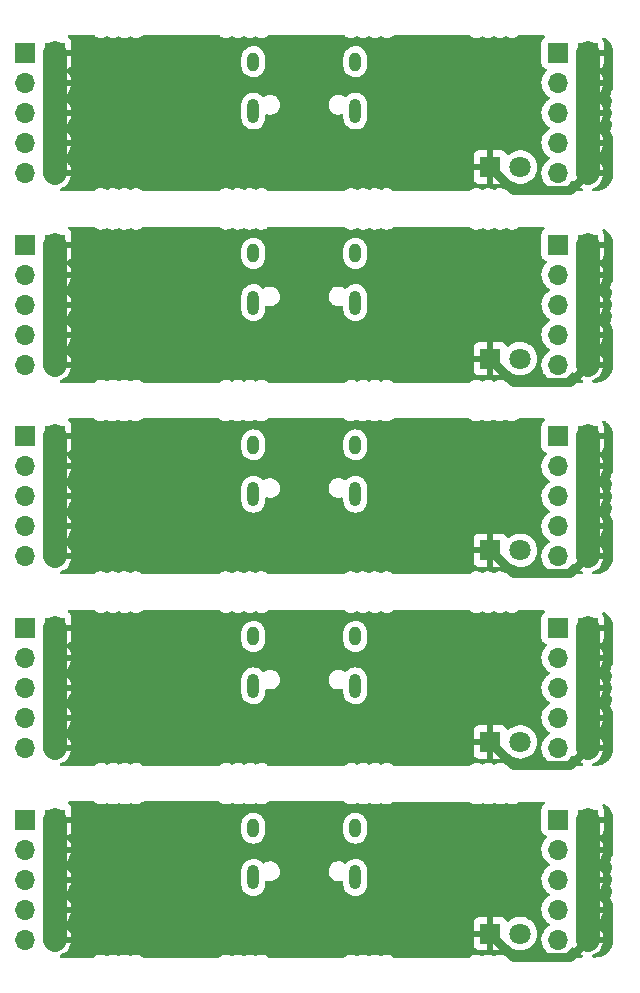
<source format=gbr>
%TF.GenerationSoftware,KiCad,Pcbnew,6.0.5-a6ca702e91~116~ubuntu22.04.1*%
%TF.CreationDate,2022-06-10T16:35:41-05:00*%
%TF.ProjectId,panel,70616e65-6c2e-46b6-9963-61645f706362,rev?*%
%TF.SameCoordinates,Original*%
%TF.FileFunction,Copper,L2,Bot*%
%TF.FilePolarity,Positive*%
%FSLAX46Y46*%
G04 Gerber Fmt 4.6, Leading zero omitted, Abs format (unit mm)*
G04 Created by KiCad (PCBNEW 6.0.5-a6ca702e91~116~ubuntu22.04.1) date 2022-06-10 16:35:41*
%MOMM*%
%LPD*%
G01*
G04 APERTURE LIST*
%TA.AperFunction,ComponentPad*%
%ADD10R,1.700000X1.700000*%
%TD*%
%TA.AperFunction,ComponentPad*%
%ADD11O,1.700000X1.700000*%
%TD*%
%TA.AperFunction,ComponentPad*%
%ADD12R,1.800000X1.800000*%
%TD*%
%TA.AperFunction,ComponentPad*%
%ADD13C,1.800000*%
%TD*%
%TA.AperFunction,ComponentPad*%
%ADD14O,1.000000X1.600000*%
%TD*%
%TA.AperFunction,ComponentPad*%
%ADD15O,1.000000X2.100000*%
%TD*%
%TA.AperFunction,Conductor*%
%ADD16C,0.800000*%
%TD*%
%TA.AperFunction,Conductor*%
%ADD17C,2.000000*%
%TD*%
G04 APERTURE END LIST*
D10*
%TO.P,J5,1,Pin_1*%
%TO.N,Board_3-GND*%
X68300328Y-68704000D03*
D11*
%TO.P,J5,2,Pin_2*%
X68300328Y-71244000D03*
%TO.P,J5,3,Pin_3*%
X68300328Y-73784000D03*
%TO.P,J5,4,Pin_4*%
X68300328Y-76324000D03*
%TO.P,J5,5,Pin_5*%
X68300328Y-78864000D03*
%TD*%
D12*
%TO.P,D1,1,K*%
%TO.N,Board_2-GND*%
X60070328Y-62132000D03*
D13*
%TO.P,D1,2,A*%
%TO.N,Board_2-Net-(D1-Pad2)*%
X62610328Y-62132000D03*
%TD*%
D10*
%TO.P,J5,1,Pin_1*%
%TO.N,Board_0-GND*%
X68300328Y-20032000D03*
D11*
%TO.P,J5,2,Pin_2*%
X68300328Y-22572000D03*
%TO.P,J5,3,Pin_3*%
X68300328Y-25112000D03*
%TO.P,J5,4,Pin_4*%
X68300328Y-27652000D03*
%TO.P,J5,5,Pin_5*%
X68300328Y-30192000D03*
%TD*%
D14*
%TO.P,J1,S1,SHIELD*%
%TO.N,Board_1-unconnected-(J1-PadS1)*%
X40002328Y-36984000D03*
D15*
X48642328Y-41164000D03*
D14*
X48642328Y-36984000D03*
D15*
X40002328Y-41164000D03*
%TD*%
D10*
%TO.P,J4,1,Pin_1*%
%TO.N,Board_2-Net-(D1-Pad2)*%
X65760328Y-52480000D03*
D11*
%TO.P,J4,2,Pin_2*%
X65760328Y-55020000D03*
%TO.P,J4,3,Pin_3*%
X65760328Y-57560000D03*
%TO.P,J4,4,Pin_4*%
X65760328Y-60100000D03*
%TO.P,J4,5,Pin_5*%
X65760328Y-62640000D03*
%TD*%
D10*
%TO.P,J3,1,Pin_1*%
%TO.N,Board_0-GND*%
X23240328Y-20032000D03*
D11*
%TO.P,J3,2,Pin_2*%
X23240328Y-22572000D03*
%TO.P,J3,3,Pin_3*%
X23240328Y-25112000D03*
%TO.P,J3,4,Pin_4*%
X23240328Y-27652000D03*
%TO.P,J3,5,Pin_5*%
X23240328Y-30192000D03*
%TD*%
D10*
%TO.P,J4,1,Pin_1*%
%TO.N,Board_0-Net-(D1-Pad2)*%
X65760328Y-20032000D03*
D11*
%TO.P,J4,2,Pin_2*%
X65760328Y-22572000D03*
%TO.P,J4,3,Pin_3*%
X65760328Y-25112000D03*
%TO.P,J4,4,Pin_4*%
X65760328Y-27652000D03*
%TO.P,J4,5,Pin_5*%
X65760328Y-30192000D03*
%TD*%
D10*
%TO.P,J2,1,Pin_1*%
%TO.N,Board_4-Net-(D1-Pad2)*%
X20700328Y-84928000D03*
D11*
%TO.P,J2,2,Pin_2*%
X20700328Y-87468000D03*
%TO.P,J2,3,Pin_3*%
X20700328Y-90008000D03*
%TO.P,J2,4,Pin_4*%
X20700328Y-92548000D03*
%TO.P,J2,5,Pin_5*%
X20700328Y-95088000D03*
%TD*%
D10*
%TO.P,J2,1,Pin_1*%
%TO.N,Board_2-Net-(D1-Pad2)*%
X20700328Y-52480000D03*
D11*
%TO.P,J2,2,Pin_2*%
X20700328Y-55020000D03*
%TO.P,J2,3,Pin_3*%
X20700328Y-57560000D03*
%TO.P,J2,4,Pin_4*%
X20700328Y-60100000D03*
%TO.P,J2,5,Pin_5*%
X20700328Y-62640000D03*
%TD*%
D10*
%TO.P,J5,1,Pin_1*%
%TO.N,Board_2-GND*%
X68300328Y-52480000D03*
D11*
%TO.P,J5,2,Pin_2*%
X68300328Y-55020000D03*
%TO.P,J5,3,Pin_3*%
X68300328Y-57560000D03*
%TO.P,J5,4,Pin_4*%
X68300328Y-60100000D03*
%TO.P,J5,5,Pin_5*%
X68300328Y-62640000D03*
%TD*%
D10*
%TO.P,J5,1,Pin_1*%
%TO.N,Board_4-GND*%
X68300328Y-84928000D03*
D11*
%TO.P,J5,2,Pin_2*%
X68300328Y-87468000D03*
%TO.P,J5,3,Pin_3*%
X68300328Y-90008000D03*
%TO.P,J5,4,Pin_4*%
X68300328Y-92548000D03*
%TO.P,J5,5,Pin_5*%
X68300328Y-95088000D03*
%TD*%
D12*
%TO.P,D1,1,K*%
%TO.N,Board_3-GND*%
X60070328Y-78356000D03*
D13*
%TO.P,D1,2,A*%
%TO.N,Board_3-Net-(D1-Pad2)*%
X62610328Y-78356000D03*
%TD*%
D10*
%TO.P,J5,1,Pin_1*%
%TO.N,Board_1-GND*%
X68300328Y-36256000D03*
D11*
%TO.P,J5,2,Pin_2*%
X68300328Y-38796000D03*
%TO.P,J5,3,Pin_3*%
X68300328Y-41336000D03*
%TO.P,J5,4,Pin_4*%
X68300328Y-43876000D03*
%TO.P,J5,5,Pin_5*%
X68300328Y-46416000D03*
%TD*%
D10*
%TO.P,J3,1,Pin_1*%
%TO.N,Board_3-GND*%
X23240328Y-68704000D03*
D11*
%TO.P,J3,2,Pin_2*%
X23240328Y-71244000D03*
%TO.P,J3,3,Pin_3*%
X23240328Y-73784000D03*
%TO.P,J3,4,Pin_4*%
X23240328Y-76324000D03*
%TO.P,J3,5,Pin_5*%
X23240328Y-78864000D03*
%TD*%
D10*
%TO.P,J4,1,Pin_1*%
%TO.N,Board_1-Net-(D1-Pad2)*%
X65760328Y-36256000D03*
D11*
%TO.P,J4,2,Pin_2*%
X65760328Y-38796000D03*
%TO.P,J4,3,Pin_3*%
X65760328Y-41336000D03*
%TO.P,J4,4,Pin_4*%
X65760328Y-43876000D03*
%TO.P,J4,5,Pin_5*%
X65760328Y-46416000D03*
%TD*%
D10*
%TO.P,J3,1,Pin_1*%
%TO.N,Board_2-GND*%
X23240328Y-52480000D03*
D11*
%TO.P,J3,2,Pin_2*%
X23240328Y-55020000D03*
%TO.P,J3,3,Pin_3*%
X23240328Y-57560000D03*
%TO.P,J3,4,Pin_4*%
X23240328Y-60100000D03*
%TO.P,J3,5,Pin_5*%
X23240328Y-62640000D03*
%TD*%
D14*
%TO.P,J1,S1,SHIELD*%
%TO.N,Board_2-unconnected-(J1-PadS1)*%
X48642328Y-53208000D03*
D15*
X48642328Y-57388000D03*
D14*
X40002328Y-53208000D03*
D15*
X40002328Y-57388000D03*
%TD*%
D10*
%TO.P,J4,1,Pin_1*%
%TO.N,Board_3-Net-(D1-Pad2)*%
X65760328Y-68704000D03*
D11*
%TO.P,J4,2,Pin_2*%
X65760328Y-71244000D03*
%TO.P,J4,3,Pin_3*%
X65760328Y-73784000D03*
%TO.P,J4,4,Pin_4*%
X65760328Y-76324000D03*
%TO.P,J4,5,Pin_5*%
X65760328Y-78864000D03*
%TD*%
D10*
%TO.P,J2,1,Pin_1*%
%TO.N,Board_3-Net-(D1-Pad2)*%
X20700328Y-68704000D03*
D11*
%TO.P,J2,2,Pin_2*%
X20700328Y-71244000D03*
%TO.P,J2,3,Pin_3*%
X20700328Y-73784000D03*
%TO.P,J2,4,Pin_4*%
X20700328Y-76324000D03*
%TO.P,J2,5,Pin_5*%
X20700328Y-78864000D03*
%TD*%
D10*
%TO.P,J2,1,Pin_1*%
%TO.N,Board_0-Net-(D1-Pad2)*%
X20700328Y-20032000D03*
D11*
%TO.P,J2,2,Pin_2*%
X20700328Y-22572000D03*
%TO.P,J2,3,Pin_3*%
X20700328Y-25112000D03*
%TO.P,J2,4,Pin_4*%
X20700328Y-27652000D03*
%TO.P,J2,5,Pin_5*%
X20700328Y-30192000D03*
%TD*%
D14*
%TO.P,J1,S1,SHIELD*%
%TO.N,Board_0-unconnected-(J1-PadS1)*%
X40002328Y-20760000D03*
X48642328Y-20760000D03*
D15*
X40002328Y-24940000D03*
X48642328Y-24940000D03*
%TD*%
D10*
%TO.P,J3,1,Pin_1*%
%TO.N,Board_4-GND*%
X23240328Y-84928000D03*
D11*
%TO.P,J3,2,Pin_2*%
X23240328Y-87468000D03*
%TO.P,J3,3,Pin_3*%
X23240328Y-90008000D03*
%TO.P,J3,4,Pin_4*%
X23240328Y-92548000D03*
%TO.P,J3,5,Pin_5*%
X23240328Y-95088000D03*
%TD*%
D10*
%TO.P,J2,1,Pin_1*%
%TO.N,Board_1-Net-(D1-Pad2)*%
X20700328Y-36256000D03*
D11*
%TO.P,J2,2,Pin_2*%
X20700328Y-38796000D03*
%TO.P,J2,3,Pin_3*%
X20700328Y-41336000D03*
%TO.P,J2,4,Pin_4*%
X20700328Y-43876000D03*
%TO.P,J2,5,Pin_5*%
X20700328Y-46416000D03*
%TD*%
D10*
%TO.P,J4,1,Pin_1*%
%TO.N,Board_4-Net-(D1-Pad2)*%
X65760328Y-84928000D03*
D11*
%TO.P,J4,2,Pin_2*%
X65760328Y-87468000D03*
%TO.P,J4,3,Pin_3*%
X65760328Y-90008000D03*
%TO.P,J4,4,Pin_4*%
X65760328Y-92548000D03*
%TO.P,J4,5,Pin_5*%
X65760328Y-95088000D03*
%TD*%
D14*
%TO.P,J1,S1,SHIELD*%
%TO.N,Board_3-unconnected-(J1-PadS1)*%
X40002328Y-69432000D03*
D15*
X40002328Y-73612000D03*
D14*
X48642328Y-69432000D03*
D15*
X48642328Y-73612000D03*
%TD*%
D12*
%TO.P,D1,1,K*%
%TO.N,Board_4-GND*%
X60070328Y-94580000D03*
D13*
%TO.P,D1,2,A*%
%TO.N,Board_4-Net-(D1-Pad2)*%
X62610328Y-94580000D03*
%TD*%
D12*
%TO.P,D1,1,K*%
%TO.N,Board_0-GND*%
X60070328Y-29684000D03*
D13*
%TO.P,D1,2,A*%
%TO.N,Board_0-Net-(D1-Pad2)*%
X62610328Y-29684000D03*
%TD*%
D15*
%TO.P,J1,S1,SHIELD*%
%TO.N,Board_4-unconnected-(J1-PadS1)*%
X40002328Y-89836000D03*
D14*
X48642328Y-85656000D03*
D15*
X48642328Y-89836000D03*
D14*
X40002328Y-85656000D03*
%TD*%
D12*
%TO.P,D1,1,K*%
%TO.N,Board_1-GND*%
X60070328Y-45908000D03*
D13*
%TO.P,D1,2,A*%
%TO.N,Board_1-Net-(D1-Pad2)*%
X62610328Y-45908000D03*
%TD*%
D10*
%TO.P,J3,1,Pin_1*%
%TO.N,Board_1-GND*%
X23240328Y-36256000D03*
D11*
%TO.P,J3,2,Pin_2*%
X23240328Y-38796000D03*
%TO.P,J3,3,Pin_3*%
X23240328Y-41336000D03*
%TO.P,J3,4,Pin_4*%
X23240328Y-43876000D03*
%TO.P,J3,5,Pin_5*%
X23240328Y-46416000D03*
%TD*%
D16*
%TO.N,Board_4-GND*%
X60070328Y-94580000D02*
X62027839Y-96537511D01*
X66850817Y-96537511D02*
X68300328Y-95088000D01*
D17*
X23240328Y-84928000D02*
X23240328Y-95088000D01*
D16*
X62027839Y-96537511D02*
X66850817Y-96537511D01*
D17*
X68300328Y-84928000D02*
X68300328Y-95088000D01*
D16*
%TO.N,Board_3-GND*%
X60070328Y-78356000D02*
X62027839Y-80313511D01*
X66850817Y-80313511D02*
X68300328Y-78864000D01*
D17*
X23240328Y-68704000D02*
X23240328Y-78864000D01*
D16*
X62027839Y-80313511D02*
X66850817Y-80313511D01*
D17*
X68300328Y-68704000D02*
X68300328Y-78864000D01*
D16*
%TO.N,Board_2-GND*%
X60070328Y-62132000D02*
X62027839Y-64089511D01*
X66850817Y-64089511D02*
X68300328Y-62640000D01*
D17*
X23240328Y-52480000D02*
X23240328Y-62640000D01*
D16*
X62027839Y-64089511D02*
X66850817Y-64089511D01*
D17*
X68300328Y-52480000D02*
X68300328Y-62640000D01*
D16*
%TO.N,Board_1-GND*%
X60070328Y-45908000D02*
X62027839Y-47865511D01*
X66850817Y-47865511D02*
X68300328Y-46416000D01*
D17*
X23240328Y-36256000D02*
X23240328Y-46416000D01*
D16*
X62027839Y-47865511D02*
X66850817Y-47865511D01*
D17*
X68300328Y-36256000D02*
X68300328Y-46416000D01*
D16*
%TO.N,Board_0-GND*%
X60070328Y-29684000D02*
X62027839Y-31641511D01*
X66850817Y-31641511D02*
X68300328Y-30192000D01*
D17*
X23240328Y-20032000D02*
X23240328Y-30192000D01*
D16*
X62027839Y-31641511D02*
X66850817Y-31641511D01*
D17*
X68300328Y-20032000D02*
X68300328Y-30192000D01*
%TD*%
%TA.AperFunction,Conductor*%
%TO.N,Board_1-GND*%
G36*
X69741926Y-34944278D02*
G01*
X69771364Y-34961607D01*
X69776750Y-34964963D01*
X69835902Y-35003948D01*
X69841124Y-35007582D01*
X69893490Y-35046035D01*
X69898196Y-35049491D01*
X69903236Y-35053392D01*
X69949821Y-35091376D01*
X69958109Y-35098134D01*
X69962947Y-35102287D01*
X69981171Y-35118752D01*
X70015476Y-35149746D01*
X70020101Y-35154142D01*
X70070165Y-35204204D01*
X70074563Y-35208831D01*
X70095612Y-35232129D01*
X70122029Y-35261369D01*
X70126183Y-35266208D01*
X70150219Y-35295684D01*
X70170925Y-35321078D01*
X70174828Y-35326120D01*
X70209700Y-35373608D01*
X70216736Y-35383189D01*
X70220383Y-35388429D01*
X70248147Y-35430558D01*
X70259342Y-35447544D01*
X70262707Y-35452942D01*
X70298650Y-35514000D01*
X70301699Y-35519494D01*
X70334519Y-35582322D01*
X70337312Y-35588016D01*
X70338302Y-35590171D01*
X70366878Y-35652364D01*
X70369395Y-35658231D01*
X70395655Y-35723972D01*
X70397871Y-35729954D01*
X70420771Y-35796949D01*
X70422674Y-35803015D01*
X70442163Y-35871129D01*
X70443762Y-35877306D01*
X70448467Y-35897579D01*
X70458292Y-35939914D01*
X70459755Y-35946220D01*
X70461040Y-35952473D01*
X70473537Y-36022193D01*
X70474497Y-36028454D01*
X70483445Y-36098706D01*
X70484090Y-36105056D01*
X70489412Y-36174946D01*
X70489742Y-36181590D01*
X70491467Y-36256447D01*
X70491500Y-36259346D01*
X70491595Y-39220640D01*
X70471595Y-39288761D01*
X70457068Y-39307297D01*
X70443067Y-39322077D01*
X70388625Y-39379547D01*
X70299789Y-39532490D01*
X70297668Y-39539494D01*
X70297666Y-39539498D01*
X70257994Y-39670488D01*
X70248520Y-39701767D01*
X70237568Y-39878298D01*
X70238808Y-39885514D01*
X70238808Y-39885516D01*
X70265607Y-40041474D01*
X70267521Y-40052614D01*
X70336772Y-40215364D01*
X70341105Y-40221252D01*
X70341108Y-40221257D01*
X70370104Y-40260657D01*
X70394370Y-40327377D01*
X70377576Y-40398624D01*
X70365649Y-40419158D01*
X70299821Y-40532490D01*
X70297700Y-40539494D01*
X70297698Y-40539498D01*
X70269225Y-40633509D01*
X70248552Y-40701767D01*
X70237600Y-40878298D01*
X70238840Y-40885514D01*
X70238840Y-40885516D01*
X70266313Y-41045398D01*
X70267553Y-41052614D01*
X70336804Y-41215364D01*
X70341140Y-41221256D01*
X70341143Y-41221261D01*
X70370136Y-41260658D01*
X70394402Y-41327378D01*
X70377608Y-41398625D01*
X70341508Y-41460777D01*
X70299854Y-41532490D01*
X70297733Y-41539494D01*
X70297731Y-41539498D01*
X70270651Y-41628910D01*
X70248585Y-41701767D01*
X70237633Y-41878298D01*
X70238873Y-41885514D01*
X70238873Y-41885516D01*
X70250816Y-41955020D01*
X70267586Y-42052614D01*
X70336837Y-42215364D01*
X70341170Y-42221252D01*
X70341173Y-42221257D01*
X70365327Y-42254077D01*
X70365890Y-42254842D01*
X70370169Y-42260657D01*
X70394435Y-42327377D01*
X70377641Y-42398624D01*
X70366101Y-42418492D01*
X70299886Y-42532490D01*
X70297765Y-42539494D01*
X70297763Y-42539498D01*
X70269554Y-42632638D01*
X70248617Y-42701767D01*
X70237665Y-42878298D01*
X70267618Y-43052614D01*
X70336869Y-43215364D01*
X70341202Y-43221252D01*
X70341205Y-43221257D01*
X70390414Y-43288123D01*
X70441704Y-43357818D01*
X70447309Y-43362580D01*
X70447321Y-43362599D01*
X70452272Y-43367907D01*
X70451363Y-43368754D01*
X70486275Y-43421925D01*
X70491732Y-43458601D01*
X70491827Y-46377562D01*
X70491828Y-46407077D01*
X70491778Y-46410628D01*
X70489497Y-46491634D01*
X70489139Y-46498221D01*
X70483238Y-46571355D01*
X70482538Y-46577897D01*
X70472815Y-46650644D01*
X70471778Y-46657104D01*
X70465327Y-46691535D01*
X70458264Y-46729229D01*
X70456880Y-46735677D01*
X70439606Y-46807013D01*
X70437889Y-46813370D01*
X70420992Y-46870006D01*
X70416916Y-46883669D01*
X70414873Y-46889915D01*
X70390236Y-46959054D01*
X70387873Y-46965174D01*
X70359653Y-47032925D01*
X70356966Y-47038928D01*
X70339501Y-47075362D01*
X70325254Y-47105082D01*
X70322247Y-47110954D01*
X70287114Y-47175359D01*
X70283804Y-47181066D01*
X70245344Y-47243551D01*
X70241741Y-47249075D01*
X70202544Y-47305870D01*
X70200079Y-47309441D01*
X70196198Y-47314761D01*
X70157304Y-47365243D01*
X70151399Y-47372907D01*
X70147238Y-47378024D01*
X70099485Y-47433714D01*
X70095091Y-47438576D01*
X70044467Y-47491714D01*
X70039805Y-47496357D01*
X69986456Y-47546785D01*
X69981576Y-47551162D01*
X69925672Y-47598719D01*
X69920586Y-47602822D01*
X69862249Y-47647403D01*
X69856921Y-47651257D01*
X69796386Y-47692686D01*
X69790849Y-47696267D01*
X69728217Y-47734480D01*
X69722496Y-47737768D01*
X69657939Y-47772655D01*
X69652056Y-47775638D01*
X69585785Y-47807088D01*
X69579754Y-47809759D01*
X69541519Y-47825509D01*
X69514672Y-47836568D01*
X69511921Y-47837701D01*
X69505760Y-47840052D01*
X69436557Y-47864405D01*
X69430299Y-47866425D01*
X69359865Y-47887139D01*
X69353531Y-47888822D01*
X69282150Y-47905811D01*
X69275727Y-47907164D01*
X69203515Y-47920401D01*
X69197018Y-47921416D01*
X69149089Y-47927630D01*
X69126641Y-47930540D01*
X69119136Y-47931286D01*
X68946808Y-47943198D01*
X68938130Y-47943498D01*
X68793419Y-47943486D01*
X68725300Y-47923478D01*
X68678812Y-47869819D01*
X68668714Y-47799544D01*
X68698212Y-47734966D01*
X68757222Y-47696801D01*
X68792572Y-47686195D01*
X68802170Y-47682433D01*
X68993423Y-47588739D01*
X69002273Y-47583464D01*
X69175656Y-47459792D01*
X69183528Y-47453139D01*
X69334380Y-47302812D01*
X69341058Y-47294965D01*
X69465331Y-47122020D01*
X69470641Y-47113183D01*
X69564998Y-46922267D01*
X69568797Y-46912672D01*
X69630705Y-46708910D01*
X69632883Y-46698837D01*
X69634314Y-46687962D01*
X69632103Y-46673778D01*
X69618945Y-46670000D01*
X68172328Y-46670000D01*
X68104207Y-46649998D01*
X68057714Y-46596342D01*
X68046328Y-46544000D01*
X68046328Y-46143885D01*
X68554328Y-46143885D01*
X68558803Y-46159124D01*
X68560193Y-46160329D01*
X68567876Y-46162000D01*
X69618672Y-46162000D01*
X69632203Y-46158027D01*
X69633508Y-46148947D01*
X69591542Y-45981875D01*
X69588222Y-45972124D01*
X69503300Y-45776814D01*
X69498433Y-45767739D01*
X69382754Y-45588926D01*
X69376464Y-45580757D01*
X69233134Y-45423240D01*
X69225601Y-45416215D01*
X69058467Y-45284222D01*
X69049880Y-45278517D01*
X69012444Y-45257851D01*
X68962474Y-45207419D01*
X68947702Y-45137976D01*
X68972818Y-45071571D01*
X69000170Y-45044964D01*
X69175655Y-44919792D01*
X69183528Y-44913139D01*
X69334380Y-44762812D01*
X69341058Y-44754965D01*
X69465331Y-44582020D01*
X69470641Y-44573183D01*
X69564998Y-44382267D01*
X69568797Y-44372672D01*
X69630705Y-44168910D01*
X69632883Y-44158837D01*
X69634314Y-44147962D01*
X69632103Y-44133778D01*
X69618945Y-44130000D01*
X68572443Y-44130000D01*
X68557204Y-44134475D01*
X68555999Y-44135865D01*
X68554328Y-44143548D01*
X68554328Y-46143885D01*
X68046328Y-46143885D01*
X68046328Y-43603885D01*
X68554328Y-43603885D01*
X68558803Y-43619124D01*
X68560193Y-43620329D01*
X68567876Y-43622000D01*
X69618672Y-43622000D01*
X69632203Y-43618027D01*
X69633508Y-43608947D01*
X69591542Y-43441875D01*
X69588222Y-43432124D01*
X69503300Y-43236814D01*
X69498433Y-43227739D01*
X69382754Y-43048926D01*
X69376464Y-43040757D01*
X69233134Y-42883240D01*
X69225601Y-42876215D01*
X69058467Y-42744222D01*
X69049880Y-42738517D01*
X69012444Y-42717851D01*
X68962474Y-42667419D01*
X68947702Y-42597976D01*
X68972818Y-42531571D01*
X69000170Y-42504964D01*
X69175655Y-42379792D01*
X69183528Y-42373139D01*
X69334380Y-42222812D01*
X69341058Y-42214965D01*
X69465331Y-42042020D01*
X69470641Y-42033183D01*
X69564998Y-41842267D01*
X69568797Y-41832672D01*
X69630705Y-41628910D01*
X69632883Y-41618837D01*
X69634314Y-41607962D01*
X69632103Y-41593778D01*
X69618945Y-41590000D01*
X68572443Y-41590000D01*
X68557204Y-41594475D01*
X68555999Y-41595865D01*
X68554328Y-41603548D01*
X68554328Y-43603885D01*
X68046328Y-43603885D01*
X68046328Y-41063885D01*
X68554328Y-41063885D01*
X68558803Y-41079124D01*
X68560193Y-41080329D01*
X68567876Y-41082000D01*
X69618672Y-41082000D01*
X69632203Y-41078027D01*
X69633508Y-41068947D01*
X69591542Y-40901875D01*
X69588222Y-40892124D01*
X69503300Y-40696814D01*
X69498433Y-40687739D01*
X69382754Y-40508926D01*
X69376464Y-40500757D01*
X69233134Y-40343240D01*
X69225601Y-40336215D01*
X69058467Y-40204222D01*
X69049880Y-40198517D01*
X69012444Y-40177851D01*
X68962474Y-40127419D01*
X68947702Y-40057976D01*
X68972818Y-39991571D01*
X69000170Y-39964964D01*
X69175655Y-39839792D01*
X69183528Y-39833139D01*
X69334380Y-39682812D01*
X69341058Y-39674965D01*
X69465331Y-39502020D01*
X69470641Y-39493183D01*
X69564998Y-39302267D01*
X69568797Y-39292672D01*
X69630705Y-39088910D01*
X69632883Y-39078837D01*
X69634314Y-39067962D01*
X69632103Y-39053778D01*
X69618945Y-39050000D01*
X68572443Y-39050000D01*
X68557204Y-39054475D01*
X68555999Y-39055865D01*
X68554328Y-39063548D01*
X68554328Y-41063885D01*
X68046328Y-41063885D01*
X68046328Y-38523885D01*
X68554328Y-38523885D01*
X68558803Y-38539124D01*
X68560193Y-38540329D01*
X68567876Y-38542000D01*
X69618672Y-38542000D01*
X69632203Y-38538027D01*
X69633508Y-38528947D01*
X69591542Y-38361875D01*
X69588222Y-38352124D01*
X69503300Y-38156814D01*
X69498433Y-38147739D01*
X69382754Y-37968926D01*
X69376464Y-37960757D01*
X69232259Y-37802279D01*
X69201207Y-37738433D01*
X69209601Y-37667934D01*
X69254778Y-37613166D01*
X69281222Y-37599497D01*
X69388382Y-37559324D01*
X69403977Y-37550786D01*
X69506052Y-37474285D01*
X69518613Y-37461724D01*
X69595114Y-37359649D01*
X69603652Y-37344054D01*
X69648806Y-37223606D01*
X69652433Y-37208351D01*
X69657959Y-37157486D01*
X69658328Y-37150672D01*
X69658328Y-36528115D01*
X69653853Y-36512876D01*
X69652463Y-36511671D01*
X69644780Y-36510000D01*
X68572443Y-36510000D01*
X68557204Y-36514475D01*
X68555999Y-36515865D01*
X68554328Y-36523548D01*
X68554328Y-38523885D01*
X68046328Y-38523885D01*
X68046328Y-36128000D01*
X68066330Y-36059879D01*
X68119986Y-36013386D01*
X68172328Y-36002000D01*
X69640212Y-36002000D01*
X69655451Y-35997525D01*
X69656656Y-35996135D01*
X69658327Y-35988452D01*
X69658327Y-35361331D01*
X69657957Y-35354510D01*
X69652433Y-35303648D01*
X69648807Y-35288396D01*
X69603652Y-35167946D01*
X69595116Y-35152356D01*
X69577184Y-35128429D01*
X69552336Y-35061923D01*
X69567388Y-34992540D01*
X69617562Y-34942309D01*
X69686928Y-34927179D01*
X69741926Y-34944278D01*
G37*
%TD.AperFunction*%
%TA.AperFunction,Conductor*%
G36*
X67112666Y-47090678D02*
G01*
X67140494Y-47122511D01*
X67198022Y-47216388D01*
X67204105Y-47224699D01*
X67343541Y-47385667D01*
X67350908Y-47392883D01*
X67514762Y-47528916D01*
X67523209Y-47534831D01*
X67707084Y-47642279D01*
X67716371Y-47646729D01*
X67855078Y-47699696D01*
X67911581Y-47742684D01*
X67935874Y-47809395D01*
X67920244Y-47878649D01*
X67869653Y-47928460D01*
X67810120Y-47943406D01*
X66255849Y-47943279D01*
X66187730Y-47923271D01*
X66141241Y-47869612D01*
X66131143Y-47799337D01*
X66160641Y-47734759D01*
X66219651Y-47696593D01*
X66252757Y-47686661D01*
X66252762Y-47686659D01*
X66257712Y-47685174D01*
X66458322Y-47586896D01*
X66640188Y-47457173D01*
X66645772Y-47451609D01*
X66769212Y-47328599D01*
X66798424Y-47299489D01*
X66802307Y-47294086D01*
X66928781Y-47118077D01*
X66929968Y-47118930D01*
X66977288Y-47075362D01*
X67047225Y-47063145D01*
X67112666Y-47090678D01*
G37*
%TD.AperFunction*%
%TA.AperFunction,Conductor*%
G36*
X26480736Y-34730766D02*
G01*
X26548856Y-34750771D01*
X26562310Y-34760741D01*
X26563327Y-34761605D01*
X26676350Y-34857625D01*
X26736495Y-34888337D01*
X26827357Y-34934734D01*
X26827359Y-34934735D01*
X26833873Y-34938061D01*
X26840978Y-34939800D01*
X26840982Y-34939801D01*
X26920042Y-34959146D01*
X27005675Y-34980100D01*
X27011277Y-34980448D01*
X27011280Y-34980448D01*
X27014890Y-34980672D01*
X27014900Y-34980672D01*
X27016829Y-34980792D01*
X27144358Y-34980792D01*
X27217094Y-34972312D01*
X27268476Y-34966322D01*
X27268480Y-34966321D01*
X27275746Y-34965474D01*
X27282621Y-34962979D01*
X27282623Y-34962978D01*
X27435126Y-34907621D01*
X27435127Y-34907621D01*
X27442002Y-34905125D01*
X27527154Y-34849297D01*
X27595090Y-34828674D01*
X27666151Y-34849844D01*
X27670771Y-34852925D01*
X27676350Y-34857665D01*
X27753586Y-34897104D01*
X27827357Y-34934774D01*
X27827359Y-34934775D01*
X27833873Y-34938101D01*
X27840978Y-34939840D01*
X27840982Y-34939841D01*
X27920303Y-34959250D01*
X28005675Y-34980140D01*
X28011277Y-34980488D01*
X28011280Y-34980488D01*
X28014890Y-34980712D01*
X28014900Y-34980712D01*
X28016829Y-34980832D01*
X28144358Y-34980832D01*
X28217437Y-34972312D01*
X28268476Y-34966362D01*
X28268480Y-34966361D01*
X28275746Y-34965514D01*
X28282621Y-34963019D01*
X28282623Y-34963018D01*
X28435126Y-34907661D01*
X28435127Y-34907661D01*
X28442002Y-34905165D01*
X28448119Y-34901154D01*
X28448122Y-34901153D01*
X28527153Y-34849338D01*
X28595089Y-34828715D01*
X28666148Y-34849884D01*
X28670776Y-34852970D01*
X28676350Y-34857706D01*
X28682863Y-34861032D01*
X28682865Y-34861033D01*
X28827357Y-34934815D01*
X28827359Y-34934816D01*
X28833873Y-34938142D01*
X28840978Y-34939881D01*
X28840982Y-34939882D01*
X28919711Y-34959146D01*
X29005675Y-34980181D01*
X29011277Y-34980529D01*
X29011280Y-34980529D01*
X29014890Y-34980753D01*
X29014900Y-34980753D01*
X29016829Y-34980873D01*
X29144358Y-34980873D01*
X29217789Y-34972312D01*
X29268476Y-34966403D01*
X29268480Y-34966402D01*
X29275746Y-34965555D01*
X29282621Y-34963060D01*
X29282623Y-34963059D01*
X29435126Y-34907702D01*
X29435127Y-34907702D01*
X29442002Y-34905206D01*
X29448119Y-34901195D01*
X29448122Y-34901194D01*
X29527153Y-34849379D01*
X29595089Y-34828756D01*
X29666148Y-34849925D01*
X29670776Y-34853011D01*
X29676350Y-34857747D01*
X29682863Y-34861073D01*
X29682865Y-34861074D01*
X29827357Y-34934856D01*
X29827359Y-34934857D01*
X29833873Y-34938183D01*
X29840978Y-34939922D01*
X29840982Y-34939923D01*
X29912853Y-34957509D01*
X30005675Y-34980222D01*
X30011277Y-34980570D01*
X30011280Y-34980570D01*
X30014890Y-34980794D01*
X30014900Y-34980794D01*
X30016829Y-34980914D01*
X30144358Y-34980914D01*
X30214101Y-34972783D01*
X30268476Y-34966444D01*
X30268480Y-34966443D01*
X30275746Y-34965596D01*
X30282621Y-34963101D01*
X30282623Y-34963100D01*
X30435126Y-34907743D01*
X30435127Y-34907743D01*
X30442002Y-34905247D01*
X30448119Y-34901236D01*
X30448122Y-34901235D01*
X30583793Y-34812285D01*
X30589917Y-34808270D01*
X30601688Y-34795845D01*
X30625900Y-34770286D01*
X30687269Y-34734588D01*
X30717375Y-34730939D01*
X34937088Y-34731111D01*
X37080802Y-34731198D01*
X37148922Y-34751203D01*
X37162376Y-34761173D01*
X37163394Y-34762038D01*
X37276416Y-34858057D01*
X37335715Y-34888337D01*
X37427423Y-34935166D01*
X37427425Y-34935167D01*
X37433939Y-34938493D01*
X37441044Y-34940232D01*
X37441048Y-34940233D01*
X37518767Y-34959250D01*
X37605741Y-34980532D01*
X37611343Y-34980880D01*
X37611346Y-34980880D01*
X37614956Y-34981104D01*
X37614966Y-34981104D01*
X37616895Y-34981224D01*
X37744424Y-34981224D01*
X37814167Y-34973093D01*
X37868542Y-34966754D01*
X37868546Y-34966753D01*
X37875812Y-34965906D01*
X37882687Y-34963411D01*
X37882689Y-34963410D01*
X38035192Y-34908053D01*
X38035193Y-34908053D01*
X38042068Y-34905557D01*
X38048185Y-34901546D01*
X38048188Y-34901545D01*
X38127219Y-34849730D01*
X38195155Y-34829107D01*
X38266214Y-34850276D01*
X38270842Y-34853362D01*
X38276416Y-34858098D01*
X38282929Y-34861424D01*
X38282931Y-34861425D01*
X38427423Y-34935207D01*
X38427425Y-34935208D01*
X38433939Y-34938534D01*
X38441044Y-34940273D01*
X38441048Y-34940274D01*
X38518175Y-34959146D01*
X38605741Y-34980573D01*
X38611343Y-34980921D01*
X38611346Y-34980921D01*
X38614956Y-34981145D01*
X38614966Y-34981145D01*
X38616895Y-34981265D01*
X38744424Y-34981265D01*
X38814167Y-34973134D01*
X38868542Y-34966795D01*
X38868546Y-34966794D01*
X38875812Y-34965947D01*
X38882687Y-34963452D01*
X38882689Y-34963451D01*
X39035192Y-34908094D01*
X39035193Y-34908094D01*
X39042068Y-34905598D01*
X39048185Y-34901587D01*
X39048188Y-34901586D01*
X39127219Y-34849771D01*
X39195155Y-34829148D01*
X39266214Y-34850317D01*
X39270842Y-34853403D01*
X39276416Y-34858139D01*
X39282929Y-34861465D01*
X39282931Y-34861466D01*
X39427423Y-34935248D01*
X39427425Y-34935249D01*
X39433939Y-34938575D01*
X39441044Y-34940314D01*
X39441048Y-34940315D01*
X39511317Y-34957509D01*
X39605741Y-34980614D01*
X39611343Y-34980962D01*
X39611346Y-34980962D01*
X39614956Y-34981186D01*
X39614966Y-34981186D01*
X39616895Y-34981306D01*
X39744424Y-34981306D01*
X39821569Y-34972312D01*
X39868542Y-34966836D01*
X39868546Y-34966835D01*
X39875812Y-34965988D01*
X39882687Y-34963493D01*
X39882689Y-34963492D01*
X40035192Y-34908135D01*
X40035193Y-34908135D01*
X40042068Y-34905639D01*
X40127220Y-34849811D01*
X40195156Y-34829188D01*
X40266217Y-34850358D01*
X40270837Y-34853439D01*
X40276416Y-34858179D01*
X40338935Y-34890103D01*
X40427423Y-34935288D01*
X40427425Y-34935289D01*
X40433939Y-34938615D01*
X40441044Y-34940354D01*
X40441048Y-34940355D01*
X40517844Y-34959146D01*
X40605741Y-34980654D01*
X40611343Y-34981002D01*
X40611346Y-34981002D01*
X40614956Y-34981226D01*
X40614966Y-34981226D01*
X40616895Y-34981346D01*
X40744424Y-34981346D01*
X40821912Y-34972312D01*
X40868542Y-34966876D01*
X40868546Y-34966875D01*
X40875812Y-34966028D01*
X40882687Y-34963533D01*
X40882689Y-34963532D01*
X41035192Y-34908175D01*
X41035193Y-34908175D01*
X41042068Y-34905679D01*
X41048185Y-34901668D01*
X41048188Y-34901667D01*
X41183859Y-34812717D01*
X41189983Y-34808702D01*
X41201754Y-34796277D01*
X41225966Y-34770718D01*
X41287335Y-34735020D01*
X41317441Y-34731371D01*
X45537151Y-34731543D01*
X47680867Y-34731630D01*
X47748987Y-34751635D01*
X47762441Y-34761605D01*
X47876481Y-34858489D01*
X47934934Y-34888337D01*
X48027488Y-34935598D01*
X48027490Y-34935599D01*
X48034004Y-34938925D01*
X48041109Y-34940664D01*
X48041113Y-34940665D01*
X48116642Y-34959146D01*
X48205806Y-34980964D01*
X48211408Y-34981312D01*
X48211411Y-34981312D01*
X48215021Y-34981536D01*
X48215031Y-34981536D01*
X48216960Y-34981656D01*
X48344489Y-34981656D01*
X48414232Y-34973525D01*
X48468607Y-34967186D01*
X48468611Y-34967185D01*
X48475877Y-34966338D01*
X48482752Y-34963843D01*
X48482754Y-34963842D01*
X48635257Y-34908485D01*
X48635258Y-34908485D01*
X48642133Y-34905989D01*
X48648250Y-34901978D01*
X48648253Y-34901977D01*
X48727284Y-34850162D01*
X48795220Y-34829539D01*
X48866279Y-34850708D01*
X48870907Y-34853794D01*
X48876481Y-34858530D01*
X48882994Y-34861856D01*
X48882996Y-34861857D01*
X49027488Y-34935639D01*
X49027490Y-34935640D01*
X49034004Y-34938966D01*
X49041109Y-34940705D01*
X49041113Y-34940706D01*
X49116899Y-34959250D01*
X49205806Y-34981005D01*
X49211408Y-34981353D01*
X49211411Y-34981353D01*
X49215021Y-34981577D01*
X49215031Y-34981577D01*
X49216960Y-34981697D01*
X49344489Y-34981697D01*
X49424988Y-34972312D01*
X49468607Y-34967227D01*
X49468611Y-34967226D01*
X49475877Y-34966379D01*
X49482752Y-34963884D01*
X49482754Y-34963883D01*
X49635257Y-34908526D01*
X49635258Y-34908526D01*
X49642133Y-34906030D01*
X49648250Y-34902019D01*
X49648253Y-34902018D01*
X49727284Y-34850203D01*
X49795220Y-34829580D01*
X49866279Y-34850749D01*
X49870907Y-34853835D01*
X49876481Y-34858571D01*
X49882994Y-34861897D01*
X49882996Y-34861898D01*
X50027488Y-34935680D01*
X50027490Y-34935681D01*
X50034004Y-34939007D01*
X50041109Y-34940746D01*
X50041113Y-34940747D01*
X50123434Y-34960890D01*
X50205806Y-34981046D01*
X50211408Y-34981394D01*
X50211411Y-34981394D01*
X50215021Y-34981618D01*
X50215031Y-34981618D01*
X50216960Y-34981738D01*
X50344489Y-34981738D01*
X50414232Y-34973607D01*
X50468607Y-34967268D01*
X50468611Y-34967267D01*
X50475877Y-34966420D01*
X50482752Y-34963925D01*
X50482754Y-34963924D01*
X50635257Y-34908567D01*
X50635258Y-34908567D01*
X50642133Y-34906071D01*
X50648250Y-34902060D01*
X50648253Y-34902059D01*
X50727284Y-34850244D01*
X50795220Y-34829621D01*
X50866279Y-34850790D01*
X50870907Y-34853876D01*
X50876481Y-34858612D01*
X50882994Y-34861938D01*
X50882996Y-34861939D01*
X51027488Y-34935721D01*
X51027490Y-34935722D01*
X51034004Y-34939048D01*
X51041109Y-34940787D01*
X51041113Y-34940788D01*
X51109449Y-34957509D01*
X51205806Y-34981087D01*
X51211408Y-34981435D01*
X51211411Y-34981435D01*
X51215021Y-34981659D01*
X51215031Y-34981659D01*
X51216960Y-34981779D01*
X51344489Y-34981779D01*
X51414232Y-34973648D01*
X51468607Y-34967309D01*
X51468611Y-34967308D01*
X51475877Y-34966461D01*
X51482752Y-34963966D01*
X51482754Y-34963965D01*
X51635257Y-34908608D01*
X51635258Y-34908608D01*
X51642133Y-34906112D01*
X51648250Y-34902101D01*
X51648253Y-34902100D01*
X51783924Y-34813150D01*
X51790048Y-34809135D01*
X51796316Y-34802519D01*
X51826031Y-34771151D01*
X51887400Y-34735453D01*
X51917506Y-34731804D01*
X56137219Y-34731976D01*
X58280933Y-34732063D01*
X58349053Y-34752068D01*
X58362507Y-34762038D01*
X58476547Y-34858922D01*
X58534152Y-34888337D01*
X58627554Y-34936031D01*
X58627556Y-34936032D01*
X58634070Y-34939358D01*
X58641175Y-34941097D01*
X58641179Y-34941098D01*
X58715363Y-34959250D01*
X58805872Y-34981397D01*
X58811474Y-34981745D01*
X58811477Y-34981745D01*
X58815087Y-34981969D01*
X58815097Y-34981969D01*
X58817026Y-34982089D01*
X58944555Y-34982089D01*
X59014298Y-34973958D01*
X59068673Y-34967619D01*
X59068677Y-34967618D01*
X59075943Y-34966771D01*
X59082818Y-34964276D01*
X59082820Y-34964275D01*
X59235323Y-34908918D01*
X59235324Y-34908918D01*
X59242199Y-34906422D01*
X59248316Y-34902411D01*
X59248319Y-34902410D01*
X59327350Y-34850595D01*
X59395286Y-34829972D01*
X59466345Y-34851141D01*
X59470973Y-34854227D01*
X59476547Y-34858963D01*
X59483060Y-34862289D01*
X59483062Y-34862290D01*
X59627554Y-34936072D01*
X59627556Y-34936073D01*
X59634070Y-34939399D01*
X59641175Y-34941138D01*
X59641179Y-34941139D01*
X59723500Y-34961282D01*
X59805872Y-34981438D01*
X59811474Y-34981786D01*
X59811477Y-34981786D01*
X59815087Y-34982010D01*
X59815097Y-34982010D01*
X59817026Y-34982130D01*
X59944555Y-34982130D01*
X60028768Y-34972312D01*
X60068673Y-34967660D01*
X60068677Y-34967659D01*
X60075943Y-34966812D01*
X60082818Y-34964317D01*
X60082820Y-34964316D01*
X60235323Y-34908959D01*
X60235324Y-34908959D01*
X60242199Y-34906463D01*
X60327351Y-34850635D01*
X60395287Y-34830012D01*
X60466348Y-34851182D01*
X60470968Y-34854263D01*
X60476547Y-34859003D01*
X60518166Y-34880255D01*
X60627554Y-34936112D01*
X60627556Y-34936113D01*
X60634070Y-34939439D01*
X60641175Y-34941178D01*
X60641179Y-34941179D01*
X60707917Y-34957509D01*
X60805872Y-34981478D01*
X60811474Y-34981826D01*
X60811477Y-34981826D01*
X60815087Y-34982050D01*
X60815097Y-34982050D01*
X60817026Y-34982170D01*
X60944555Y-34982170D01*
X61014298Y-34974039D01*
X61068673Y-34967700D01*
X61068677Y-34967699D01*
X61075943Y-34966852D01*
X61082818Y-34964357D01*
X61082820Y-34964356D01*
X61235323Y-34908999D01*
X61235324Y-34908999D01*
X61242199Y-34906503D01*
X61248316Y-34902492D01*
X61248319Y-34902491D01*
X61327350Y-34850676D01*
X61395286Y-34830053D01*
X61466345Y-34851222D01*
X61470973Y-34854308D01*
X61476547Y-34859044D01*
X61483060Y-34862370D01*
X61483062Y-34862371D01*
X61627554Y-34936153D01*
X61627556Y-34936154D01*
X61634070Y-34939480D01*
X61641175Y-34941219D01*
X61641179Y-34941220D01*
X61723500Y-34961363D01*
X61805872Y-34981519D01*
X61811474Y-34981867D01*
X61811477Y-34981867D01*
X61815087Y-34982091D01*
X61815097Y-34982091D01*
X61817026Y-34982211D01*
X61944555Y-34982211D01*
X62014298Y-34974080D01*
X62068673Y-34967741D01*
X62068677Y-34967740D01*
X62075943Y-34966893D01*
X62082818Y-34964398D01*
X62082820Y-34964397D01*
X62235323Y-34909040D01*
X62235324Y-34909040D01*
X62242199Y-34906544D01*
X62248316Y-34902533D01*
X62248319Y-34902532D01*
X62383990Y-34813582D01*
X62390114Y-34809567D01*
X62403972Y-34794939D01*
X62426097Y-34771583D01*
X62487466Y-34735885D01*
X62517572Y-34732236D01*
X64583045Y-34732320D01*
X64651164Y-34752325D01*
X64697655Y-34805982D01*
X64707756Y-34876257D01*
X64678260Y-34940836D01*
X64658604Y-34959146D01*
X64567211Y-35027642D01*
X64547067Y-35042739D01*
X64459713Y-35159295D01*
X64408583Y-35295684D01*
X64401828Y-35357866D01*
X64401828Y-37154134D01*
X64408583Y-37216316D01*
X64459713Y-37352705D01*
X64547067Y-37469261D01*
X64663623Y-37556615D01*
X64672032Y-37559767D01*
X64672033Y-37559768D01*
X64780779Y-37600535D01*
X64837544Y-37643176D01*
X64862244Y-37709738D01*
X64847037Y-37779087D01*
X64827644Y-37805568D01*
X64700957Y-37938138D01*
X64698043Y-37942410D01*
X64698042Y-37942411D01*
X64650643Y-38011896D01*
X64575071Y-38122680D01*
X64559227Y-38156814D01*
X64503118Y-38277691D01*
X64481016Y-38325305D01*
X64421317Y-38540570D01*
X64397579Y-38762695D01*
X64410438Y-38985715D01*
X64411575Y-38990761D01*
X64411576Y-38990767D01*
X64424925Y-39050000D01*
X64459550Y-39203639D01*
X64521001Y-39354976D01*
X64528821Y-39374233D01*
X64543594Y-39410616D01*
X64660315Y-39601088D01*
X64806578Y-39769938D01*
X64945793Y-39885516D01*
X64968916Y-39904713D01*
X64978454Y-39912632D01*
X64992764Y-39920994D01*
X65051773Y-39955476D01*
X65100497Y-40007114D01*
X65113568Y-40076897D01*
X65086837Y-40142669D01*
X65046383Y-40176027D01*
X65033935Y-40182507D01*
X65029802Y-40185610D01*
X65029799Y-40185612D01*
X64859632Y-40313377D01*
X64855293Y-40316635D01*
X64826588Y-40346673D01*
X64719594Y-40458636D01*
X64700957Y-40478138D01*
X64698043Y-40482410D01*
X64698042Y-40482411D01*
X64659100Y-40539498D01*
X64575071Y-40662680D01*
X64553537Y-40709072D01*
X64513325Y-40795702D01*
X64481016Y-40865305D01*
X64421317Y-41080570D01*
X64397579Y-41302695D01*
X64397876Y-41307848D01*
X64397876Y-41307851D01*
X64407077Y-41467431D01*
X64410438Y-41525715D01*
X64411575Y-41530761D01*
X64411576Y-41530767D01*
X64413544Y-41539498D01*
X64459550Y-41743639D01*
X64511260Y-41870987D01*
X64530584Y-41918575D01*
X64543594Y-41950616D01*
X64556841Y-41972233D01*
X64656277Y-42134498D01*
X64660315Y-42141088D01*
X64806578Y-42309938D01*
X64978454Y-42452632D01*
X65015682Y-42474386D01*
X65051773Y-42495476D01*
X65100497Y-42547114D01*
X65113568Y-42616897D01*
X65086837Y-42682669D01*
X65046383Y-42716027D01*
X65033935Y-42722507D01*
X65029802Y-42725610D01*
X65029799Y-42725612D01*
X64859428Y-42853530D01*
X64855293Y-42856635D01*
X64700957Y-43018138D01*
X64575071Y-43202680D01*
X64559227Y-43236814D01*
X64483328Y-43400325D01*
X64481016Y-43405305D01*
X64421317Y-43620570D01*
X64397579Y-43842695D01*
X64410438Y-44065715D01*
X64411575Y-44070761D01*
X64411576Y-44070767D01*
X64424925Y-44130000D01*
X64459550Y-44283639D01*
X64543594Y-44490616D01*
X64546293Y-44495020D01*
X64634962Y-44639715D01*
X64660315Y-44681088D01*
X64806578Y-44849938D01*
X64978454Y-44992632D01*
X65048923Y-45033811D01*
X65051773Y-45035476D01*
X65100497Y-45087114D01*
X65113568Y-45156897D01*
X65086837Y-45222669D01*
X65046383Y-45256027D01*
X65033935Y-45262507D01*
X65029802Y-45265610D01*
X65029799Y-45265612D01*
X65005575Y-45283800D01*
X64855293Y-45396635D01*
X64700957Y-45558138D01*
X64575071Y-45742680D01*
X64481016Y-45945305D01*
X64421317Y-46160570D01*
X64397579Y-46382695D01*
X64397876Y-46387848D01*
X64397876Y-46387851D01*
X64404240Y-46498221D01*
X64410438Y-46605715D01*
X64411575Y-46610761D01*
X64411576Y-46610767D01*
X64422665Y-46659970D01*
X64459550Y-46823639D01*
X64507300Y-46941234D01*
X64537569Y-47015777D01*
X64543594Y-47030616D01*
X64574748Y-47081455D01*
X64654098Y-47210942D01*
X64660315Y-47221088D01*
X64806578Y-47389938D01*
X64978454Y-47532632D01*
X65171328Y-47645338D01*
X65176153Y-47647180D01*
X65176154Y-47647181D01*
X65221385Y-47664453D01*
X65313134Y-47699489D01*
X65369636Y-47742475D01*
X65393929Y-47809187D01*
X65378299Y-47878441D01*
X65327708Y-47928252D01*
X65268174Y-47943198D01*
X62519614Y-47942974D01*
X62451495Y-47922966D01*
X62438045Y-47912999D01*
X62426608Y-47903282D01*
X62409594Y-47888828D01*
X62329556Y-47820830D01*
X62329552Y-47820827D01*
X62323977Y-47816091D01*
X62241042Y-47773742D01*
X62172970Y-47738982D01*
X62172968Y-47738981D01*
X62166454Y-47735655D01*
X62159349Y-47733916D01*
X62159345Y-47733915D01*
X62064290Y-47710656D01*
X61994652Y-47693616D01*
X61989050Y-47693268D01*
X61989047Y-47693268D01*
X61985437Y-47693044D01*
X61985427Y-47693044D01*
X61983498Y-47692924D01*
X61855969Y-47692924D01*
X61786226Y-47701055D01*
X61731851Y-47707394D01*
X61731847Y-47707395D01*
X61724581Y-47708242D01*
X61717706Y-47710737D01*
X61717704Y-47710738D01*
X61609183Y-47750130D01*
X61558325Y-47768591D01*
X61476925Y-47821959D01*
X61473205Y-47824398D01*
X61405269Y-47845021D01*
X61334209Y-47823852D01*
X61329556Y-47820749D01*
X61323977Y-47816009D01*
X61317297Y-47812598D01*
X61172970Y-47738900D01*
X61172968Y-47738899D01*
X61166454Y-47735573D01*
X61159349Y-47733834D01*
X61159345Y-47733833D01*
X61060759Y-47709710D01*
X60994652Y-47693534D01*
X60989050Y-47693186D01*
X60989047Y-47693186D01*
X60985437Y-47692962D01*
X60985427Y-47692962D01*
X60983498Y-47692842D01*
X60855969Y-47692842D01*
X60786226Y-47700973D01*
X60731851Y-47707312D01*
X60731847Y-47707313D01*
X60724581Y-47708160D01*
X60717706Y-47710655D01*
X60717704Y-47710656D01*
X60608957Y-47750130D01*
X60558325Y-47768509D01*
X60473205Y-47824316D01*
X60405269Y-47844939D01*
X60334209Y-47823770D01*
X60329556Y-47820667D01*
X60323977Y-47815927D01*
X60316087Y-47811898D01*
X60172970Y-47738818D01*
X60172968Y-47738817D01*
X60166454Y-47735491D01*
X60159349Y-47733752D01*
X60159345Y-47733751D01*
X60057559Y-47708845D01*
X59994652Y-47693452D01*
X59989050Y-47693104D01*
X59989047Y-47693104D01*
X59985437Y-47692880D01*
X59985427Y-47692880D01*
X59983498Y-47692760D01*
X59855969Y-47692760D01*
X59786226Y-47700891D01*
X59731851Y-47707230D01*
X59731847Y-47707231D01*
X59724581Y-47708078D01*
X59717706Y-47710573D01*
X59717704Y-47710574D01*
X59571898Y-47763500D01*
X59558325Y-47768427D01*
X59473203Y-47824235D01*
X59405269Y-47844858D01*
X59334206Y-47823687D01*
X59329556Y-47820586D01*
X59323977Y-47815846D01*
X59238757Y-47772330D01*
X59172970Y-47738737D01*
X59172968Y-47738736D01*
X59166454Y-47735410D01*
X59159349Y-47733671D01*
X59159345Y-47733670D01*
X59077024Y-47713527D01*
X58994652Y-47693371D01*
X58989050Y-47693023D01*
X58989047Y-47693023D01*
X58985437Y-47692799D01*
X58985427Y-47692799D01*
X58983498Y-47692679D01*
X58855969Y-47692679D01*
X58795782Y-47699696D01*
X58731851Y-47707149D01*
X58731847Y-47707150D01*
X58724581Y-47707997D01*
X58717706Y-47710492D01*
X58717704Y-47710493D01*
X58608508Y-47750130D01*
X58558325Y-47768346D01*
X58552208Y-47772357D01*
X58552205Y-47772358D01*
X58454269Y-47836568D01*
X58410410Y-47865323D01*
X58374449Y-47903284D01*
X58313082Y-47938980D01*
X58282972Y-47942629D01*
X54114429Y-47942288D01*
X51919548Y-47942109D01*
X51851429Y-47922101D01*
X51837979Y-47912134D01*
X51826542Y-47902417D01*
X51800985Y-47880705D01*
X51729490Y-47819965D01*
X51729486Y-47819962D01*
X51723911Y-47815226D01*
X51635199Y-47769927D01*
X51572904Y-47738117D01*
X51572902Y-47738116D01*
X51566388Y-47734790D01*
X51559283Y-47733051D01*
X51559279Y-47733050D01*
X51463893Y-47709710D01*
X51394586Y-47692751D01*
X51388984Y-47692403D01*
X51388981Y-47692403D01*
X51385371Y-47692179D01*
X51385361Y-47692179D01*
X51383432Y-47692059D01*
X51255903Y-47692059D01*
X51192182Y-47699488D01*
X51131785Y-47706529D01*
X51131781Y-47706530D01*
X51124515Y-47707377D01*
X51117640Y-47709872D01*
X51117638Y-47709873D01*
X51006734Y-47750130D01*
X50958259Y-47767726D01*
X50873139Y-47823533D01*
X50805203Y-47844156D01*
X50734143Y-47822987D01*
X50729490Y-47819884D01*
X50723911Y-47815144D01*
X50717237Y-47811736D01*
X50572904Y-47738035D01*
X50572902Y-47738034D01*
X50566388Y-47734708D01*
X50559283Y-47732969D01*
X50559279Y-47732968D01*
X50460693Y-47708845D01*
X50394586Y-47692669D01*
X50388984Y-47692321D01*
X50388981Y-47692321D01*
X50385371Y-47692097D01*
X50385361Y-47692097D01*
X50383432Y-47691977D01*
X50255903Y-47691977D01*
X50186160Y-47700108D01*
X50131785Y-47706447D01*
X50131781Y-47706448D01*
X50124515Y-47707295D01*
X50117640Y-47709790D01*
X50117638Y-47709791D01*
X50006508Y-47750130D01*
X49958259Y-47767644D01*
X49873137Y-47823452D01*
X49805203Y-47844075D01*
X49734140Y-47822904D01*
X49729490Y-47819803D01*
X49723911Y-47815063D01*
X49596749Y-47750130D01*
X49572904Y-47737954D01*
X49572902Y-47737953D01*
X49566388Y-47734627D01*
X49559283Y-47732888D01*
X49559279Y-47732887D01*
X49461024Y-47708845D01*
X49394586Y-47692588D01*
X49388984Y-47692240D01*
X49388981Y-47692240D01*
X49385371Y-47692016D01*
X49385361Y-47692016D01*
X49383432Y-47691896D01*
X49255903Y-47691896D01*
X49190784Y-47699488D01*
X49131785Y-47706366D01*
X49131781Y-47706367D01*
X49124515Y-47707214D01*
X49117640Y-47709709D01*
X49117638Y-47709710D01*
X49006285Y-47750130D01*
X48958259Y-47767563D01*
X48874458Y-47822505D01*
X48873139Y-47823370D01*
X48805203Y-47843993D01*
X48734143Y-47822824D01*
X48729490Y-47819721D01*
X48723911Y-47814981D01*
X48716358Y-47811124D01*
X48572904Y-47737872D01*
X48572902Y-47737871D01*
X48566388Y-47734545D01*
X48559283Y-47732806D01*
X48559279Y-47732805D01*
X48461024Y-47708763D01*
X48394586Y-47692506D01*
X48388984Y-47692158D01*
X48388981Y-47692158D01*
X48385371Y-47691934D01*
X48385361Y-47691934D01*
X48383432Y-47691814D01*
X48255903Y-47691814D01*
X48188296Y-47699696D01*
X48131785Y-47706284D01*
X48131781Y-47706285D01*
X48124515Y-47707132D01*
X48117640Y-47709627D01*
X48117638Y-47709628D01*
X48006059Y-47750130D01*
X47958259Y-47767481D01*
X47952142Y-47771492D01*
X47952139Y-47771493D01*
X47839990Y-47845021D01*
X47810344Y-47864458D01*
X47774383Y-47902419D01*
X47713016Y-47938115D01*
X47682906Y-47941764D01*
X43514365Y-47941423D01*
X41319483Y-47941244D01*
X41251364Y-47921236D01*
X41237914Y-47911269D01*
X41233563Y-47907572D01*
X41205582Y-47883801D01*
X41129425Y-47819100D01*
X41129421Y-47819097D01*
X41123846Y-47814361D01*
X41034047Y-47768507D01*
X40972839Y-47737252D01*
X40972837Y-47737251D01*
X40966323Y-47733925D01*
X40959218Y-47732186D01*
X40959214Y-47732185D01*
X40863828Y-47708845D01*
X40794521Y-47691886D01*
X40788919Y-47691538D01*
X40788916Y-47691538D01*
X40785306Y-47691314D01*
X40785296Y-47691314D01*
X40783367Y-47691194D01*
X40655838Y-47691194D01*
X40595025Y-47698284D01*
X40531720Y-47705664D01*
X40531716Y-47705665D01*
X40524450Y-47706512D01*
X40517575Y-47709007D01*
X40517573Y-47709008D01*
X40404286Y-47750130D01*
X40358194Y-47766861D01*
X40273074Y-47822668D01*
X40205138Y-47843291D01*
X40134078Y-47822122D01*
X40129425Y-47819019D01*
X40123846Y-47814279D01*
X40117172Y-47810871D01*
X39972839Y-47737170D01*
X39972837Y-47737169D01*
X39966323Y-47733843D01*
X39959218Y-47732104D01*
X39959214Y-47732103D01*
X39863828Y-47708763D01*
X39794521Y-47691804D01*
X39788919Y-47691456D01*
X39788916Y-47691456D01*
X39785306Y-47691232D01*
X39785296Y-47691232D01*
X39783367Y-47691112D01*
X39655838Y-47691112D01*
X39586095Y-47699243D01*
X39531720Y-47705582D01*
X39531716Y-47705583D01*
X39524450Y-47706430D01*
X39517575Y-47708925D01*
X39517573Y-47708926D01*
X39404060Y-47750130D01*
X39358194Y-47766779D01*
X39273072Y-47822587D01*
X39205138Y-47843210D01*
X39134075Y-47822039D01*
X39129425Y-47818938D01*
X39123846Y-47814198D01*
X38998378Y-47750130D01*
X38972839Y-47737089D01*
X38972837Y-47737088D01*
X38966323Y-47733762D01*
X38959218Y-47732023D01*
X38959214Y-47732022D01*
X38864159Y-47708763D01*
X38794521Y-47691723D01*
X38788919Y-47691375D01*
X38788916Y-47691375D01*
X38785306Y-47691151D01*
X38785296Y-47691151D01*
X38783367Y-47691031D01*
X38655838Y-47691031D01*
X38586095Y-47699162D01*
X38531720Y-47705501D01*
X38531716Y-47705502D01*
X38524450Y-47706349D01*
X38517575Y-47708844D01*
X38517573Y-47708845D01*
X38403837Y-47750130D01*
X38358194Y-47766698D01*
X38276948Y-47819965D01*
X38273074Y-47822505D01*
X38205138Y-47843128D01*
X38134078Y-47821959D01*
X38129425Y-47818856D01*
X38123846Y-47814116D01*
X38117327Y-47810787D01*
X37972839Y-47737007D01*
X37972837Y-47737006D01*
X37966323Y-47733680D01*
X37959218Y-47731941D01*
X37959214Y-47731940D01*
X37864494Y-47708763D01*
X37794521Y-47691641D01*
X37788919Y-47691293D01*
X37788916Y-47691293D01*
X37785306Y-47691069D01*
X37785296Y-47691069D01*
X37783367Y-47690949D01*
X37655838Y-47690949D01*
X37586095Y-47699080D01*
X37531720Y-47705419D01*
X37531716Y-47705420D01*
X37524450Y-47706267D01*
X37517575Y-47708762D01*
X37517573Y-47708763D01*
X37403611Y-47750130D01*
X37358194Y-47766616D01*
X37352077Y-47770627D01*
X37352074Y-47770628D01*
X37268367Y-47825509D01*
X37210279Y-47863593D01*
X37174318Y-47901554D01*
X37112951Y-47937250D01*
X37082841Y-47940899D01*
X32914298Y-47940558D01*
X30719417Y-47940379D01*
X30651298Y-47920371D01*
X30637848Y-47910404D01*
X30637499Y-47910107D01*
X30610456Y-47887133D01*
X30529359Y-47818235D01*
X30529355Y-47818232D01*
X30523780Y-47813496D01*
X30435675Y-47768507D01*
X30372773Y-47736387D01*
X30372771Y-47736386D01*
X30366257Y-47733060D01*
X30359152Y-47731321D01*
X30359148Y-47731320D01*
X30266962Y-47708763D01*
X30194455Y-47691021D01*
X30188853Y-47690673D01*
X30188850Y-47690673D01*
X30185240Y-47690449D01*
X30185230Y-47690449D01*
X30183301Y-47690329D01*
X30055772Y-47690329D01*
X29987539Y-47698284D01*
X29931654Y-47704799D01*
X29931650Y-47704800D01*
X29924384Y-47705647D01*
X29917509Y-47708142D01*
X29917507Y-47708143D01*
X29801837Y-47750130D01*
X29758128Y-47765996D01*
X29673006Y-47821804D01*
X29605072Y-47842427D01*
X29534009Y-47821256D01*
X29529359Y-47818155D01*
X29523780Y-47813415D01*
X29438454Y-47769845D01*
X29372773Y-47736306D01*
X29372771Y-47736305D01*
X29366257Y-47732979D01*
X29359152Y-47731240D01*
X29359148Y-47731239D01*
X29267293Y-47708763D01*
X29194455Y-47690940D01*
X29188853Y-47690592D01*
X29188850Y-47690592D01*
X29185240Y-47690368D01*
X29185230Y-47690368D01*
X29183301Y-47690248D01*
X29055772Y-47690248D01*
X28999565Y-47696801D01*
X28931654Y-47704718D01*
X28931650Y-47704719D01*
X28924384Y-47705566D01*
X28917509Y-47708061D01*
X28917507Y-47708062D01*
X28822703Y-47742475D01*
X28758128Y-47765915D01*
X28673966Y-47821094D01*
X28673008Y-47821722D01*
X28605072Y-47842345D01*
X28534012Y-47821176D01*
X28529359Y-47818073D01*
X28523780Y-47813333D01*
X28511550Y-47807088D01*
X28372773Y-47736224D01*
X28372771Y-47736223D01*
X28366257Y-47732897D01*
X28359152Y-47731158D01*
X28359148Y-47731157D01*
X28267628Y-47708763D01*
X28194455Y-47690858D01*
X28188853Y-47690510D01*
X28188850Y-47690510D01*
X28185240Y-47690286D01*
X28185230Y-47690286D01*
X28183301Y-47690166D01*
X28055772Y-47690166D01*
X27986141Y-47698284D01*
X27931654Y-47704636D01*
X27931650Y-47704637D01*
X27924384Y-47705484D01*
X27917509Y-47707979D01*
X27917507Y-47707980D01*
X27801388Y-47750130D01*
X27758128Y-47765833D01*
X27676882Y-47819100D01*
X27673008Y-47821640D01*
X27605072Y-47842263D01*
X27534012Y-47821094D01*
X27529359Y-47817991D01*
X27523780Y-47813251D01*
X27517261Y-47809922D01*
X27372773Y-47736142D01*
X27372771Y-47736141D01*
X27366257Y-47732815D01*
X27359152Y-47731076D01*
X27359148Y-47731075D01*
X27265834Y-47708242D01*
X27194455Y-47690776D01*
X27188853Y-47690428D01*
X27188850Y-47690428D01*
X27185240Y-47690204D01*
X27185230Y-47690204D01*
X27183301Y-47690084D01*
X27055772Y-47690084D01*
X26986029Y-47698215D01*
X26931654Y-47704554D01*
X26931650Y-47704555D01*
X26924384Y-47705402D01*
X26917509Y-47707897D01*
X26917507Y-47707898D01*
X26801162Y-47750130D01*
X26758128Y-47765751D01*
X26752011Y-47769762D01*
X26752008Y-47769763D01*
X26650114Y-47836568D01*
X26610213Y-47862728D01*
X26574252Y-47900689D01*
X26512885Y-47936385D01*
X26482775Y-47940034D01*
X23745669Y-47939811D01*
X23677551Y-47919803D01*
X23631062Y-47866144D01*
X23620964Y-47795869D01*
X23650462Y-47731291D01*
X23709471Y-47693126D01*
X23732575Y-47686194D01*
X23742170Y-47682433D01*
X23933423Y-47588739D01*
X23942273Y-47583464D01*
X24115656Y-47459792D01*
X24123528Y-47453139D01*
X24274380Y-47302812D01*
X24281058Y-47294965D01*
X24405331Y-47122020D01*
X24410641Y-47113183D01*
X24504998Y-46922267D01*
X24508797Y-46912672D01*
X24527027Y-46852669D01*
X58662329Y-46852669D01*
X58662699Y-46859490D01*
X58668223Y-46910352D01*
X58671849Y-46925604D01*
X58717004Y-47046054D01*
X58725542Y-47061649D01*
X58802043Y-47163724D01*
X58814604Y-47176285D01*
X58916679Y-47252786D01*
X58932274Y-47261324D01*
X59052722Y-47306478D01*
X59067977Y-47310105D01*
X59118842Y-47315631D01*
X59125656Y-47316000D01*
X59798213Y-47316000D01*
X59813452Y-47311525D01*
X59814657Y-47310135D01*
X59816328Y-47302452D01*
X59816328Y-47297884D01*
X60324328Y-47297884D01*
X60328803Y-47313123D01*
X60330193Y-47314328D01*
X60337876Y-47315999D01*
X61014997Y-47315999D01*
X61021818Y-47315629D01*
X61072680Y-47310105D01*
X61087932Y-47306479D01*
X61208382Y-47261324D01*
X61223977Y-47252786D01*
X61326052Y-47176285D01*
X61338613Y-47163724D01*
X61415114Y-47061649D01*
X61423652Y-47046054D01*
X61445101Y-46988840D01*
X61487743Y-46932075D01*
X61554305Y-46907376D01*
X61623653Y-46922584D01*
X61643568Y-46936126D01*
X61783260Y-47052100D01*
X61799677Y-47065730D01*
X61999650Y-47182584D01*
X62004475Y-47184426D01*
X62004476Y-47184427D01*
X62036642Y-47196710D01*
X62216022Y-47265209D01*
X62221088Y-47266240D01*
X62221089Y-47266240D01*
X62247027Y-47271517D01*
X62442984Y-47311385D01*
X62573652Y-47316176D01*
X62669277Y-47319683D01*
X62669281Y-47319683D01*
X62674441Y-47319872D01*
X62679561Y-47319216D01*
X62679563Y-47319216D01*
X62805076Y-47303137D01*
X62904175Y-47290442D01*
X62909123Y-47288957D01*
X62909130Y-47288956D01*
X63121075Y-47225369D01*
X63126018Y-47223886D01*
X63130652Y-47221616D01*
X63329377Y-47124262D01*
X63329380Y-47124260D01*
X63334012Y-47121991D01*
X63522571Y-46987494D01*
X63686631Y-46824005D01*
X63694265Y-46813382D01*
X63745484Y-46742102D01*
X63821786Y-46635917D01*
X63831900Y-46615454D01*
X63922112Y-46432922D01*
X63922113Y-46432920D01*
X63924406Y-46428280D01*
X63991736Y-46206671D01*
X64021968Y-45977041D01*
X64022088Y-45972124D01*
X64023573Y-45911365D01*
X64023573Y-45911361D01*
X64023655Y-45908000D01*
X64012461Y-45771840D01*
X64005101Y-45682318D01*
X64005100Y-45682312D01*
X64004677Y-45677167D01*
X63948253Y-45452533D01*
X63933695Y-45419051D01*
X63857958Y-45244868D01*
X63857956Y-45244865D01*
X63855898Y-45240131D01*
X63730092Y-45045665D01*
X63720844Y-45035501D01*
X63678828Y-44989327D01*
X63574215Y-44874358D01*
X63570164Y-44871159D01*
X63570160Y-44871155D01*
X63396505Y-44734011D01*
X63396500Y-44734008D01*
X63392451Y-44730810D01*
X63387935Y-44728317D01*
X63387932Y-44728315D01*
X63194207Y-44621373D01*
X63194203Y-44621371D01*
X63189683Y-44618876D01*
X63184814Y-44617152D01*
X63184810Y-44617150D01*
X62976231Y-44543288D01*
X62976227Y-44543287D01*
X62971356Y-44541562D01*
X62966263Y-44540655D01*
X62966260Y-44540654D01*
X62748423Y-44501851D01*
X62748417Y-44501850D01*
X62743334Y-44500945D01*
X62665972Y-44500000D01*
X62516909Y-44498179D01*
X62516907Y-44498179D01*
X62511739Y-44498116D01*
X62282792Y-44533150D01*
X62062642Y-44605106D01*
X62058054Y-44607494D01*
X62058050Y-44607496D01*
X61861789Y-44709663D01*
X61857200Y-44712052D01*
X61853067Y-44715155D01*
X61853064Y-44715157D01*
X61676118Y-44848012D01*
X61671983Y-44851117D01*
X61668411Y-44854855D01*
X61654115Y-44869815D01*
X61592591Y-44905245D01*
X61521679Y-44901788D01*
X61463892Y-44860543D01*
X61445039Y-44826994D01*
X61423652Y-44769946D01*
X61415114Y-44754351D01*
X61338613Y-44652276D01*
X61326052Y-44639715D01*
X61223977Y-44563214D01*
X61208382Y-44554676D01*
X61087934Y-44509522D01*
X61072679Y-44505895D01*
X61021814Y-44500369D01*
X61015000Y-44500000D01*
X60342443Y-44500000D01*
X60327204Y-44504475D01*
X60325999Y-44505865D01*
X60324328Y-44513548D01*
X60324328Y-47297884D01*
X59816328Y-47297884D01*
X59816328Y-46180115D01*
X59811853Y-46164876D01*
X59810463Y-46163671D01*
X59802780Y-46162000D01*
X58680444Y-46162000D01*
X58665205Y-46166475D01*
X58664000Y-46167865D01*
X58662329Y-46175548D01*
X58662329Y-46852669D01*
X24527027Y-46852669D01*
X24570705Y-46708910D01*
X24572883Y-46698837D01*
X24574314Y-46687962D01*
X24572103Y-46673778D01*
X24558945Y-46670000D01*
X23112328Y-46670000D01*
X23044207Y-46649998D01*
X22997714Y-46596342D01*
X22986328Y-46544000D01*
X22986328Y-46143885D01*
X23494328Y-46143885D01*
X23498803Y-46159124D01*
X23500193Y-46160329D01*
X23507876Y-46162000D01*
X24558672Y-46162000D01*
X24572203Y-46158027D01*
X24573508Y-46148947D01*
X24531542Y-45981875D01*
X24528222Y-45972124D01*
X24443300Y-45776814D01*
X24438433Y-45767739D01*
X24353133Y-45635885D01*
X58662328Y-45635885D01*
X58666803Y-45651124D01*
X58668193Y-45652329D01*
X58675876Y-45654000D01*
X59798213Y-45654000D01*
X59813452Y-45649525D01*
X59814657Y-45648135D01*
X59816328Y-45640452D01*
X59816328Y-44518116D01*
X59811853Y-44502877D01*
X59810463Y-44501672D01*
X59802780Y-44500001D01*
X59125659Y-44500001D01*
X59118838Y-44500371D01*
X59067976Y-44505895D01*
X59052724Y-44509521D01*
X58932274Y-44554676D01*
X58916679Y-44563214D01*
X58814604Y-44639715D01*
X58802043Y-44652276D01*
X58725542Y-44754351D01*
X58717004Y-44769946D01*
X58671850Y-44890394D01*
X58668223Y-44905649D01*
X58662697Y-44956514D01*
X58662328Y-44963328D01*
X58662328Y-45635885D01*
X24353133Y-45635885D01*
X24322754Y-45588926D01*
X24316464Y-45580757D01*
X24173134Y-45423240D01*
X24165601Y-45416215D01*
X23998467Y-45284222D01*
X23989880Y-45278517D01*
X23952444Y-45257851D01*
X23902474Y-45207419D01*
X23887702Y-45137976D01*
X23912818Y-45071571D01*
X23940170Y-45044964D01*
X24115655Y-44919792D01*
X24123528Y-44913139D01*
X24274380Y-44762812D01*
X24281058Y-44754965D01*
X24405331Y-44582020D01*
X24410641Y-44573183D01*
X24504998Y-44382267D01*
X24508797Y-44372672D01*
X24570705Y-44168910D01*
X24572883Y-44158837D01*
X24574314Y-44147962D01*
X24572103Y-44133778D01*
X24558945Y-44130000D01*
X23512443Y-44130000D01*
X23497204Y-44134475D01*
X23495999Y-44135865D01*
X23494328Y-44143548D01*
X23494328Y-46143885D01*
X22986328Y-46143885D01*
X22986328Y-43603885D01*
X23494328Y-43603885D01*
X23498803Y-43619124D01*
X23500193Y-43620329D01*
X23507876Y-43622000D01*
X24558672Y-43622000D01*
X24572203Y-43618027D01*
X24573508Y-43608947D01*
X24531542Y-43441875D01*
X24528222Y-43432124D01*
X24443300Y-43236814D01*
X24438433Y-43227739D01*
X24322754Y-43048926D01*
X24316464Y-43040757D01*
X24173134Y-42883240D01*
X24165601Y-42876215D01*
X23998467Y-42744222D01*
X23989880Y-42738517D01*
X23952444Y-42717851D01*
X23902474Y-42667419D01*
X23887702Y-42597976D01*
X23912818Y-42531571D01*
X23940170Y-42504964D01*
X24115655Y-42379792D01*
X24123528Y-42373139D01*
X24274380Y-42222812D01*
X24281058Y-42214965D01*
X24405331Y-42042020D01*
X24410641Y-42033183D01*
X24504998Y-41842267D01*
X24508797Y-41832672D01*
X24529731Y-41763769D01*
X38993828Y-41763769D01*
X38994128Y-41766825D01*
X38994128Y-41766832D01*
X38994858Y-41774273D01*
X39008248Y-41910833D01*
X39065412Y-42100169D01*
X39158262Y-42274796D01*
X39207729Y-42335448D01*
X39279368Y-42423287D01*
X39279371Y-42423290D01*
X39283263Y-42428062D01*
X39288010Y-42431989D01*
X39288012Y-42431991D01*
X39430903Y-42550201D01*
X39430907Y-42550203D01*
X39435653Y-42554130D01*
X39609627Y-42648198D01*
X39798560Y-42706682D01*
X39804685Y-42707326D01*
X39804686Y-42707326D01*
X39989124Y-42726711D01*
X39989126Y-42726711D01*
X39995253Y-42727355D01*
X40099685Y-42717851D01*
X40186077Y-42709989D01*
X40186080Y-42709988D01*
X40192216Y-42709430D01*
X40198122Y-42707692D01*
X40198126Y-42707691D01*
X40335146Y-42667364D01*
X40381947Y-42653590D01*
X40387405Y-42650737D01*
X40387409Y-42650735D01*
X40504539Y-42589500D01*
X40557218Y-42561960D01*
X40711353Y-42438032D01*
X40838482Y-42286526D01*
X40841449Y-42281128D01*
X40841453Y-42281123D01*
X40930795Y-42118608D01*
X40933761Y-42113213D01*
X40936174Y-42105608D01*
X40991701Y-41930564D01*
X40991701Y-41930563D01*
X40993563Y-41924694D01*
X41010828Y-41770773D01*
X41010828Y-41551138D01*
X41030830Y-41483017D01*
X41084486Y-41436524D01*
X41154760Y-41426420D01*
X41164314Y-41428172D01*
X41168788Y-41429172D01*
X41338871Y-41467190D01*
X41344416Y-41467500D01*
X41477572Y-41467500D01*
X41612365Y-41452857D01*
X41730518Y-41413094D01*
X41777532Y-41397272D01*
X41777534Y-41397271D01*
X41784003Y-41395094D01*
X41939233Y-41301823D01*
X41944190Y-41297135D01*
X41944193Y-41297133D01*
X42065855Y-41182082D01*
X42065857Y-41182080D01*
X42070813Y-41177393D01*
X42074645Y-41171755D01*
X42074648Y-41171751D01*
X42168770Y-41033255D01*
X42172605Y-41027612D01*
X42239858Y-40859466D01*
X42240972Y-40852738D01*
X42240973Y-40852734D01*
X42268321Y-40687539D01*
X42268321Y-40687536D01*
X42269436Y-40680802D01*
X42268733Y-40667375D01*
X42264531Y-40587198D01*
X46375220Y-40587198D01*
X46375577Y-40594015D01*
X46375577Y-40594019D01*
X46380140Y-40681076D01*
X46384698Y-40768047D01*
X46386509Y-40774620D01*
X46386509Y-40774623D01*
X46409879Y-40859466D01*
X46432789Y-40942641D01*
X46517250Y-41102836D01*
X46521655Y-41108049D01*
X46521658Y-41108053D01*
X46629734Y-41235943D01*
X46629738Y-41235947D01*
X46634141Y-41241157D01*
X46639565Y-41245304D01*
X46639566Y-41245305D01*
X46772585Y-41347006D01*
X46772589Y-41347009D01*
X46778006Y-41351150D01*
X46879817Y-41398625D01*
X46935959Y-41424805D01*
X46935962Y-41424806D01*
X46942136Y-41427685D01*
X46948784Y-41429171D01*
X46948787Y-41429172D01*
X47054221Y-41452739D01*
X47118871Y-41467190D01*
X47124416Y-41467500D01*
X47257572Y-41467500D01*
X47392365Y-41452857D01*
X47467640Y-41427524D01*
X47538581Y-41424754D01*
X47599760Y-41460777D01*
X47631751Y-41524158D01*
X47633828Y-41546943D01*
X47633828Y-41763769D01*
X47634128Y-41766825D01*
X47634128Y-41766832D01*
X47634858Y-41774273D01*
X47648248Y-41910833D01*
X47705412Y-42100169D01*
X47798262Y-42274796D01*
X47847729Y-42335448D01*
X47919368Y-42423287D01*
X47919371Y-42423290D01*
X47923263Y-42428062D01*
X47928010Y-42431989D01*
X47928012Y-42431991D01*
X48070903Y-42550201D01*
X48070907Y-42550203D01*
X48075653Y-42554130D01*
X48249627Y-42648198D01*
X48438560Y-42706682D01*
X48444685Y-42707326D01*
X48444686Y-42707326D01*
X48629124Y-42726711D01*
X48629126Y-42726711D01*
X48635253Y-42727355D01*
X48739685Y-42717851D01*
X48826077Y-42709989D01*
X48826080Y-42709988D01*
X48832216Y-42709430D01*
X48838122Y-42707692D01*
X48838126Y-42707691D01*
X48975146Y-42667364D01*
X49021947Y-42653590D01*
X49027405Y-42650737D01*
X49027409Y-42650735D01*
X49144539Y-42589500D01*
X49197218Y-42561960D01*
X49351353Y-42438032D01*
X49478482Y-42286526D01*
X49481449Y-42281128D01*
X49481453Y-42281123D01*
X49570795Y-42118608D01*
X49573761Y-42113213D01*
X49576174Y-42105608D01*
X49631701Y-41930564D01*
X49631701Y-41930563D01*
X49633563Y-41924694D01*
X49650828Y-41770773D01*
X49650828Y-40564231D01*
X49650142Y-40557227D01*
X49639896Y-40452742D01*
X49636408Y-40417167D01*
X49627159Y-40386531D01*
X49606273Y-40317354D01*
X49579244Y-40227831D01*
X49486394Y-40053204D01*
X49378566Y-39920994D01*
X49365288Y-39904713D01*
X49365285Y-39904710D01*
X49361393Y-39899938D01*
X49355046Y-39894687D01*
X49213753Y-39777799D01*
X49213749Y-39777797D01*
X49209003Y-39773870D01*
X49035029Y-39679802D01*
X48846096Y-39621318D01*
X48839971Y-39620674D01*
X48839970Y-39620674D01*
X48655532Y-39601289D01*
X48655530Y-39601289D01*
X48649403Y-39600645D01*
X48566904Y-39608153D01*
X48458579Y-39618011D01*
X48458576Y-39618012D01*
X48452440Y-39618570D01*
X48446534Y-39620308D01*
X48446530Y-39620309D01*
X48341404Y-39651249D01*
X48262709Y-39674410D01*
X48257251Y-39677263D01*
X48257247Y-39677265D01*
X48223781Y-39694761D01*
X48087438Y-39766040D01*
X47933303Y-39889968D01*
X47884928Y-39947619D01*
X47825821Y-39986944D01*
X47754834Y-39988070D01*
X47711880Y-39966722D01*
X47652071Y-39920994D01*
X47652067Y-39920991D01*
X47646650Y-39916850D01*
X47541514Y-39867825D01*
X47488697Y-39843195D01*
X47488694Y-39843194D01*
X47482520Y-39840315D01*
X47475872Y-39838829D01*
X47475869Y-39838828D01*
X47348512Y-39810361D01*
X47305785Y-39800810D01*
X47300240Y-39800500D01*
X47167084Y-39800500D01*
X47032291Y-39815143D01*
X46948937Y-39843195D01*
X46867124Y-39870728D01*
X46867122Y-39870729D01*
X46860653Y-39872906D01*
X46705423Y-39966177D01*
X46700466Y-39970865D01*
X46700463Y-39970867D01*
X46588313Y-40076923D01*
X46573843Y-40090607D01*
X46570011Y-40096245D01*
X46570008Y-40096249D01*
X46484281Y-40222392D01*
X46472051Y-40240388D01*
X46404798Y-40408534D01*
X46403684Y-40415262D01*
X46403683Y-40415266D01*
X46379598Y-40560751D01*
X46375220Y-40587198D01*
X42264531Y-40587198D01*
X42260315Y-40506766D01*
X42259958Y-40499953D01*
X42250433Y-40465370D01*
X42213680Y-40331941D01*
X42211867Y-40325359D01*
X42127406Y-40165164D01*
X42123001Y-40159951D01*
X42122998Y-40159947D01*
X42014922Y-40032057D01*
X42014918Y-40032053D01*
X42010515Y-40026843D01*
X41984711Y-40007114D01*
X41872071Y-39920994D01*
X41872067Y-39920991D01*
X41866650Y-39916850D01*
X41761514Y-39867825D01*
X41708697Y-39843195D01*
X41708694Y-39843194D01*
X41702520Y-39840315D01*
X41695872Y-39838829D01*
X41695869Y-39838828D01*
X41568512Y-39810361D01*
X41525785Y-39800810D01*
X41520240Y-39800500D01*
X41387084Y-39800500D01*
X41252291Y-39815143D01*
X41168937Y-39843195D01*
X41087124Y-39870728D01*
X41087122Y-39870729D01*
X41080653Y-39872906D01*
X40925423Y-39966177D01*
X40924999Y-39965472D01*
X40863808Y-39988762D01*
X40794335Y-39974135D01*
X40756336Y-39942782D01*
X40733539Y-39914831D01*
X40721393Y-39899938D01*
X40715046Y-39894687D01*
X40573753Y-39777799D01*
X40573749Y-39777797D01*
X40569003Y-39773870D01*
X40395029Y-39679802D01*
X40206096Y-39621318D01*
X40199971Y-39620674D01*
X40199970Y-39620674D01*
X40015532Y-39601289D01*
X40015530Y-39601289D01*
X40009403Y-39600645D01*
X39926904Y-39608153D01*
X39818579Y-39618011D01*
X39818576Y-39618012D01*
X39812440Y-39618570D01*
X39806534Y-39620308D01*
X39806530Y-39620309D01*
X39701404Y-39651249D01*
X39622709Y-39674410D01*
X39617251Y-39677263D01*
X39617247Y-39677265D01*
X39583781Y-39694761D01*
X39447438Y-39766040D01*
X39293303Y-39889968D01*
X39166174Y-40041474D01*
X39163207Y-40046872D01*
X39163203Y-40046877D01*
X39107699Y-40147840D01*
X39070895Y-40214787D01*
X39069034Y-40220654D01*
X39069033Y-40220656D01*
X39029300Y-40345911D01*
X39011093Y-40403306D01*
X38993828Y-40557227D01*
X38993828Y-41763769D01*
X24529731Y-41763769D01*
X24570705Y-41628910D01*
X24572883Y-41618837D01*
X24574314Y-41607962D01*
X24572103Y-41593778D01*
X24558945Y-41590000D01*
X23512443Y-41590000D01*
X23497204Y-41594475D01*
X23495999Y-41595865D01*
X23494328Y-41603548D01*
X23494328Y-43603885D01*
X22986328Y-43603885D01*
X22986328Y-41063885D01*
X23494328Y-41063885D01*
X23498803Y-41079124D01*
X23500193Y-41080329D01*
X23507876Y-41082000D01*
X24558672Y-41082000D01*
X24572203Y-41078027D01*
X24573508Y-41068947D01*
X24531542Y-40901875D01*
X24528222Y-40892124D01*
X24443300Y-40696814D01*
X24438433Y-40687739D01*
X24322754Y-40508926D01*
X24316464Y-40500757D01*
X24173134Y-40343240D01*
X24165601Y-40336215D01*
X23998467Y-40204222D01*
X23989880Y-40198517D01*
X23952444Y-40177851D01*
X23902474Y-40127419D01*
X23887702Y-40057976D01*
X23912818Y-39991571D01*
X23940170Y-39964964D01*
X24115655Y-39839792D01*
X24123528Y-39833139D01*
X24274380Y-39682812D01*
X24281058Y-39674965D01*
X24405331Y-39502020D01*
X24410641Y-39493183D01*
X24504998Y-39302267D01*
X24508797Y-39292672D01*
X24570705Y-39088910D01*
X24572883Y-39078837D01*
X24574314Y-39067962D01*
X24572103Y-39053778D01*
X24558945Y-39050000D01*
X23512443Y-39050000D01*
X23497204Y-39054475D01*
X23495999Y-39055865D01*
X23494328Y-39063548D01*
X23494328Y-41063885D01*
X22986328Y-41063885D01*
X22986328Y-38523885D01*
X23494328Y-38523885D01*
X23498803Y-38539124D01*
X23500193Y-38540329D01*
X23507876Y-38542000D01*
X24558672Y-38542000D01*
X24572203Y-38538027D01*
X24573508Y-38528947D01*
X24531542Y-38361875D01*
X24528222Y-38352124D01*
X24443300Y-38156814D01*
X24438433Y-38147739D01*
X24322754Y-37968926D01*
X24316464Y-37960757D01*
X24172259Y-37802279D01*
X24141207Y-37738433D01*
X24149601Y-37667934D01*
X24194778Y-37613166D01*
X24221222Y-37599497D01*
X24328382Y-37559324D01*
X24343977Y-37550786D01*
X24446052Y-37474285D01*
X24458613Y-37461724D01*
X24535114Y-37359649D01*
X24543652Y-37344054D01*
X24547508Y-37333769D01*
X38993828Y-37333769D01*
X38994128Y-37336825D01*
X38994128Y-37336832D01*
X38996389Y-37359891D01*
X39008248Y-37480833D01*
X39065412Y-37670169D01*
X39158262Y-37844796D01*
X39228619Y-37931062D01*
X39279368Y-37993287D01*
X39279371Y-37993290D01*
X39283263Y-37998062D01*
X39288010Y-38001989D01*
X39288012Y-38001991D01*
X39430903Y-38120201D01*
X39430907Y-38120203D01*
X39435653Y-38124130D01*
X39609627Y-38218198D01*
X39798560Y-38276682D01*
X39804685Y-38277326D01*
X39804686Y-38277326D01*
X39989124Y-38296711D01*
X39989126Y-38296711D01*
X39995253Y-38297355D01*
X40077752Y-38289847D01*
X40186077Y-38279989D01*
X40186080Y-38279988D01*
X40192216Y-38279430D01*
X40198122Y-38277692D01*
X40198126Y-38277691D01*
X40303252Y-38246751D01*
X40381947Y-38223590D01*
X40387405Y-38220737D01*
X40387409Y-38220735D01*
X40524151Y-38149247D01*
X40557218Y-38131960D01*
X40711353Y-38008032D01*
X40838482Y-37856526D01*
X40841449Y-37851128D01*
X40841453Y-37851123D01*
X40930795Y-37688608D01*
X40933761Y-37683213D01*
X40936174Y-37675608D01*
X40991701Y-37500564D01*
X40991701Y-37500563D01*
X40993563Y-37494694D01*
X41010828Y-37340773D01*
X41010828Y-37333769D01*
X47633828Y-37333769D01*
X47634128Y-37336825D01*
X47634128Y-37336832D01*
X47636389Y-37359891D01*
X47648248Y-37480833D01*
X47705412Y-37670169D01*
X47798262Y-37844796D01*
X47868619Y-37931062D01*
X47919368Y-37993287D01*
X47919371Y-37993290D01*
X47923263Y-37998062D01*
X47928010Y-38001989D01*
X47928012Y-38001991D01*
X48070903Y-38120201D01*
X48070907Y-38120203D01*
X48075653Y-38124130D01*
X48249627Y-38218198D01*
X48438560Y-38276682D01*
X48444685Y-38277326D01*
X48444686Y-38277326D01*
X48629124Y-38296711D01*
X48629126Y-38296711D01*
X48635253Y-38297355D01*
X48717752Y-38289847D01*
X48826077Y-38279989D01*
X48826080Y-38279988D01*
X48832216Y-38279430D01*
X48838122Y-38277692D01*
X48838126Y-38277691D01*
X48943252Y-38246751D01*
X49021947Y-38223590D01*
X49027405Y-38220737D01*
X49027409Y-38220735D01*
X49164151Y-38149247D01*
X49197218Y-38131960D01*
X49351353Y-38008032D01*
X49478482Y-37856526D01*
X49481449Y-37851128D01*
X49481453Y-37851123D01*
X49570795Y-37688608D01*
X49573761Y-37683213D01*
X49576174Y-37675608D01*
X49631701Y-37500564D01*
X49631701Y-37500563D01*
X49633563Y-37494694D01*
X49650828Y-37340773D01*
X49650828Y-36634231D01*
X49650142Y-36627227D01*
X49639222Y-36515865D01*
X49636408Y-36487167D01*
X49579244Y-36297831D01*
X49486394Y-36123204D01*
X49399614Y-36016801D01*
X49365288Y-35974713D01*
X49365285Y-35974710D01*
X49361393Y-35969938D01*
X49352551Y-35962623D01*
X49213753Y-35847799D01*
X49213749Y-35847797D01*
X49209003Y-35843870D01*
X49035029Y-35749802D01*
X48846096Y-35691318D01*
X48839971Y-35690674D01*
X48839970Y-35690674D01*
X48655532Y-35671289D01*
X48655530Y-35671289D01*
X48649403Y-35670645D01*
X48566904Y-35678153D01*
X48458579Y-35688011D01*
X48458576Y-35688012D01*
X48452440Y-35688570D01*
X48446534Y-35690308D01*
X48446530Y-35690309D01*
X48343688Y-35720577D01*
X48262709Y-35744410D01*
X48257251Y-35747263D01*
X48257247Y-35747265D01*
X48194756Y-35779935D01*
X48087438Y-35836040D01*
X47933303Y-35959968D01*
X47806174Y-36111474D01*
X47803207Y-36116872D01*
X47803203Y-36116877D01*
X47732141Y-36246141D01*
X47710895Y-36284787D01*
X47709034Y-36290654D01*
X47709033Y-36290656D01*
X47652955Y-36467436D01*
X47651093Y-36473306D01*
X47633828Y-36627227D01*
X47633828Y-37333769D01*
X41010828Y-37333769D01*
X41010828Y-36634231D01*
X41010142Y-36627227D01*
X40999222Y-36515865D01*
X40996408Y-36487167D01*
X40939244Y-36297831D01*
X40846394Y-36123204D01*
X40759614Y-36016801D01*
X40725288Y-35974713D01*
X40725285Y-35974710D01*
X40721393Y-35969938D01*
X40712551Y-35962623D01*
X40573753Y-35847799D01*
X40573749Y-35847797D01*
X40569003Y-35843870D01*
X40395029Y-35749802D01*
X40206096Y-35691318D01*
X40199971Y-35690674D01*
X40199970Y-35690674D01*
X40015532Y-35671289D01*
X40015530Y-35671289D01*
X40009403Y-35670645D01*
X39926904Y-35678153D01*
X39818579Y-35688011D01*
X39818576Y-35688012D01*
X39812440Y-35688570D01*
X39806534Y-35690308D01*
X39806530Y-35690309D01*
X39703688Y-35720577D01*
X39622709Y-35744410D01*
X39617251Y-35747263D01*
X39617247Y-35747265D01*
X39554756Y-35779935D01*
X39447438Y-35836040D01*
X39293303Y-35959968D01*
X39166174Y-36111474D01*
X39163207Y-36116872D01*
X39163203Y-36116877D01*
X39092141Y-36246141D01*
X39070895Y-36284787D01*
X39069034Y-36290654D01*
X39069033Y-36290656D01*
X39012955Y-36467436D01*
X39011093Y-36473306D01*
X38993828Y-36627227D01*
X38993828Y-37333769D01*
X24547508Y-37333769D01*
X24588806Y-37223606D01*
X24592433Y-37208351D01*
X24597959Y-37157486D01*
X24598328Y-37150672D01*
X24598328Y-36528115D01*
X24593853Y-36512876D01*
X24592463Y-36511671D01*
X24584780Y-36510000D01*
X23512443Y-36510000D01*
X23497204Y-36514475D01*
X23495999Y-36515865D01*
X23494328Y-36523548D01*
X23494328Y-38523885D01*
X22986328Y-38523885D01*
X22986328Y-36128000D01*
X23006330Y-36059879D01*
X23059986Y-36013386D01*
X23112328Y-36002000D01*
X24580212Y-36002000D01*
X24595451Y-35997525D01*
X24596656Y-35996135D01*
X24598327Y-35988452D01*
X24598327Y-35361331D01*
X24597957Y-35354510D01*
X24592433Y-35303648D01*
X24588807Y-35288396D01*
X24543652Y-35167946D01*
X24535114Y-35152351D01*
X24458613Y-35050276D01*
X24446056Y-35037719D01*
X24339031Y-34957509D01*
X24296516Y-34900649D01*
X24291490Y-34829831D01*
X24325550Y-34767537D01*
X24387881Y-34733547D01*
X24414601Y-34730682D01*
X26480736Y-34730766D01*
G37*
%TD.AperFunction*%
%TD*%
%TA.AperFunction,Conductor*%
%TO.N,Board_2-GND*%
G36*
X67112666Y-63314678D02*
G01*
X67140494Y-63346511D01*
X67198022Y-63440388D01*
X67204105Y-63448699D01*
X67343541Y-63609667D01*
X67350908Y-63616883D01*
X67514762Y-63752916D01*
X67523209Y-63758831D01*
X67707084Y-63866279D01*
X67716369Y-63870728D01*
X67844850Y-63919790D01*
X67901353Y-63962777D01*
X67925646Y-64029488D01*
X67910016Y-64098743D01*
X67859425Y-64148554D01*
X67799901Y-64163500D01*
X66268455Y-64163500D01*
X66200334Y-64143498D01*
X66153841Y-64089842D01*
X66143737Y-64019568D01*
X66173231Y-63954988D01*
X66232247Y-63916815D01*
X66252746Y-63910665D01*
X66252758Y-63910660D01*
X66257712Y-63909174D01*
X66458322Y-63810896D01*
X66640188Y-63681173D01*
X66645772Y-63675609D01*
X66769212Y-63552599D01*
X66798424Y-63523489D01*
X66802307Y-63518086D01*
X66928781Y-63342077D01*
X66929968Y-63342930D01*
X66977288Y-63299362D01*
X67047225Y-63287145D01*
X67112666Y-63314678D01*
G37*
%TD.AperFunction*%
%TA.AperFunction,Conductor*%
G36*
X69741926Y-51168278D02*
G01*
X69743691Y-51169317D01*
X69771364Y-51185607D01*
X69776750Y-51188963D01*
X69835902Y-51227948D01*
X69841124Y-51231582D01*
X69893490Y-51270035D01*
X69898196Y-51273491D01*
X69903236Y-51277392D01*
X69949821Y-51315376D01*
X69958109Y-51322134D01*
X69962947Y-51326287D01*
X69981171Y-51342752D01*
X70015476Y-51373746D01*
X70020101Y-51378142D01*
X70070165Y-51428204D01*
X70074563Y-51432831D01*
X70095612Y-51456129D01*
X70122029Y-51485369D01*
X70126183Y-51490208D01*
X70150219Y-51519684D01*
X70170925Y-51545078D01*
X70174828Y-51550120D01*
X70209700Y-51597608D01*
X70216736Y-51607189D01*
X70220383Y-51612429D01*
X70248147Y-51654558D01*
X70259342Y-51671544D01*
X70262707Y-51676942D01*
X70298650Y-51738000D01*
X70301699Y-51743494D01*
X70334519Y-51806322D01*
X70337312Y-51812016D01*
X70338302Y-51814171D01*
X70366878Y-51876364D01*
X70369395Y-51882231D01*
X70395655Y-51947972D01*
X70397871Y-51953954D01*
X70420771Y-52020949D01*
X70422674Y-52027015D01*
X70442163Y-52095129D01*
X70443762Y-52101306D01*
X70448467Y-52121579D01*
X70458292Y-52163914D01*
X70459755Y-52170220D01*
X70461040Y-52176473D01*
X70473537Y-52246193D01*
X70474498Y-52252460D01*
X70483445Y-52322708D01*
X70484090Y-52329059D01*
X70489379Y-52398521D01*
X70489713Y-52405348D01*
X70491470Y-52486161D01*
X70491500Y-52488896D01*
X70491595Y-55443640D01*
X70471595Y-55511761D01*
X70457068Y-55530297D01*
X70443067Y-55545077D01*
X70388625Y-55602547D01*
X70299789Y-55755490D01*
X70297668Y-55762494D01*
X70297666Y-55762498D01*
X70257994Y-55893488D01*
X70248520Y-55924767D01*
X70237568Y-56101298D01*
X70238808Y-56108514D01*
X70238808Y-56108516D01*
X70264160Y-56256057D01*
X70267521Y-56275614D01*
X70336772Y-56438364D01*
X70341105Y-56444252D01*
X70341108Y-56444257D01*
X70370104Y-56483657D01*
X70394370Y-56550377D01*
X70377576Y-56621624D01*
X70367329Y-56639266D01*
X70299821Y-56755490D01*
X70297700Y-56762494D01*
X70297698Y-56762498D01*
X70261507Y-56881993D01*
X70248552Y-56924767D01*
X70237600Y-57101298D01*
X70238840Y-57108514D01*
X70238840Y-57108516D01*
X70252486Y-57187928D01*
X70267553Y-57275614D01*
X70336804Y-57438364D01*
X70341140Y-57444256D01*
X70341143Y-57444261D01*
X70370136Y-57483658D01*
X70394402Y-57550378D01*
X70377608Y-57621625D01*
X70337202Y-57691190D01*
X70299854Y-57755490D01*
X70297733Y-57762494D01*
X70297731Y-57762498D01*
X70270348Y-57852910D01*
X70248585Y-57924767D01*
X70237633Y-58101298D01*
X70238873Y-58108514D01*
X70238873Y-58108516D01*
X70245777Y-58148694D01*
X70267586Y-58275614D01*
X70336837Y-58438364D01*
X70341170Y-58444252D01*
X70341173Y-58444257D01*
X70343293Y-58447137D01*
X70365890Y-58477842D01*
X70370169Y-58483657D01*
X70394435Y-58550377D01*
X70377641Y-58621624D01*
X70354075Y-58662196D01*
X70299886Y-58755490D01*
X70297765Y-58762494D01*
X70297763Y-58762498D01*
X70260976Y-58883961D01*
X70248617Y-58924767D01*
X70237665Y-59101298D01*
X70267618Y-59275614D01*
X70336869Y-59438364D01*
X70341202Y-59444252D01*
X70341205Y-59444257D01*
X70353390Y-59460814D01*
X70441704Y-59580818D01*
X70447309Y-59585580D01*
X70447321Y-59585599D01*
X70452272Y-59590907D01*
X70451363Y-59591754D01*
X70486275Y-59644925D01*
X70491732Y-59681601D01*
X70491827Y-62601562D01*
X70491828Y-62631077D01*
X70491778Y-62634628D01*
X70489497Y-62715634D01*
X70489139Y-62722221D01*
X70483238Y-62795355D01*
X70482538Y-62801897D01*
X70472815Y-62874644D01*
X70471778Y-62881104D01*
X70465327Y-62915535D01*
X70458264Y-62953229D01*
X70456880Y-62959677D01*
X70439606Y-63031013D01*
X70437889Y-63037370D01*
X70420992Y-63094006D01*
X70416916Y-63107669D01*
X70414873Y-63113915D01*
X70390236Y-63183054D01*
X70387873Y-63189174D01*
X70359653Y-63256925D01*
X70356966Y-63262928D01*
X70339501Y-63299362D01*
X70325254Y-63329082D01*
X70322247Y-63334954D01*
X70287114Y-63399359D01*
X70283804Y-63405066D01*
X70245344Y-63467551D01*
X70241741Y-63473075D01*
X70202544Y-63529870D01*
X70200079Y-63533441D01*
X70196198Y-63538761D01*
X70157304Y-63589243D01*
X70151399Y-63596907D01*
X70147238Y-63602024D01*
X70099485Y-63657714D01*
X70095091Y-63662576D01*
X70044467Y-63715714D01*
X70039805Y-63720357D01*
X69986456Y-63770785D01*
X69981576Y-63775162D01*
X69925672Y-63822719D01*
X69920586Y-63826822D01*
X69862249Y-63871403D01*
X69856921Y-63875257D01*
X69796386Y-63916686D01*
X69790849Y-63920267D01*
X69728217Y-63958480D01*
X69722496Y-63961768D01*
X69657939Y-63996655D01*
X69652056Y-63999638D01*
X69585785Y-64031088D01*
X69579754Y-64033759D01*
X69541519Y-64049509D01*
X69514672Y-64060568D01*
X69511921Y-64061701D01*
X69505760Y-64064052D01*
X69436557Y-64088405D01*
X69430299Y-64090425D01*
X69359865Y-64111139D01*
X69353531Y-64112822D01*
X69282150Y-64129811D01*
X69275719Y-64131165D01*
X69262846Y-64133525D01*
X69203530Y-64144398D01*
X69197012Y-64145417D01*
X69160637Y-64150133D01*
X69124254Y-64154850D01*
X69117712Y-64155525D01*
X69052370Y-64160538D01*
X69044568Y-64161137D01*
X69037971Y-64161469D01*
X68955408Y-64163463D01*
X68952366Y-64163500D01*
X68806715Y-64163500D01*
X68738594Y-64143498D01*
X68692101Y-64089842D01*
X68681997Y-64019568D01*
X68711491Y-63954988D01*
X68770508Y-63916814D01*
X68792580Y-63910192D01*
X68802170Y-63906433D01*
X68993423Y-63812739D01*
X69002273Y-63807464D01*
X69175656Y-63683792D01*
X69183528Y-63677139D01*
X69334380Y-63526812D01*
X69341058Y-63518965D01*
X69465331Y-63346020D01*
X69470641Y-63337183D01*
X69564998Y-63146267D01*
X69568797Y-63136672D01*
X69630705Y-62932910D01*
X69632883Y-62922837D01*
X69634314Y-62911962D01*
X69632103Y-62897778D01*
X69618945Y-62894000D01*
X68172328Y-62894000D01*
X68104207Y-62873998D01*
X68057714Y-62820342D01*
X68046328Y-62768000D01*
X68046328Y-62367885D01*
X68554328Y-62367885D01*
X68558803Y-62383124D01*
X68560193Y-62384329D01*
X68567876Y-62386000D01*
X69618672Y-62386000D01*
X69632203Y-62382027D01*
X69633508Y-62372947D01*
X69591542Y-62205875D01*
X69588222Y-62196124D01*
X69503300Y-62000814D01*
X69498433Y-61991739D01*
X69382754Y-61812926D01*
X69376464Y-61804757D01*
X69233134Y-61647240D01*
X69225601Y-61640215D01*
X69058467Y-61508222D01*
X69049880Y-61502517D01*
X69012444Y-61481851D01*
X68962474Y-61431419D01*
X68947702Y-61361976D01*
X68972818Y-61295571D01*
X69000170Y-61268964D01*
X69175655Y-61143792D01*
X69183528Y-61137139D01*
X69334380Y-60986812D01*
X69341058Y-60978965D01*
X69465331Y-60806020D01*
X69470641Y-60797183D01*
X69564998Y-60606267D01*
X69568797Y-60596672D01*
X69630705Y-60392910D01*
X69632883Y-60382837D01*
X69634314Y-60371962D01*
X69632103Y-60357778D01*
X69618945Y-60354000D01*
X68572443Y-60354000D01*
X68557204Y-60358475D01*
X68555999Y-60359865D01*
X68554328Y-60367548D01*
X68554328Y-62367885D01*
X68046328Y-62367885D01*
X68046328Y-59827885D01*
X68554328Y-59827885D01*
X68558803Y-59843124D01*
X68560193Y-59844329D01*
X68567876Y-59846000D01*
X69618672Y-59846000D01*
X69632203Y-59842027D01*
X69633508Y-59832947D01*
X69591542Y-59665875D01*
X69588222Y-59656124D01*
X69503300Y-59460814D01*
X69498433Y-59451739D01*
X69382754Y-59272926D01*
X69376464Y-59264757D01*
X69233134Y-59107240D01*
X69225601Y-59100215D01*
X69058467Y-58968222D01*
X69049880Y-58962517D01*
X69012444Y-58941851D01*
X68962474Y-58891419D01*
X68947702Y-58821976D01*
X68972818Y-58755571D01*
X69000170Y-58728964D01*
X69175655Y-58603792D01*
X69183528Y-58597139D01*
X69334380Y-58446812D01*
X69341058Y-58438965D01*
X69465331Y-58266020D01*
X69470641Y-58257183D01*
X69564998Y-58066267D01*
X69568797Y-58056672D01*
X69630705Y-57852910D01*
X69632883Y-57842837D01*
X69634314Y-57831962D01*
X69632103Y-57817778D01*
X69618945Y-57814000D01*
X68572443Y-57814000D01*
X68557204Y-57818475D01*
X68555999Y-57819865D01*
X68554328Y-57827548D01*
X68554328Y-59827885D01*
X68046328Y-59827885D01*
X68046328Y-57287885D01*
X68554328Y-57287885D01*
X68558803Y-57303124D01*
X68560193Y-57304329D01*
X68567876Y-57306000D01*
X69618672Y-57306000D01*
X69632203Y-57302027D01*
X69633508Y-57292947D01*
X69591542Y-57125875D01*
X69588222Y-57116124D01*
X69503300Y-56920814D01*
X69498433Y-56911739D01*
X69382754Y-56732926D01*
X69376464Y-56724757D01*
X69233134Y-56567240D01*
X69225601Y-56560215D01*
X69058467Y-56428222D01*
X69049880Y-56422517D01*
X69012444Y-56401851D01*
X68962474Y-56351419D01*
X68947702Y-56281976D01*
X68972818Y-56215571D01*
X69000170Y-56188964D01*
X69175655Y-56063792D01*
X69183528Y-56057139D01*
X69334380Y-55906812D01*
X69341058Y-55898965D01*
X69465331Y-55726020D01*
X69470641Y-55717183D01*
X69564998Y-55526267D01*
X69568797Y-55516672D01*
X69630705Y-55312910D01*
X69632883Y-55302837D01*
X69634314Y-55291962D01*
X69632103Y-55277778D01*
X69618945Y-55274000D01*
X68572443Y-55274000D01*
X68557204Y-55278475D01*
X68555999Y-55279865D01*
X68554328Y-55287548D01*
X68554328Y-57287885D01*
X68046328Y-57287885D01*
X68046328Y-54747885D01*
X68554328Y-54747885D01*
X68558803Y-54763124D01*
X68560193Y-54764329D01*
X68567876Y-54766000D01*
X69618672Y-54766000D01*
X69632203Y-54762027D01*
X69633508Y-54752947D01*
X69591542Y-54585875D01*
X69588222Y-54576124D01*
X69503300Y-54380814D01*
X69498433Y-54371739D01*
X69382754Y-54192926D01*
X69376464Y-54184757D01*
X69232259Y-54026279D01*
X69201207Y-53962433D01*
X69209601Y-53891934D01*
X69254778Y-53837166D01*
X69281222Y-53823497D01*
X69388382Y-53783324D01*
X69403977Y-53774786D01*
X69506052Y-53698285D01*
X69518613Y-53685724D01*
X69595114Y-53583649D01*
X69603652Y-53568054D01*
X69648806Y-53447606D01*
X69652433Y-53432351D01*
X69657959Y-53381486D01*
X69658328Y-53374672D01*
X69658328Y-52752115D01*
X69653853Y-52736876D01*
X69652463Y-52735671D01*
X69644780Y-52734000D01*
X68572443Y-52734000D01*
X68557204Y-52738475D01*
X68555999Y-52739865D01*
X68554328Y-52747548D01*
X68554328Y-54747885D01*
X68046328Y-54747885D01*
X68046328Y-52352000D01*
X68066330Y-52283879D01*
X68119986Y-52237386D01*
X68172328Y-52226000D01*
X69640212Y-52226000D01*
X69655451Y-52221525D01*
X69656656Y-52220135D01*
X69658327Y-52212452D01*
X69658327Y-51585331D01*
X69657957Y-51578510D01*
X69652433Y-51527648D01*
X69648807Y-51512396D01*
X69603652Y-51391946D01*
X69595116Y-51376356D01*
X69577184Y-51352429D01*
X69552336Y-51285923D01*
X69567388Y-51216540D01*
X69617562Y-51166309D01*
X69686928Y-51151179D01*
X69741926Y-51168278D01*
G37*
%TD.AperFunction*%
%TA.AperFunction,Conductor*%
G36*
X64650435Y-50976855D02*
G01*
X64696932Y-51030506D01*
X64707042Y-51100780D01*
X64677554Y-51165363D01*
X64657898Y-51183676D01*
X64547067Y-51266739D01*
X64459713Y-51383295D01*
X64408583Y-51519684D01*
X64401828Y-51581866D01*
X64401828Y-53378134D01*
X64408583Y-53440316D01*
X64459713Y-53576705D01*
X64547067Y-53693261D01*
X64663623Y-53780615D01*
X64672032Y-53783767D01*
X64672033Y-53783768D01*
X64780779Y-53824535D01*
X64837544Y-53867176D01*
X64862244Y-53933738D01*
X64847037Y-54003087D01*
X64827644Y-54029568D01*
X64700957Y-54162138D01*
X64698043Y-54166410D01*
X64698042Y-54166411D01*
X64650643Y-54235896D01*
X64575071Y-54346680D01*
X64559227Y-54380814D01*
X64503118Y-54501691D01*
X64481016Y-54549305D01*
X64421317Y-54764570D01*
X64397579Y-54986695D01*
X64410438Y-55209715D01*
X64411575Y-55214761D01*
X64411576Y-55214767D01*
X64424925Y-55274000D01*
X64459550Y-55427639D01*
X64543594Y-55634616D01*
X64660315Y-55825088D01*
X64806578Y-55993938D01*
X64861028Y-56039143D01*
X64968916Y-56128713D01*
X64978454Y-56136632D01*
X64992764Y-56144994D01*
X65051773Y-56179476D01*
X65100497Y-56231114D01*
X65113568Y-56300897D01*
X65086837Y-56366669D01*
X65046383Y-56400027D01*
X65033935Y-56406507D01*
X65029802Y-56409610D01*
X65029799Y-56409612D01*
X64864536Y-56533695D01*
X64855293Y-56540635D01*
X64824633Y-56572719D01*
X64753361Y-56647301D01*
X64700957Y-56702138D01*
X64698043Y-56706410D01*
X64698042Y-56706411D01*
X64671896Y-56744740D01*
X64575071Y-56886680D01*
X64481016Y-57089305D01*
X64421317Y-57304570D01*
X64397579Y-57526695D01*
X64397876Y-57531848D01*
X64397876Y-57531851D01*
X64407077Y-57691431D01*
X64410438Y-57749715D01*
X64411575Y-57754761D01*
X64411576Y-57754767D01*
X64431424Y-57842837D01*
X64459550Y-57967639D01*
X64510854Y-58093987D01*
X64530584Y-58142575D01*
X64543594Y-58174616D01*
X64660315Y-58365088D01*
X64806578Y-58533938D01*
X64978454Y-58676632D01*
X65021545Y-58701812D01*
X65051773Y-58719476D01*
X65100497Y-58771114D01*
X65113568Y-58840897D01*
X65086837Y-58906669D01*
X65046383Y-58940027D01*
X65033935Y-58946507D01*
X65029802Y-58949610D01*
X65029799Y-58949612D01*
X64859428Y-59077530D01*
X64855293Y-59080635D01*
X64851721Y-59084373D01*
X64745781Y-59195233D01*
X64700957Y-59242138D01*
X64575071Y-59426680D01*
X64559227Y-59460814D01*
X64483792Y-59623325D01*
X64481016Y-59629305D01*
X64421317Y-59844570D01*
X64397579Y-60066695D01*
X64410438Y-60289715D01*
X64411575Y-60294761D01*
X64411576Y-60294767D01*
X64424925Y-60354000D01*
X64459550Y-60507639D01*
X64543594Y-60714616D01*
X64546293Y-60719020D01*
X64634962Y-60863715D01*
X64660315Y-60905088D01*
X64806578Y-61073938D01*
X64978454Y-61216632D01*
X65048923Y-61257811D01*
X65051773Y-61259476D01*
X65100497Y-61311114D01*
X65113568Y-61380897D01*
X65086837Y-61446669D01*
X65046383Y-61480027D01*
X65033935Y-61486507D01*
X65029802Y-61489610D01*
X65029799Y-61489612D01*
X65005575Y-61507800D01*
X64855293Y-61620635D01*
X64700957Y-61782138D01*
X64575071Y-61966680D01*
X64481016Y-62169305D01*
X64421317Y-62384570D01*
X64397579Y-62606695D01*
X64397876Y-62611848D01*
X64397876Y-62611851D01*
X64404240Y-62722221D01*
X64410438Y-62829715D01*
X64411575Y-62834761D01*
X64411576Y-62834767D01*
X64422665Y-62883970D01*
X64459550Y-63047639D01*
X64507300Y-63165234D01*
X64537569Y-63239777D01*
X64543594Y-63254616D01*
X64574748Y-63305455D01*
X64654098Y-63434942D01*
X64660315Y-63445088D01*
X64806578Y-63613938D01*
X64978454Y-63756632D01*
X65171328Y-63869338D01*
X65176153Y-63871180D01*
X65176154Y-63871181D01*
X65303448Y-63919790D01*
X65359951Y-63962778D01*
X65384244Y-64029489D01*
X65368614Y-64098744D01*
X65318023Y-64148554D01*
X65258499Y-64163500D01*
X62519565Y-64163500D01*
X62451444Y-64143498D01*
X62437986Y-64133525D01*
X62435688Y-64131572D01*
X62404063Y-64104705D01*
X62329556Y-64041406D01*
X62329552Y-64041403D01*
X62323977Y-64036667D01*
X62241951Y-63994782D01*
X62172970Y-63959558D01*
X62172968Y-63959557D01*
X62166454Y-63956231D01*
X62159349Y-63954492D01*
X62159345Y-63954491D01*
X62064625Y-63931314D01*
X61994652Y-63914192D01*
X61989050Y-63913844D01*
X61989047Y-63913844D01*
X61985437Y-63913620D01*
X61985427Y-63913620D01*
X61983498Y-63913500D01*
X61855969Y-63913500D01*
X61786226Y-63921631D01*
X61731851Y-63927970D01*
X61731847Y-63927971D01*
X61724581Y-63928818D01*
X61717706Y-63931313D01*
X61717704Y-63931314D01*
X61585670Y-63979241D01*
X61558325Y-63989167D01*
X61552208Y-63993178D01*
X61552201Y-63993181D01*
X61473142Y-64045014D01*
X61405207Y-64065637D01*
X61334149Y-64044469D01*
X61329552Y-64041403D01*
X61323977Y-64036667D01*
X61241951Y-63994782D01*
X61172970Y-63959558D01*
X61172968Y-63959557D01*
X61166454Y-63956231D01*
X61159349Y-63954492D01*
X61159345Y-63954491D01*
X61064625Y-63931314D01*
X60994652Y-63914192D01*
X60989050Y-63913844D01*
X60989047Y-63913844D01*
X60985437Y-63913620D01*
X60985427Y-63913620D01*
X60983498Y-63913500D01*
X60855969Y-63913500D01*
X60786226Y-63921631D01*
X60731851Y-63927970D01*
X60731847Y-63927971D01*
X60724581Y-63928818D01*
X60717706Y-63931313D01*
X60717704Y-63931314D01*
X60585670Y-63979241D01*
X60558325Y-63989167D01*
X60552208Y-63993178D01*
X60552201Y-63993181D01*
X60473142Y-64045014D01*
X60405207Y-64065637D01*
X60334149Y-64044469D01*
X60329552Y-64041403D01*
X60323977Y-64036667D01*
X60241951Y-63994782D01*
X60172970Y-63959558D01*
X60172968Y-63959557D01*
X60166454Y-63956231D01*
X60159349Y-63954492D01*
X60159345Y-63954491D01*
X60064625Y-63931314D01*
X59994652Y-63914192D01*
X59989050Y-63913844D01*
X59989047Y-63913844D01*
X59985437Y-63913620D01*
X59985427Y-63913620D01*
X59983498Y-63913500D01*
X59855969Y-63913500D01*
X59786226Y-63921631D01*
X59731851Y-63927970D01*
X59731847Y-63927971D01*
X59724581Y-63928818D01*
X59717706Y-63931313D01*
X59717704Y-63931314D01*
X59585670Y-63979241D01*
X59558325Y-63989167D01*
X59552208Y-63993178D01*
X59552201Y-63993181D01*
X59473142Y-64045014D01*
X59405207Y-64065637D01*
X59334149Y-64044469D01*
X59329552Y-64041403D01*
X59323977Y-64036667D01*
X59241951Y-63994782D01*
X59172970Y-63959558D01*
X59172968Y-63959557D01*
X59166454Y-63956231D01*
X59159349Y-63954492D01*
X59159345Y-63954491D01*
X59064625Y-63931314D01*
X58994652Y-63914192D01*
X58989050Y-63913844D01*
X58989047Y-63913844D01*
X58985437Y-63913620D01*
X58985427Y-63913620D01*
X58983498Y-63913500D01*
X58855969Y-63913500D01*
X58786226Y-63921631D01*
X58731851Y-63927970D01*
X58731847Y-63927971D01*
X58724581Y-63928818D01*
X58717706Y-63931313D01*
X58717704Y-63931314D01*
X58585670Y-63979241D01*
X58558325Y-63989167D01*
X58552208Y-63993178D01*
X58552205Y-63993179D01*
X58425025Y-64076562D01*
X58410410Y-64086144D01*
X58378850Y-64119460D01*
X58374404Y-64124153D01*
X58313035Y-64159851D01*
X58282931Y-64163500D01*
X51919499Y-64163500D01*
X51851378Y-64143498D01*
X51837920Y-64133525D01*
X51835622Y-64131572D01*
X51803997Y-64104705D01*
X51729490Y-64041406D01*
X51729486Y-64041403D01*
X51723911Y-64036667D01*
X51641885Y-63994782D01*
X51572904Y-63959558D01*
X51572902Y-63959557D01*
X51566388Y-63956231D01*
X51559283Y-63954492D01*
X51559279Y-63954491D01*
X51464559Y-63931314D01*
X51394586Y-63914192D01*
X51388984Y-63913844D01*
X51388981Y-63913844D01*
X51385371Y-63913620D01*
X51385361Y-63913620D01*
X51383432Y-63913500D01*
X51255903Y-63913500D01*
X51186160Y-63921631D01*
X51131785Y-63927970D01*
X51131781Y-63927971D01*
X51124515Y-63928818D01*
X51117640Y-63931313D01*
X51117638Y-63931314D01*
X50985604Y-63979241D01*
X50958259Y-63989167D01*
X50952142Y-63993178D01*
X50952135Y-63993181D01*
X50873076Y-64045014D01*
X50805141Y-64065637D01*
X50734083Y-64044469D01*
X50729486Y-64041403D01*
X50723911Y-64036667D01*
X50641885Y-63994782D01*
X50572904Y-63959558D01*
X50572902Y-63959557D01*
X50566388Y-63956231D01*
X50559283Y-63954492D01*
X50559279Y-63954491D01*
X50464559Y-63931314D01*
X50394586Y-63914192D01*
X50388984Y-63913844D01*
X50388981Y-63913844D01*
X50385371Y-63913620D01*
X50385361Y-63913620D01*
X50383432Y-63913500D01*
X50255903Y-63913500D01*
X50186160Y-63921631D01*
X50131785Y-63927970D01*
X50131781Y-63927971D01*
X50124515Y-63928818D01*
X50117640Y-63931313D01*
X50117638Y-63931314D01*
X49985604Y-63979241D01*
X49958259Y-63989167D01*
X49952142Y-63993178D01*
X49952135Y-63993181D01*
X49873076Y-64045014D01*
X49805141Y-64065637D01*
X49734083Y-64044469D01*
X49729486Y-64041403D01*
X49723911Y-64036667D01*
X49641885Y-63994782D01*
X49572904Y-63959558D01*
X49572902Y-63959557D01*
X49566388Y-63956231D01*
X49559283Y-63954492D01*
X49559279Y-63954491D01*
X49464559Y-63931314D01*
X49394586Y-63914192D01*
X49388984Y-63913844D01*
X49388981Y-63913844D01*
X49385371Y-63913620D01*
X49385361Y-63913620D01*
X49383432Y-63913500D01*
X49255903Y-63913500D01*
X49186160Y-63921631D01*
X49131785Y-63927970D01*
X49131781Y-63927971D01*
X49124515Y-63928818D01*
X49117640Y-63931313D01*
X49117638Y-63931314D01*
X48985604Y-63979241D01*
X48958259Y-63989167D01*
X48952142Y-63993178D01*
X48952135Y-63993181D01*
X48873076Y-64045014D01*
X48805141Y-64065637D01*
X48734083Y-64044469D01*
X48729486Y-64041403D01*
X48723911Y-64036667D01*
X48641885Y-63994782D01*
X48572904Y-63959558D01*
X48572902Y-63959557D01*
X48566388Y-63956231D01*
X48559283Y-63954492D01*
X48559279Y-63954491D01*
X48464559Y-63931314D01*
X48394586Y-63914192D01*
X48388984Y-63913844D01*
X48388981Y-63913844D01*
X48385371Y-63913620D01*
X48385361Y-63913620D01*
X48383432Y-63913500D01*
X48255903Y-63913500D01*
X48186160Y-63921631D01*
X48131785Y-63927970D01*
X48131781Y-63927971D01*
X48124515Y-63928818D01*
X48117640Y-63931313D01*
X48117638Y-63931314D01*
X47985604Y-63979241D01*
X47958259Y-63989167D01*
X47952142Y-63993178D01*
X47952139Y-63993179D01*
X47824959Y-64076562D01*
X47810344Y-64086144D01*
X47778784Y-64119460D01*
X47774338Y-64124153D01*
X47712969Y-64159851D01*
X47682865Y-64163500D01*
X41319434Y-64163500D01*
X41251313Y-64143498D01*
X41237855Y-64133525D01*
X41235557Y-64131572D01*
X41203932Y-64104705D01*
X41129425Y-64041406D01*
X41129421Y-64041403D01*
X41123846Y-64036667D01*
X41041820Y-63994782D01*
X40972839Y-63959558D01*
X40972837Y-63959557D01*
X40966323Y-63956231D01*
X40959218Y-63954492D01*
X40959214Y-63954491D01*
X40864494Y-63931314D01*
X40794521Y-63914192D01*
X40788919Y-63913844D01*
X40788916Y-63913844D01*
X40785306Y-63913620D01*
X40785296Y-63913620D01*
X40783367Y-63913500D01*
X40655838Y-63913500D01*
X40586095Y-63921631D01*
X40531720Y-63927970D01*
X40531716Y-63927971D01*
X40524450Y-63928818D01*
X40517575Y-63931313D01*
X40517573Y-63931314D01*
X40385539Y-63979241D01*
X40358194Y-63989167D01*
X40352077Y-63993178D01*
X40352070Y-63993181D01*
X40273011Y-64045014D01*
X40205076Y-64065637D01*
X40134018Y-64044469D01*
X40129421Y-64041403D01*
X40123846Y-64036667D01*
X40041820Y-63994782D01*
X39972839Y-63959558D01*
X39972837Y-63959557D01*
X39966323Y-63956231D01*
X39959218Y-63954492D01*
X39959214Y-63954491D01*
X39864494Y-63931314D01*
X39794521Y-63914192D01*
X39788919Y-63913844D01*
X39788916Y-63913844D01*
X39785306Y-63913620D01*
X39785296Y-63913620D01*
X39783367Y-63913500D01*
X39655838Y-63913500D01*
X39586095Y-63921631D01*
X39531720Y-63927970D01*
X39531716Y-63927971D01*
X39524450Y-63928818D01*
X39517575Y-63931313D01*
X39517573Y-63931314D01*
X39385539Y-63979241D01*
X39358194Y-63989167D01*
X39352077Y-63993178D01*
X39352070Y-63993181D01*
X39273011Y-64045014D01*
X39205076Y-64065637D01*
X39134018Y-64044469D01*
X39129421Y-64041403D01*
X39123846Y-64036667D01*
X39041820Y-63994782D01*
X38972839Y-63959558D01*
X38972837Y-63959557D01*
X38966323Y-63956231D01*
X38959218Y-63954492D01*
X38959214Y-63954491D01*
X38864494Y-63931314D01*
X38794521Y-63914192D01*
X38788919Y-63913844D01*
X38788916Y-63913844D01*
X38785306Y-63913620D01*
X38785296Y-63913620D01*
X38783367Y-63913500D01*
X38655838Y-63913500D01*
X38586095Y-63921631D01*
X38531720Y-63927970D01*
X38531716Y-63927971D01*
X38524450Y-63928818D01*
X38517575Y-63931313D01*
X38517573Y-63931314D01*
X38385539Y-63979241D01*
X38358194Y-63989167D01*
X38352077Y-63993178D01*
X38352070Y-63993181D01*
X38273011Y-64045014D01*
X38205076Y-64065637D01*
X38134018Y-64044469D01*
X38129421Y-64041403D01*
X38123846Y-64036667D01*
X38041820Y-63994782D01*
X37972839Y-63959558D01*
X37972837Y-63959557D01*
X37966323Y-63956231D01*
X37959218Y-63954492D01*
X37959214Y-63954491D01*
X37864494Y-63931314D01*
X37794521Y-63914192D01*
X37788919Y-63913844D01*
X37788916Y-63913844D01*
X37785306Y-63913620D01*
X37785296Y-63913620D01*
X37783367Y-63913500D01*
X37655838Y-63913500D01*
X37586095Y-63921631D01*
X37531720Y-63927970D01*
X37531716Y-63927971D01*
X37524450Y-63928818D01*
X37517575Y-63931313D01*
X37517573Y-63931314D01*
X37385539Y-63979241D01*
X37358194Y-63989167D01*
X37352077Y-63993178D01*
X37352074Y-63993179D01*
X37224894Y-64076562D01*
X37210279Y-64086144D01*
X37178719Y-64119460D01*
X37174273Y-64124153D01*
X37112904Y-64159851D01*
X37082800Y-64163500D01*
X30719368Y-64163500D01*
X30651247Y-64143498D01*
X30637789Y-64133525D01*
X30635491Y-64131572D01*
X30603866Y-64104705D01*
X30529359Y-64041406D01*
X30529355Y-64041403D01*
X30523780Y-64036667D01*
X30441754Y-63994782D01*
X30372773Y-63959558D01*
X30372771Y-63959557D01*
X30366257Y-63956231D01*
X30359152Y-63954492D01*
X30359148Y-63954491D01*
X30264428Y-63931314D01*
X30194455Y-63914192D01*
X30188853Y-63913844D01*
X30188850Y-63913844D01*
X30185240Y-63913620D01*
X30185230Y-63913620D01*
X30183301Y-63913500D01*
X30055772Y-63913500D01*
X29986029Y-63921631D01*
X29931654Y-63927970D01*
X29931650Y-63927971D01*
X29924384Y-63928818D01*
X29917509Y-63931313D01*
X29917507Y-63931314D01*
X29785473Y-63979241D01*
X29758128Y-63989167D01*
X29752011Y-63993178D01*
X29752004Y-63993181D01*
X29672945Y-64045014D01*
X29605010Y-64065637D01*
X29533952Y-64044469D01*
X29529355Y-64041403D01*
X29523780Y-64036667D01*
X29441754Y-63994782D01*
X29372773Y-63959558D01*
X29372771Y-63959557D01*
X29366257Y-63956231D01*
X29359152Y-63954492D01*
X29359148Y-63954491D01*
X29264428Y-63931314D01*
X29194455Y-63914192D01*
X29188853Y-63913844D01*
X29188850Y-63913844D01*
X29185240Y-63913620D01*
X29185230Y-63913620D01*
X29183301Y-63913500D01*
X29055772Y-63913500D01*
X28986029Y-63921631D01*
X28931654Y-63927970D01*
X28931650Y-63927971D01*
X28924384Y-63928818D01*
X28917509Y-63931313D01*
X28917507Y-63931314D01*
X28785473Y-63979241D01*
X28758128Y-63989167D01*
X28752011Y-63993178D01*
X28752004Y-63993181D01*
X28672945Y-64045014D01*
X28605010Y-64065637D01*
X28533952Y-64044469D01*
X28529355Y-64041403D01*
X28523780Y-64036667D01*
X28441754Y-63994782D01*
X28372773Y-63959558D01*
X28372771Y-63959557D01*
X28366257Y-63956231D01*
X28359152Y-63954492D01*
X28359148Y-63954491D01*
X28264428Y-63931314D01*
X28194455Y-63914192D01*
X28188853Y-63913844D01*
X28188850Y-63913844D01*
X28185240Y-63913620D01*
X28185230Y-63913620D01*
X28183301Y-63913500D01*
X28055772Y-63913500D01*
X27986029Y-63921631D01*
X27931654Y-63927970D01*
X27931650Y-63927971D01*
X27924384Y-63928818D01*
X27917509Y-63931313D01*
X27917507Y-63931314D01*
X27785473Y-63979241D01*
X27758128Y-63989167D01*
X27752011Y-63993178D01*
X27752004Y-63993181D01*
X27672945Y-64045014D01*
X27605010Y-64065637D01*
X27533952Y-64044469D01*
X27529355Y-64041403D01*
X27523780Y-64036667D01*
X27441754Y-63994782D01*
X27372773Y-63959558D01*
X27372771Y-63959557D01*
X27366257Y-63956231D01*
X27359152Y-63954492D01*
X27359148Y-63954491D01*
X27264428Y-63931314D01*
X27194455Y-63914192D01*
X27188853Y-63913844D01*
X27188850Y-63913844D01*
X27185240Y-63913620D01*
X27185230Y-63913620D01*
X27183301Y-63913500D01*
X27055772Y-63913500D01*
X26986029Y-63921631D01*
X26931654Y-63927970D01*
X26931650Y-63927971D01*
X26924384Y-63928818D01*
X26917509Y-63931313D01*
X26917507Y-63931314D01*
X26785473Y-63979241D01*
X26758128Y-63989167D01*
X26752011Y-63993178D01*
X26752008Y-63993179D01*
X26624828Y-64076562D01*
X26610213Y-64086144D01*
X26578653Y-64119460D01*
X26574207Y-64124153D01*
X26512838Y-64159851D01*
X26482734Y-64163500D01*
X23746715Y-64163500D01*
X23678594Y-64143498D01*
X23632101Y-64089842D01*
X23621997Y-64019568D01*
X23651491Y-63954988D01*
X23710508Y-63916814D01*
X23732580Y-63910192D01*
X23742170Y-63906433D01*
X23933423Y-63812739D01*
X23942273Y-63807464D01*
X24115656Y-63683792D01*
X24123528Y-63677139D01*
X24274380Y-63526812D01*
X24281058Y-63518965D01*
X24405331Y-63346020D01*
X24410641Y-63337183D01*
X24504998Y-63146267D01*
X24508797Y-63136672D01*
X24527027Y-63076669D01*
X58662329Y-63076669D01*
X58662699Y-63083490D01*
X58668223Y-63134352D01*
X58671849Y-63149604D01*
X58717004Y-63270054D01*
X58725542Y-63285649D01*
X58802043Y-63387724D01*
X58814604Y-63400285D01*
X58916679Y-63476786D01*
X58932274Y-63485324D01*
X59052722Y-63530478D01*
X59067977Y-63534105D01*
X59118842Y-63539631D01*
X59125656Y-63540000D01*
X59798213Y-63540000D01*
X59813452Y-63535525D01*
X59814657Y-63534135D01*
X59816328Y-63526452D01*
X59816328Y-63521884D01*
X60324328Y-63521884D01*
X60328803Y-63537123D01*
X60330193Y-63538328D01*
X60337876Y-63539999D01*
X61014997Y-63539999D01*
X61021818Y-63539629D01*
X61072680Y-63534105D01*
X61087932Y-63530479D01*
X61208382Y-63485324D01*
X61223977Y-63476786D01*
X61326052Y-63400285D01*
X61338613Y-63387724D01*
X61415114Y-63285649D01*
X61423652Y-63270054D01*
X61445101Y-63212840D01*
X61487743Y-63156075D01*
X61554305Y-63131376D01*
X61623653Y-63146584D01*
X61643568Y-63160126D01*
X61783260Y-63276100D01*
X61799677Y-63289730D01*
X61999650Y-63406584D01*
X62004475Y-63408426D01*
X62004476Y-63408427D01*
X62036642Y-63420710D01*
X62216022Y-63489209D01*
X62221088Y-63490240D01*
X62221089Y-63490240D01*
X62247027Y-63495517D01*
X62442984Y-63535385D01*
X62573652Y-63540176D01*
X62669277Y-63543683D01*
X62669281Y-63543683D01*
X62674441Y-63543872D01*
X62679561Y-63543216D01*
X62679563Y-63543216D01*
X62805076Y-63527137D01*
X62904175Y-63514442D01*
X62909123Y-63512957D01*
X62909130Y-63512956D01*
X63121075Y-63449369D01*
X63126018Y-63447886D01*
X63130652Y-63445616D01*
X63329377Y-63348262D01*
X63329380Y-63348260D01*
X63334012Y-63345991D01*
X63522571Y-63211494D01*
X63686631Y-63048005D01*
X63694265Y-63037382D01*
X63745484Y-62966102D01*
X63821786Y-62859917D01*
X63831900Y-62839454D01*
X63922112Y-62656922D01*
X63922113Y-62656920D01*
X63924406Y-62652280D01*
X63991736Y-62430671D01*
X64021968Y-62201041D01*
X64022088Y-62196124D01*
X64023573Y-62135365D01*
X64023573Y-62135361D01*
X64023655Y-62132000D01*
X64012461Y-61995840D01*
X64005101Y-61906318D01*
X64005100Y-61906312D01*
X64004677Y-61901167D01*
X63948253Y-61676533D01*
X63933695Y-61643051D01*
X63857958Y-61468868D01*
X63857956Y-61468865D01*
X63855898Y-61464131D01*
X63730092Y-61269665D01*
X63720844Y-61259501D01*
X63678828Y-61213327D01*
X63574215Y-61098358D01*
X63570164Y-61095159D01*
X63570160Y-61095155D01*
X63396505Y-60958011D01*
X63396500Y-60958008D01*
X63392451Y-60954810D01*
X63387935Y-60952317D01*
X63387932Y-60952315D01*
X63194207Y-60845373D01*
X63194203Y-60845371D01*
X63189683Y-60842876D01*
X63184814Y-60841152D01*
X63184810Y-60841150D01*
X62976231Y-60767288D01*
X62976227Y-60767287D01*
X62971356Y-60765562D01*
X62966263Y-60764655D01*
X62966260Y-60764654D01*
X62748423Y-60725851D01*
X62748417Y-60725850D01*
X62743334Y-60724945D01*
X62665972Y-60724000D01*
X62516909Y-60722179D01*
X62516907Y-60722179D01*
X62511739Y-60722116D01*
X62282792Y-60757150D01*
X62062642Y-60829106D01*
X62058054Y-60831494D01*
X62058050Y-60831496D01*
X61861789Y-60933663D01*
X61857200Y-60936052D01*
X61853067Y-60939155D01*
X61853064Y-60939157D01*
X61676118Y-61072012D01*
X61671983Y-61075117D01*
X61668411Y-61078855D01*
X61654115Y-61093815D01*
X61592591Y-61129245D01*
X61521679Y-61125788D01*
X61463892Y-61084543D01*
X61445039Y-61050994D01*
X61423652Y-60993946D01*
X61415114Y-60978351D01*
X61338613Y-60876276D01*
X61326052Y-60863715D01*
X61223977Y-60787214D01*
X61208382Y-60778676D01*
X61087934Y-60733522D01*
X61072679Y-60729895D01*
X61021814Y-60724369D01*
X61015000Y-60724000D01*
X60342443Y-60724000D01*
X60327204Y-60728475D01*
X60325999Y-60729865D01*
X60324328Y-60737548D01*
X60324328Y-63521884D01*
X59816328Y-63521884D01*
X59816328Y-62404115D01*
X59811853Y-62388876D01*
X59810463Y-62387671D01*
X59802780Y-62386000D01*
X58680444Y-62386000D01*
X58665205Y-62390475D01*
X58664000Y-62391865D01*
X58662329Y-62399548D01*
X58662329Y-63076669D01*
X24527027Y-63076669D01*
X24570705Y-62932910D01*
X24572883Y-62922837D01*
X24574314Y-62911962D01*
X24572103Y-62897778D01*
X24558945Y-62894000D01*
X23112328Y-62894000D01*
X23044207Y-62873998D01*
X22997714Y-62820342D01*
X22986328Y-62768000D01*
X22986328Y-62367885D01*
X23494328Y-62367885D01*
X23498803Y-62383124D01*
X23500193Y-62384329D01*
X23507876Y-62386000D01*
X24558672Y-62386000D01*
X24572203Y-62382027D01*
X24573508Y-62372947D01*
X24531542Y-62205875D01*
X24528222Y-62196124D01*
X24443300Y-62000814D01*
X24438433Y-61991739D01*
X24353133Y-61859885D01*
X58662328Y-61859885D01*
X58666803Y-61875124D01*
X58668193Y-61876329D01*
X58675876Y-61878000D01*
X59798213Y-61878000D01*
X59813452Y-61873525D01*
X59814657Y-61872135D01*
X59816328Y-61864452D01*
X59816328Y-60742116D01*
X59811853Y-60726877D01*
X59810463Y-60725672D01*
X59802780Y-60724001D01*
X59125659Y-60724001D01*
X59118838Y-60724371D01*
X59067976Y-60729895D01*
X59052724Y-60733521D01*
X58932274Y-60778676D01*
X58916679Y-60787214D01*
X58814604Y-60863715D01*
X58802043Y-60876276D01*
X58725542Y-60978351D01*
X58717004Y-60993946D01*
X58671850Y-61114394D01*
X58668223Y-61129649D01*
X58662697Y-61180514D01*
X58662328Y-61187328D01*
X58662328Y-61859885D01*
X24353133Y-61859885D01*
X24322754Y-61812926D01*
X24316464Y-61804757D01*
X24173134Y-61647240D01*
X24165601Y-61640215D01*
X23998467Y-61508222D01*
X23989880Y-61502517D01*
X23952444Y-61481851D01*
X23902474Y-61431419D01*
X23887702Y-61361976D01*
X23912818Y-61295571D01*
X23940170Y-61268964D01*
X24115655Y-61143792D01*
X24123528Y-61137139D01*
X24274380Y-60986812D01*
X24281058Y-60978965D01*
X24405331Y-60806020D01*
X24410641Y-60797183D01*
X24504998Y-60606267D01*
X24508797Y-60596672D01*
X24570705Y-60392910D01*
X24572883Y-60382837D01*
X24574314Y-60371962D01*
X24572103Y-60357778D01*
X24558945Y-60354000D01*
X23512443Y-60354000D01*
X23497204Y-60358475D01*
X23495999Y-60359865D01*
X23494328Y-60367548D01*
X23494328Y-62367885D01*
X22986328Y-62367885D01*
X22986328Y-59827885D01*
X23494328Y-59827885D01*
X23498803Y-59843124D01*
X23500193Y-59844329D01*
X23507876Y-59846000D01*
X24558672Y-59846000D01*
X24572203Y-59842027D01*
X24573508Y-59832947D01*
X24531542Y-59665875D01*
X24528222Y-59656124D01*
X24443300Y-59460814D01*
X24438433Y-59451739D01*
X24322754Y-59272926D01*
X24316464Y-59264757D01*
X24173134Y-59107240D01*
X24165601Y-59100215D01*
X23998467Y-58968222D01*
X23989880Y-58962517D01*
X23952444Y-58941851D01*
X23902474Y-58891419D01*
X23887702Y-58821976D01*
X23912818Y-58755571D01*
X23940170Y-58728964D01*
X24115655Y-58603792D01*
X24123528Y-58597139D01*
X24274380Y-58446812D01*
X24281058Y-58438965D01*
X24405331Y-58266020D01*
X24410641Y-58257183D01*
X24504998Y-58066267D01*
X24508797Y-58056672D01*
X24529731Y-57987769D01*
X38993828Y-57987769D01*
X38994128Y-57990825D01*
X38994128Y-57990832D01*
X38994858Y-57998273D01*
X39008248Y-58134833D01*
X39065412Y-58324169D01*
X39158262Y-58498796D01*
X39218401Y-58572533D01*
X39279368Y-58647287D01*
X39279371Y-58647290D01*
X39283263Y-58652062D01*
X39288010Y-58655989D01*
X39288012Y-58655991D01*
X39430903Y-58774201D01*
X39430907Y-58774203D01*
X39435653Y-58778130D01*
X39609627Y-58872198D01*
X39798560Y-58930682D01*
X39804685Y-58931326D01*
X39804686Y-58931326D01*
X39989124Y-58950711D01*
X39989126Y-58950711D01*
X39995253Y-58951355D01*
X40099685Y-58941851D01*
X40186077Y-58933989D01*
X40186080Y-58933988D01*
X40192216Y-58933430D01*
X40198122Y-58931692D01*
X40198126Y-58931691D01*
X40335146Y-58891364D01*
X40381947Y-58877590D01*
X40387405Y-58874737D01*
X40387409Y-58874735D01*
X40506452Y-58812500D01*
X40557218Y-58785960D01*
X40711353Y-58662032D01*
X40838482Y-58510526D01*
X40841449Y-58505128D01*
X40841453Y-58505123D01*
X40930795Y-58342608D01*
X40933761Y-58337213D01*
X40936174Y-58329608D01*
X40991701Y-58154564D01*
X40991701Y-58154563D01*
X40993563Y-58148694D01*
X41010828Y-57994773D01*
X41010828Y-57775138D01*
X41030830Y-57707017D01*
X41084486Y-57660524D01*
X41154760Y-57650420D01*
X41164314Y-57652172D01*
X41168788Y-57653172D01*
X41338871Y-57691190D01*
X41344416Y-57691500D01*
X41477572Y-57691500D01*
X41612365Y-57676857D01*
X41730518Y-57637094D01*
X41777532Y-57621272D01*
X41777534Y-57621271D01*
X41784003Y-57619094D01*
X41939233Y-57525823D01*
X41944190Y-57521135D01*
X41944193Y-57521133D01*
X42065855Y-57406082D01*
X42065857Y-57406080D01*
X42070813Y-57401393D01*
X42074645Y-57395755D01*
X42074648Y-57395751D01*
X42168770Y-57257255D01*
X42172605Y-57251612D01*
X42239858Y-57083466D01*
X42240972Y-57076738D01*
X42240973Y-57076734D01*
X42268321Y-56911539D01*
X42268321Y-56911536D01*
X42269436Y-56904802D01*
X42268733Y-56891375D01*
X42264531Y-56811198D01*
X46375220Y-56811198D01*
X46375577Y-56818015D01*
X46375577Y-56818019D01*
X46380140Y-56905076D01*
X46384698Y-56992047D01*
X46386509Y-56998620D01*
X46386509Y-56998623D01*
X46416779Y-57108516D01*
X46432789Y-57166641D01*
X46517250Y-57326836D01*
X46521655Y-57332049D01*
X46521658Y-57332053D01*
X46629734Y-57459943D01*
X46629738Y-57459947D01*
X46634141Y-57465157D01*
X46639565Y-57469304D01*
X46639566Y-57469305D01*
X46772585Y-57571006D01*
X46772589Y-57571009D01*
X46778006Y-57575150D01*
X46864700Y-57615576D01*
X46935959Y-57648805D01*
X46935962Y-57648806D01*
X46942136Y-57651685D01*
X46948784Y-57653171D01*
X46948787Y-57653172D01*
X47054749Y-57676857D01*
X47118871Y-57691190D01*
X47124416Y-57691500D01*
X47257572Y-57691500D01*
X47392365Y-57676857D01*
X47467640Y-57651524D01*
X47538581Y-57648754D01*
X47599760Y-57684777D01*
X47631751Y-57748158D01*
X47633828Y-57770943D01*
X47633828Y-57987769D01*
X47634128Y-57990825D01*
X47634128Y-57990832D01*
X47634858Y-57998273D01*
X47648248Y-58134833D01*
X47705412Y-58324169D01*
X47798262Y-58498796D01*
X47858401Y-58572533D01*
X47919368Y-58647287D01*
X47919371Y-58647290D01*
X47923263Y-58652062D01*
X47928010Y-58655989D01*
X47928012Y-58655991D01*
X48070903Y-58774201D01*
X48070907Y-58774203D01*
X48075653Y-58778130D01*
X48249627Y-58872198D01*
X48438560Y-58930682D01*
X48444685Y-58931326D01*
X48444686Y-58931326D01*
X48629124Y-58950711D01*
X48629126Y-58950711D01*
X48635253Y-58951355D01*
X48739685Y-58941851D01*
X48826077Y-58933989D01*
X48826080Y-58933988D01*
X48832216Y-58933430D01*
X48838122Y-58931692D01*
X48838126Y-58931691D01*
X48975146Y-58891364D01*
X49021947Y-58877590D01*
X49027405Y-58874737D01*
X49027409Y-58874735D01*
X49146452Y-58812500D01*
X49197218Y-58785960D01*
X49351353Y-58662032D01*
X49478482Y-58510526D01*
X49481449Y-58505128D01*
X49481453Y-58505123D01*
X49570795Y-58342608D01*
X49573761Y-58337213D01*
X49576174Y-58329608D01*
X49631701Y-58154564D01*
X49631701Y-58154563D01*
X49633563Y-58148694D01*
X49650828Y-57994773D01*
X49650828Y-56788231D01*
X49650142Y-56781227D01*
X49640376Y-56681636D01*
X49636408Y-56641167D01*
X49620508Y-56588502D01*
X49606597Y-56542430D01*
X49579244Y-56451831D01*
X49486394Y-56277204D01*
X49378566Y-56144994D01*
X49365288Y-56128713D01*
X49365285Y-56128710D01*
X49361393Y-56123938D01*
X49355046Y-56118687D01*
X49213753Y-56001799D01*
X49213749Y-56001797D01*
X49209003Y-55997870D01*
X49035029Y-55903802D01*
X48846096Y-55845318D01*
X48839971Y-55844674D01*
X48839970Y-55844674D01*
X48655532Y-55825289D01*
X48655530Y-55825289D01*
X48649403Y-55824645D01*
X48566904Y-55832153D01*
X48458579Y-55842011D01*
X48458576Y-55842012D01*
X48452440Y-55842570D01*
X48446534Y-55844308D01*
X48446530Y-55844309D01*
X48341404Y-55875249D01*
X48262709Y-55898410D01*
X48257251Y-55901263D01*
X48257247Y-55901265D01*
X48225694Y-55917761D01*
X48087438Y-55990040D01*
X47933303Y-56113968D01*
X47884928Y-56171619D01*
X47825821Y-56210944D01*
X47754834Y-56212070D01*
X47711880Y-56190722D01*
X47652071Y-56144994D01*
X47652067Y-56144991D01*
X47646650Y-56140850D01*
X47541514Y-56091825D01*
X47488697Y-56067195D01*
X47488694Y-56067194D01*
X47482520Y-56064315D01*
X47475872Y-56062829D01*
X47475869Y-56062828D01*
X47348512Y-56034361D01*
X47305785Y-56024810D01*
X47300240Y-56024500D01*
X47167084Y-56024500D01*
X47032291Y-56039143D01*
X46948937Y-56067195D01*
X46867124Y-56094728D01*
X46867122Y-56094729D01*
X46860653Y-56096906D01*
X46705423Y-56190177D01*
X46700466Y-56194865D01*
X46700463Y-56194867D01*
X46578801Y-56309918D01*
X46573843Y-56314607D01*
X46570011Y-56320245D01*
X46570008Y-56320249D01*
X46485732Y-56444257D01*
X46472051Y-56464388D01*
X46404798Y-56632534D01*
X46403684Y-56639262D01*
X46403683Y-56639266D01*
X46379598Y-56784751D01*
X46375220Y-56811198D01*
X42264531Y-56811198D01*
X42260315Y-56730766D01*
X42259958Y-56723953D01*
X42250157Y-56688368D01*
X42213680Y-56555941D01*
X42211867Y-56549359D01*
X42127406Y-56389164D01*
X42123001Y-56383951D01*
X42122998Y-56383947D01*
X42014922Y-56256057D01*
X42014918Y-56256053D01*
X42010515Y-56250843D01*
X41984711Y-56231114D01*
X41872071Y-56144994D01*
X41872067Y-56144991D01*
X41866650Y-56140850D01*
X41761514Y-56091825D01*
X41708697Y-56067195D01*
X41708694Y-56067194D01*
X41702520Y-56064315D01*
X41695872Y-56062829D01*
X41695869Y-56062828D01*
X41568512Y-56034361D01*
X41525785Y-56024810D01*
X41520240Y-56024500D01*
X41387084Y-56024500D01*
X41252291Y-56039143D01*
X41168937Y-56067195D01*
X41087124Y-56094728D01*
X41087122Y-56094729D01*
X41080653Y-56096906D01*
X40925423Y-56190177D01*
X40924999Y-56189472D01*
X40863808Y-56212762D01*
X40794335Y-56198135D01*
X40756336Y-56166782D01*
X40733539Y-56138831D01*
X40721393Y-56123938D01*
X40715046Y-56118687D01*
X40573753Y-56001799D01*
X40573749Y-56001797D01*
X40569003Y-55997870D01*
X40395029Y-55903802D01*
X40206096Y-55845318D01*
X40199971Y-55844674D01*
X40199970Y-55844674D01*
X40015532Y-55825289D01*
X40015530Y-55825289D01*
X40009403Y-55824645D01*
X39926904Y-55832153D01*
X39818579Y-55842011D01*
X39818576Y-55842012D01*
X39812440Y-55842570D01*
X39806534Y-55844308D01*
X39806530Y-55844309D01*
X39701404Y-55875249D01*
X39622709Y-55898410D01*
X39617251Y-55901263D01*
X39617247Y-55901265D01*
X39585694Y-55917761D01*
X39447438Y-55990040D01*
X39293303Y-56113968D01*
X39166174Y-56265474D01*
X39163207Y-56270872D01*
X39163203Y-56270877D01*
X39094854Y-56395205D01*
X39070895Y-56438787D01*
X39069034Y-56444654D01*
X39069033Y-56444656D01*
X39012955Y-56621436D01*
X39011093Y-56627306D01*
X38993828Y-56781227D01*
X38993828Y-57987769D01*
X24529731Y-57987769D01*
X24570705Y-57852910D01*
X24572883Y-57842837D01*
X24574314Y-57831962D01*
X24572103Y-57817778D01*
X24558945Y-57814000D01*
X23512443Y-57814000D01*
X23497204Y-57818475D01*
X23495999Y-57819865D01*
X23494328Y-57827548D01*
X23494328Y-59827885D01*
X22986328Y-59827885D01*
X22986328Y-57287885D01*
X23494328Y-57287885D01*
X23498803Y-57303124D01*
X23500193Y-57304329D01*
X23507876Y-57306000D01*
X24558672Y-57306000D01*
X24572203Y-57302027D01*
X24573508Y-57292947D01*
X24531542Y-57125875D01*
X24528222Y-57116124D01*
X24443300Y-56920814D01*
X24438433Y-56911739D01*
X24322754Y-56732926D01*
X24316464Y-56724757D01*
X24173134Y-56567240D01*
X24165601Y-56560215D01*
X23998467Y-56428222D01*
X23989880Y-56422517D01*
X23952444Y-56401851D01*
X23902474Y-56351419D01*
X23887702Y-56281976D01*
X23912818Y-56215571D01*
X23940170Y-56188964D01*
X24115655Y-56063792D01*
X24123528Y-56057139D01*
X24274380Y-55906812D01*
X24281058Y-55898965D01*
X24405331Y-55726020D01*
X24410641Y-55717183D01*
X24504998Y-55526267D01*
X24508797Y-55516672D01*
X24570705Y-55312910D01*
X24572883Y-55302837D01*
X24574314Y-55291962D01*
X24572103Y-55277778D01*
X24558945Y-55274000D01*
X23512443Y-55274000D01*
X23497204Y-55278475D01*
X23495999Y-55279865D01*
X23494328Y-55287548D01*
X23494328Y-57287885D01*
X22986328Y-57287885D01*
X22986328Y-54747885D01*
X23494328Y-54747885D01*
X23498803Y-54763124D01*
X23500193Y-54764329D01*
X23507876Y-54766000D01*
X24558672Y-54766000D01*
X24572203Y-54762027D01*
X24573508Y-54752947D01*
X24531542Y-54585875D01*
X24528222Y-54576124D01*
X24443300Y-54380814D01*
X24438433Y-54371739D01*
X24322754Y-54192926D01*
X24316464Y-54184757D01*
X24172259Y-54026279D01*
X24141207Y-53962433D01*
X24149601Y-53891934D01*
X24194778Y-53837166D01*
X24221222Y-53823497D01*
X24328382Y-53783324D01*
X24343977Y-53774786D01*
X24446052Y-53698285D01*
X24458613Y-53685724D01*
X24535114Y-53583649D01*
X24543652Y-53568054D01*
X24547508Y-53557769D01*
X38993828Y-53557769D01*
X38994128Y-53560825D01*
X38994128Y-53560832D01*
X38996389Y-53583891D01*
X39008248Y-53704833D01*
X39065412Y-53894169D01*
X39158262Y-54068796D01*
X39228619Y-54155062D01*
X39279368Y-54217287D01*
X39279371Y-54217290D01*
X39283263Y-54222062D01*
X39288010Y-54225989D01*
X39288012Y-54225991D01*
X39430903Y-54344201D01*
X39430907Y-54344203D01*
X39435653Y-54348130D01*
X39609627Y-54442198D01*
X39798560Y-54500682D01*
X39804685Y-54501326D01*
X39804686Y-54501326D01*
X39989124Y-54520711D01*
X39989126Y-54520711D01*
X39995253Y-54521355D01*
X40077752Y-54513847D01*
X40186077Y-54503989D01*
X40186080Y-54503988D01*
X40192216Y-54503430D01*
X40198122Y-54501692D01*
X40198126Y-54501691D01*
X40303252Y-54470751D01*
X40381947Y-54447590D01*
X40387405Y-54444737D01*
X40387409Y-54444735D01*
X40524151Y-54373247D01*
X40557218Y-54355960D01*
X40711353Y-54232032D01*
X40838482Y-54080526D01*
X40841449Y-54075128D01*
X40841453Y-54075123D01*
X40930795Y-53912608D01*
X40933761Y-53907213D01*
X40936174Y-53899608D01*
X40991701Y-53724564D01*
X40991701Y-53724563D01*
X40993563Y-53718694D01*
X41010828Y-53564773D01*
X41010828Y-53557769D01*
X47633828Y-53557769D01*
X47634128Y-53560825D01*
X47634128Y-53560832D01*
X47636389Y-53583891D01*
X47648248Y-53704833D01*
X47705412Y-53894169D01*
X47798262Y-54068796D01*
X47868619Y-54155062D01*
X47919368Y-54217287D01*
X47919371Y-54217290D01*
X47923263Y-54222062D01*
X47928010Y-54225989D01*
X47928012Y-54225991D01*
X48070903Y-54344201D01*
X48070907Y-54344203D01*
X48075653Y-54348130D01*
X48249627Y-54442198D01*
X48438560Y-54500682D01*
X48444685Y-54501326D01*
X48444686Y-54501326D01*
X48629124Y-54520711D01*
X48629126Y-54520711D01*
X48635253Y-54521355D01*
X48717752Y-54513847D01*
X48826077Y-54503989D01*
X48826080Y-54503988D01*
X48832216Y-54503430D01*
X48838122Y-54501692D01*
X48838126Y-54501691D01*
X48943252Y-54470751D01*
X49021947Y-54447590D01*
X49027405Y-54444737D01*
X49027409Y-54444735D01*
X49164151Y-54373247D01*
X49197218Y-54355960D01*
X49351353Y-54232032D01*
X49478482Y-54080526D01*
X49481449Y-54075128D01*
X49481453Y-54075123D01*
X49570795Y-53912608D01*
X49573761Y-53907213D01*
X49576174Y-53899608D01*
X49631701Y-53724564D01*
X49631701Y-53724563D01*
X49633563Y-53718694D01*
X49650828Y-53564773D01*
X49650828Y-52858231D01*
X49650142Y-52851227D01*
X49639222Y-52739865D01*
X49636408Y-52711167D01*
X49579244Y-52521831D01*
X49486394Y-52347204D01*
X49399614Y-52240801D01*
X49365288Y-52198713D01*
X49365285Y-52198710D01*
X49361393Y-52193938D01*
X49352551Y-52186623D01*
X49213753Y-52071799D01*
X49213749Y-52071797D01*
X49209003Y-52067870D01*
X49035029Y-51973802D01*
X48846096Y-51915318D01*
X48839971Y-51914674D01*
X48839970Y-51914674D01*
X48655532Y-51895289D01*
X48655530Y-51895289D01*
X48649403Y-51894645D01*
X48566904Y-51902153D01*
X48458579Y-51912011D01*
X48458576Y-51912012D01*
X48452440Y-51912570D01*
X48446534Y-51914308D01*
X48446530Y-51914309D01*
X48343688Y-51944577D01*
X48262709Y-51968410D01*
X48257251Y-51971263D01*
X48257247Y-51971265D01*
X48194756Y-52003935D01*
X48087438Y-52060040D01*
X47933303Y-52183968D01*
X47806174Y-52335474D01*
X47803207Y-52340872D01*
X47803203Y-52340877D01*
X47748748Y-52439932D01*
X47710895Y-52508787D01*
X47709034Y-52514654D01*
X47709033Y-52514656D01*
X47652955Y-52691436D01*
X47651093Y-52697306D01*
X47633828Y-52851227D01*
X47633828Y-53557769D01*
X41010828Y-53557769D01*
X41010828Y-52858231D01*
X41010142Y-52851227D01*
X40999222Y-52739865D01*
X40996408Y-52711167D01*
X40939244Y-52521831D01*
X40846394Y-52347204D01*
X40759614Y-52240801D01*
X40725288Y-52198713D01*
X40725285Y-52198710D01*
X40721393Y-52193938D01*
X40712551Y-52186623D01*
X40573753Y-52071799D01*
X40573749Y-52071797D01*
X40569003Y-52067870D01*
X40395029Y-51973802D01*
X40206096Y-51915318D01*
X40199971Y-51914674D01*
X40199970Y-51914674D01*
X40015532Y-51895289D01*
X40015530Y-51895289D01*
X40009403Y-51894645D01*
X39926904Y-51902153D01*
X39818579Y-51912011D01*
X39818576Y-51912012D01*
X39812440Y-51912570D01*
X39806534Y-51914308D01*
X39806530Y-51914309D01*
X39703688Y-51944577D01*
X39622709Y-51968410D01*
X39617251Y-51971263D01*
X39617247Y-51971265D01*
X39554756Y-52003935D01*
X39447438Y-52060040D01*
X39293303Y-52183968D01*
X39166174Y-52335474D01*
X39163207Y-52340872D01*
X39163203Y-52340877D01*
X39108748Y-52439932D01*
X39070895Y-52508787D01*
X39069034Y-52514654D01*
X39069033Y-52514656D01*
X39012955Y-52691436D01*
X39011093Y-52697306D01*
X38993828Y-52851227D01*
X38993828Y-53557769D01*
X24547508Y-53557769D01*
X24588806Y-53447606D01*
X24592433Y-53432351D01*
X24597959Y-53381486D01*
X24598328Y-53374672D01*
X24598328Y-52752115D01*
X24593853Y-52736876D01*
X24592463Y-52735671D01*
X24584780Y-52734000D01*
X23512443Y-52734000D01*
X23497204Y-52738475D01*
X23495999Y-52739865D01*
X23494328Y-52747548D01*
X23494328Y-54747885D01*
X22986328Y-54747885D01*
X22986328Y-52352000D01*
X23006330Y-52283879D01*
X23059986Y-52237386D01*
X23112328Y-52226000D01*
X24580212Y-52226000D01*
X24595451Y-52221525D01*
X24596656Y-52220135D01*
X24598327Y-52212452D01*
X24598327Y-51585331D01*
X24597957Y-51578510D01*
X24592433Y-51527648D01*
X24588807Y-51512396D01*
X24543652Y-51391946D01*
X24535114Y-51376351D01*
X24458613Y-51274276D01*
X24446052Y-51261715D01*
X24346656Y-51187222D01*
X24304141Y-51130363D01*
X24299115Y-51059545D01*
X24333175Y-50997251D01*
X24395506Y-50963261D01*
X24422197Y-50960396D01*
X26480871Y-50960026D01*
X26548995Y-50980016D01*
X26562460Y-50989991D01*
X26676350Y-51086748D01*
X26713052Y-51105489D01*
X26827357Y-51163857D01*
X26827359Y-51163858D01*
X26833873Y-51167184D01*
X26840978Y-51168923D01*
X26840982Y-51168924D01*
X26900462Y-51183478D01*
X27005675Y-51209223D01*
X27011277Y-51209571D01*
X27011280Y-51209571D01*
X27014890Y-51209795D01*
X27014900Y-51209795D01*
X27016829Y-51209915D01*
X27144358Y-51209915D01*
X27219779Y-51201122D01*
X27268476Y-51195445D01*
X27268480Y-51195444D01*
X27275746Y-51194597D01*
X27282621Y-51192102D01*
X27282623Y-51192101D01*
X27435126Y-51136744D01*
X27435127Y-51136744D01*
X27442002Y-51134248D01*
X27448119Y-51130237D01*
X27448122Y-51130236D01*
X27527246Y-51078360D01*
X27595182Y-51057737D01*
X27666245Y-51078908D01*
X27670768Y-51081925D01*
X27676350Y-51086667D01*
X27682870Y-51089996D01*
X27682871Y-51089997D01*
X27827357Y-51163776D01*
X27827359Y-51163777D01*
X27833873Y-51167103D01*
X27840978Y-51168842D01*
X27840982Y-51168843D01*
X27900793Y-51183478D01*
X28005675Y-51209142D01*
X28011277Y-51209490D01*
X28011280Y-51209490D01*
X28014890Y-51209714D01*
X28014900Y-51209714D01*
X28016829Y-51209834D01*
X28144358Y-51209834D01*
X28219084Y-51201122D01*
X28268476Y-51195364D01*
X28268480Y-51195363D01*
X28275746Y-51194516D01*
X28282621Y-51192021D01*
X28282623Y-51192020D01*
X28435126Y-51136663D01*
X28435127Y-51136663D01*
X28442002Y-51134167D01*
X28448119Y-51130156D01*
X28448122Y-51130155D01*
X28527246Y-51078279D01*
X28595182Y-51057656D01*
X28666241Y-51078825D01*
X28670776Y-51081849D01*
X28676350Y-51086585D01*
X28682863Y-51089911D01*
X28682865Y-51089912D01*
X28827357Y-51163694D01*
X28827359Y-51163695D01*
X28833873Y-51167021D01*
X28840978Y-51168760D01*
X28840982Y-51168761D01*
X28923303Y-51188904D01*
X29005675Y-51209060D01*
X29011277Y-51209408D01*
X29011280Y-51209408D01*
X29014890Y-51209632D01*
X29014900Y-51209632D01*
X29016829Y-51209752D01*
X29144358Y-51209752D01*
X29218381Y-51201122D01*
X29268476Y-51195282D01*
X29268480Y-51195281D01*
X29275746Y-51194434D01*
X29282621Y-51191939D01*
X29282623Y-51191938D01*
X29435126Y-51136581D01*
X29435127Y-51136581D01*
X29442002Y-51134085D01*
X29448119Y-51130074D01*
X29448122Y-51130073D01*
X29527246Y-51078197D01*
X29595182Y-51057574D01*
X29666245Y-51078745D01*
X29670768Y-51081762D01*
X29676350Y-51086504D01*
X29682870Y-51089833D01*
X29682871Y-51089834D01*
X29827357Y-51163613D01*
X29827359Y-51163614D01*
X29833873Y-51166940D01*
X29840978Y-51168679D01*
X29840982Y-51168680D01*
X29923303Y-51188823D01*
X30005675Y-51208979D01*
X30011277Y-51209327D01*
X30011280Y-51209327D01*
X30014890Y-51209551D01*
X30014900Y-51209551D01*
X30016829Y-51209671D01*
X30144358Y-51209671D01*
X30217686Y-51201122D01*
X30268476Y-51195201D01*
X30268480Y-51195200D01*
X30275746Y-51194353D01*
X30282621Y-51191858D01*
X30282623Y-51191857D01*
X30435126Y-51136500D01*
X30435127Y-51136500D01*
X30442002Y-51134004D01*
X30448119Y-51129993D01*
X30448122Y-51129992D01*
X30583798Y-51041039D01*
X30583799Y-51041038D01*
X30589917Y-51037027D01*
X30594949Y-51031715D01*
X30594954Y-51031711D01*
X30625972Y-50998968D01*
X30687341Y-50963270D01*
X30717434Y-50959621D01*
X34898747Y-50959279D01*
X37080878Y-50959101D01*
X37148999Y-50979097D01*
X37162462Y-50989073D01*
X37185761Y-51008867D01*
X37270837Y-51081145D01*
X37270841Y-51081148D01*
X37276416Y-51085884D01*
X37314810Y-51105489D01*
X37427423Y-51162993D01*
X37427425Y-51162994D01*
X37433939Y-51166320D01*
X37441044Y-51168059D01*
X37441048Y-51168060D01*
X37504059Y-51183478D01*
X37605741Y-51208359D01*
X37611343Y-51208707D01*
X37611346Y-51208707D01*
X37614956Y-51208931D01*
X37614966Y-51208931D01*
X37616895Y-51209051D01*
X37744424Y-51209051D01*
X37814167Y-51200920D01*
X37868542Y-51194581D01*
X37868546Y-51194580D01*
X37875812Y-51193733D01*
X37882687Y-51191238D01*
X37882689Y-51191237D01*
X38035192Y-51135880D01*
X38035193Y-51135880D01*
X38042068Y-51133384D01*
X38048185Y-51129373D01*
X38048188Y-51129372D01*
X38127312Y-51077496D01*
X38195248Y-51056873D01*
X38266307Y-51078042D01*
X38270842Y-51081066D01*
X38276416Y-51085802D01*
X38282929Y-51089128D01*
X38282931Y-51089129D01*
X38427423Y-51162911D01*
X38427425Y-51162912D01*
X38433939Y-51166238D01*
X38441044Y-51167977D01*
X38441048Y-51167978D01*
X38504394Y-51183478D01*
X38605741Y-51208277D01*
X38611343Y-51208625D01*
X38611346Y-51208625D01*
X38614956Y-51208849D01*
X38614966Y-51208849D01*
X38616895Y-51208969D01*
X38744424Y-51208969D01*
X38814167Y-51200838D01*
X38868542Y-51194499D01*
X38868546Y-51194498D01*
X38875812Y-51193651D01*
X38882687Y-51191156D01*
X38882689Y-51191155D01*
X39035192Y-51135798D01*
X39035193Y-51135798D01*
X39042068Y-51133302D01*
X39048185Y-51129291D01*
X39048188Y-51129290D01*
X39127312Y-51077414D01*
X39195248Y-51056791D01*
X39266307Y-51077960D01*
X39270842Y-51080984D01*
X39276416Y-51085720D01*
X39282929Y-51089046D01*
X39282931Y-51089047D01*
X39427423Y-51162829D01*
X39427425Y-51162830D01*
X39433939Y-51166156D01*
X39441044Y-51167895D01*
X39441048Y-51167896D01*
X39505575Y-51183685D01*
X39605741Y-51208195D01*
X39611343Y-51208543D01*
X39611346Y-51208543D01*
X39614956Y-51208767D01*
X39614966Y-51208767D01*
X39616895Y-51208887D01*
X39744424Y-51208887D01*
X39814167Y-51200756D01*
X39868542Y-51194417D01*
X39868546Y-51194416D01*
X39875812Y-51193569D01*
X39882687Y-51191074D01*
X39882689Y-51191073D01*
X40035192Y-51135716D01*
X40035193Y-51135716D01*
X40042068Y-51133220D01*
X40048185Y-51129209D01*
X40048188Y-51129208D01*
X40127312Y-51077332D01*
X40195248Y-51056709D01*
X40266311Y-51077880D01*
X40270834Y-51080897D01*
X40276416Y-51085639D01*
X40282936Y-51088968D01*
X40282937Y-51088969D01*
X40427423Y-51162748D01*
X40427425Y-51162749D01*
X40433939Y-51166075D01*
X40441044Y-51167814D01*
X40441048Y-51167815D01*
X40505906Y-51183685D01*
X40605741Y-51208114D01*
X40611343Y-51208462D01*
X40611346Y-51208462D01*
X40614956Y-51208686D01*
X40614966Y-51208686D01*
X40616895Y-51208806D01*
X40744424Y-51208806D01*
X40814167Y-51200675D01*
X40868542Y-51194336D01*
X40868546Y-51194335D01*
X40875812Y-51193488D01*
X40882687Y-51190993D01*
X40882689Y-51190992D01*
X41035192Y-51135635D01*
X41035193Y-51135635D01*
X41042068Y-51133139D01*
X41048185Y-51129128D01*
X41048188Y-51129127D01*
X41183864Y-51040174D01*
X41183865Y-51040173D01*
X41189983Y-51036162D01*
X41195015Y-51030850D01*
X41195020Y-51030846D01*
X41226038Y-50998103D01*
X41287407Y-50962405D01*
X41317500Y-50958756D01*
X45498810Y-50958414D01*
X47680943Y-50958236D01*
X47749064Y-50978232D01*
X47762527Y-50988208D01*
X47778588Y-51001853D01*
X47870902Y-51080280D01*
X47870906Y-51080283D01*
X47876481Y-51085019D01*
X47916569Y-51105489D01*
X48027488Y-51162128D01*
X48027490Y-51162129D01*
X48034004Y-51165455D01*
X48041109Y-51167194D01*
X48041113Y-51167195D01*
X48107659Y-51183478D01*
X48205806Y-51207494D01*
X48211408Y-51207842D01*
X48211411Y-51207842D01*
X48215021Y-51208066D01*
X48215031Y-51208066D01*
X48216960Y-51208186D01*
X48344489Y-51208186D01*
X48414232Y-51200055D01*
X48468607Y-51193716D01*
X48468611Y-51193715D01*
X48475877Y-51192868D01*
X48482752Y-51190373D01*
X48482754Y-51190372D01*
X48635257Y-51135015D01*
X48635258Y-51135015D01*
X48642133Y-51132519D01*
X48648250Y-51128508D01*
X48648253Y-51128507D01*
X48727377Y-51076631D01*
X48795313Y-51056008D01*
X48866372Y-51077177D01*
X48870907Y-51080201D01*
X48876481Y-51084937D01*
X48882994Y-51088263D01*
X48882996Y-51088264D01*
X49027488Y-51162046D01*
X49027490Y-51162047D01*
X49034004Y-51165373D01*
X49041109Y-51167112D01*
X49041113Y-51167113D01*
X49091267Y-51179385D01*
X49205806Y-51207412D01*
X49211408Y-51207760D01*
X49211411Y-51207760D01*
X49215021Y-51207984D01*
X49215031Y-51207984D01*
X49216960Y-51208104D01*
X49344489Y-51208104D01*
X49414232Y-51199973D01*
X49468607Y-51193634D01*
X49468611Y-51193633D01*
X49475877Y-51192786D01*
X49482752Y-51190291D01*
X49482754Y-51190290D01*
X49635257Y-51134933D01*
X49635258Y-51134933D01*
X49642133Y-51132437D01*
X49648250Y-51128426D01*
X49648253Y-51128425D01*
X49727377Y-51076549D01*
X49795313Y-51055926D01*
X49866376Y-51077097D01*
X49870899Y-51080114D01*
X49876481Y-51084856D01*
X49883001Y-51088185D01*
X49883002Y-51088186D01*
X50027488Y-51161965D01*
X50027490Y-51161966D01*
X50034004Y-51165292D01*
X50041109Y-51167031D01*
X50041113Y-51167032D01*
X50091598Y-51179385D01*
X50205806Y-51207331D01*
X50211408Y-51207679D01*
X50211411Y-51207679D01*
X50215021Y-51207903D01*
X50215031Y-51207903D01*
X50216960Y-51208023D01*
X50344489Y-51208023D01*
X50414232Y-51199892D01*
X50468607Y-51193553D01*
X50468611Y-51193552D01*
X50475877Y-51192705D01*
X50482752Y-51190210D01*
X50482754Y-51190209D01*
X50635257Y-51134852D01*
X50635258Y-51134852D01*
X50642133Y-51132356D01*
X50648250Y-51128345D01*
X50648253Y-51128344D01*
X50727377Y-51076468D01*
X50795313Y-51055845D01*
X50866372Y-51077014D01*
X50870907Y-51080038D01*
X50876481Y-51084774D01*
X50882994Y-51088100D01*
X50882996Y-51088101D01*
X51027488Y-51161883D01*
X51027490Y-51161884D01*
X51034004Y-51165210D01*
X51041109Y-51166949D01*
X51041113Y-51166950D01*
X51109506Y-51183685D01*
X51205806Y-51207249D01*
X51211408Y-51207597D01*
X51211411Y-51207597D01*
X51215021Y-51207821D01*
X51215031Y-51207821D01*
X51216960Y-51207941D01*
X51344489Y-51207941D01*
X51414232Y-51199810D01*
X51468607Y-51193471D01*
X51468611Y-51193470D01*
X51475877Y-51192623D01*
X51482752Y-51190128D01*
X51482754Y-51190127D01*
X51635257Y-51134770D01*
X51635258Y-51134770D01*
X51642133Y-51132274D01*
X51648250Y-51128263D01*
X51648253Y-51128262D01*
X51783929Y-51039309D01*
X51783930Y-51039308D01*
X51790048Y-51035297D01*
X51795080Y-51029985D01*
X51795085Y-51029981D01*
X51826103Y-50997238D01*
X51887472Y-50961540D01*
X51917565Y-50957891D01*
X56098878Y-50957549D01*
X58281009Y-50957371D01*
X58349130Y-50977367D01*
X58362593Y-50987343D01*
X58395825Y-51015576D01*
X58470968Y-51079415D01*
X58470972Y-51079418D01*
X58476547Y-51084154D01*
X58518329Y-51105489D01*
X58627554Y-51161263D01*
X58627556Y-51161264D01*
X58634070Y-51164590D01*
X58641175Y-51166329D01*
X58641179Y-51166330D01*
X58711260Y-51183478D01*
X58805872Y-51206629D01*
X58811474Y-51206977D01*
X58811477Y-51206977D01*
X58815087Y-51207201D01*
X58815097Y-51207201D01*
X58817026Y-51207321D01*
X58944555Y-51207321D01*
X59014298Y-51199190D01*
X59068673Y-51192851D01*
X59068677Y-51192850D01*
X59075943Y-51192003D01*
X59082818Y-51189508D01*
X59082820Y-51189507D01*
X59235323Y-51134150D01*
X59235324Y-51134150D01*
X59242199Y-51131654D01*
X59248316Y-51127643D01*
X59248319Y-51127642D01*
X59327443Y-51075766D01*
X59395379Y-51055143D01*
X59466438Y-51076312D01*
X59470973Y-51079336D01*
X59476547Y-51084072D01*
X59483060Y-51087398D01*
X59483062Y-51087399D01*
X59627554Y-51161181D01*
X59627556Y-51161182D01*
X59634070Y-51164508D01*
X59641175Y-51166247D01*
X59641179Y-51166248D01*
X59694868Y-51179385D01*
X59805872Y-51206547D01*
X59811474Y-51206895D01*
X59811477Y-51206895D01*
X59815087Y-51207119D01*
X59815097Y-51207119D01*
X59817026Y-51207239D01*
X59944555Y-51207239D01*
X60022652Y-51198134D01*
X60068673Y-51192769D01*
X60068677Y-51192768D01*
X60075943Y-51191921D01*
X60082818Y-51189426D01*
X60082820Y-51189425D01*
X60235323Y-51134068D01*
X60235324Y-51134068D01*
X60242199Y-51131572D01*
X60248316Y-51127561D01*
X60248319Y-51127560D01*
X60327443Y-51075684D01*
X60395379Y-51055061D01*
X60466442Y-51076232D01*
X60470965Y-51079249D01*
X60476547Y-51083991D01*
X60483067Y-51087320D01*
X60483068Y-51087321D01*
X60627554Y-51161100D01*
X60627556Y-51161101D01*
X60634070Y-51164427D01*
X60641175Y-51166166D01*
X60641179Y-51166167D01*
X60695199Y-51179385D01*
X60805872Y-51206466D01*
X60811474Y-51206814D01*
X60811477Y-51206814D01*
X60815087Y-51207038D01*
X60815097Y-51207038D01*
X60817026Y-51207158D01*
X60944555Y-51207158D01*
X61014298Y-51199027D01*
X61068673Y-51192688D01*
X61068677Y-51192687D01*
X61075943Y-51191840D01*
X61082818Y-51189345D01*
X61082820Y-51189344D01*
X61235323Y-51133987D01*
X61235324Y-51133987D01*
X61242199Y-51131491D01*
X61248316Y-51127480D01*
X61248319Y-51127479D01*
X61327443Y-51075603D01*
X61395379Y-51054980D01*
X61466438Y-51076149D01*
X61470973Y-51079173D01*
X61476547Y-51083909D01*
X61483060Y-51087235D01*
X61483062Y-51087236D01*
X61627554Y-51161018D01*
X61627556Y-51161019D01*
X61634070Y-51164345D01*
X61641175Y-51166084D01*
X61641179Y-51166085D01*
X61713107Y-51183685D01*
X61805872Y-51206384D01*
X61811474Y-51206732D01*
X61811477Y-51206732D01*
X61815087Y-51206956D01*
X61815097Y-51206956D01*
X61817026Y-51207076D01*
X61944555Y-51207076D01*
X62021254Y-51198134D01*
X62068673Y-51192606D01*
X62068677Y-51192605D01*
X62075943Y-51191758D01*
X62082818Y-51189263D01*
X62082820Y-51189262D01*
X62235323Y-51133905D01*
X62235324Y-51133905D01*
X62242199Y-51131409D01*
X62248316Y-51127398D01*
X62248319Y-51127397D01*
X62383995Y-51038444D01*
X62383996Y-51038443D01*
X62390114Y-51034432D01*
X62395146Y-51029120D01*
X62395151Y-51029116D01*
X62426169Y-50996373D01*
X62487538Y-50960675D01*
X62517631Y-50957026D01*
X64582313Y-50956858D01*
X64650435Y-50976855D01*
G37*
%TD.AperFunction*%
%TD*%
%TA.AperFunction,Conductor*%
%TO.N,Board_3-GND*%
G36*
X26548883Y-67200502D02*
G01*
X26562338Y-67210473D01*
X26570159Y-67217117D01*
X26670771Y-67302594D01*
X26670775Y-67302597D01*
X26676350Y-67307333D01*
X26736609Y-67338103D01*
X26827357Y-67384442D01*
X26827359Y-67384443D01*
X26833873Y-67387769D01*
X26840978Y-67389508D01*
X26840982Y-67389509D01*
X26892035Y-67402001D01*
X27005675Y-67429808D01*
X27011277Y-67430156D01*
X27011280Y-67430156D01*
X27014890Y-67430380D01*
X27014900Y-67430380D01*
X27016829Y-67430500D01*
X27144358Y-67430500D01*
X27216116Y-67422134D01*
X27268476Y-67416030D01*
X27268480Y-67416029D01*
X27275746Y-67415182D01*
X27282621Y-67412687D01*
X27282623Y-67412686D01*
X27435126Y-67357329D01*
X27435127Y-67357329D01*
X27442002Y-67354833D01*
X27448119Y-67350822D01*
X27448126Y-67350819D01*
X27527185Y-67298986D01*
X27595120Y-67278363D01*
X27666178Y-67299531D01*
X27670775Y-67302597D01*
X27676350Y-67307333D01*
X27736609Y-67338103D01*
X27827357Y-67384442D01*
X27827359Y-67384443D01*
X27833873Y-67387769D01*
X27840978Y-67389508D01*
X27840982Y-67389509D01*
X27892035Y-67402001D01*
X28005675Y-67429808D01*
X28011277Y-67430156D01*
X28011280Y-67430156D01*
X28014890Y-67430380D01*
X28014900Y-67430380D01*
X28016829Y-67430500D01*
X28144358Y-67430500D01*
X28216116Y-67422134D01*
X28268476Y-67416030D01*
X28268480Y-67416029D01*
X28275746Y-67415182D01*
X28282621Y-67412687D01*
X28282623Y-67412686D01*
X28435126Y-67357329D01*
X28435127Y-67357329D01*
X28442002Y-67354833D01*
X28448119Y-67350822D01*
X28448126Y-67350819D01*
X28527185Y-67298986D01*
X28595120Y-67278363D01*
X28666178Y-67299531D01*
X28670775Y-67302597D01*
X28676350Y-67307333D01*
X28736609Y-67338103D01*
X28827357Y-67384442D01*
X28827359Y-67384443D01*
X28833873Y-67387769D01*
X28840978Y-67389508D01*
X28840982Y-67389509D01*
X28892035Y-67402001D01*
X29005675Y-67429808D01*
X29011277Y-67430156D01*
X29011280Y-67430156D01*
X29014890Y-67430380D01*
X29014900Y-67430380D01*
X29016829Y-67430500D01*
X29144358Y-67430500D01*
X29216116Y-67422134D01*
X29268476Y-67416030D01*
X29268480Y-67416029D01*
X29275746Y-67415182D01*
X29282621Y-67412687D01*
X29282623Y-67412686D01*
X29435126Y-67357329D01*
X29435127Y-67357329D01*
X29442002Y-67354833D01*
X29448119Y-67350822D01*
X29448126Y-67350819D01*
X29527185Y-67298986D01*
X29595120Y-67278363D01*
X29666178Y-67299531D01*
X29670775Y-67302597D01*
X29676350Y-67307333D01*
X29736609Y-67338103D01*
X29827357Y-67384442D01*
X29827359Y-67384443D01*
X29833873Y-67387769D01*
X29840978Y-67389508D01*
X29840982Y-67389509D01*
X29892035Y-67402001D01*
X30005675Y-67429808D01*
X30011277Y-67430156D01*
X30011280Y-67430156D01*
X30014890Y-67430380D01*
X30014900Y-67430380D01*
X30016829Y-67430500D01*
X30144358Y-67430500D01*
X30216116Y-67422134D01*
X30268476Y-67416030D01*
X30268480Y-67416029D01*
X30275746Y-67415182D01*
X30282621Y-67412687D01*
X30282623Y-67412686D01*
X30435126Y-67357329D01*
X30435127Y-67357329D01*
X30442002Y-67354833D01*
X30448119Y-67350822D01*
X30448122Y-67350821D01*
X30583798Y-67261868D01*
X30583799Y-67261867D01*
X30589917Y-67257856D01*
X30625924Y-67219847D01*
X30687292Y-67184149D01*
X30717396Y-67180500D01*
X37080828Y-67180500D01*
X37148949Y-67200502D01*
X37162404Y-67210473D01*
X37170225Y-67217117D01*
X37270837Y-67302594D01*
X37270841Y-67302597D01*
X37276416Y-67307333D01*
X37336675Y-67338103D01*
X37427423Y-67384442D01*
X37427425Y-67384443D01*
X37433939Y-67387769D01*
X37441044Y-67389508D01*
X37441048Y-67389509D01*
X37492101Y-67402001D01*
X37605741Y-67429808D01*
X37611343Y-67430156D01*
X37611346Y-67430156D01*
X37614956Y-67430380D01*
X37614966Y-67430380D01*
X37616895Y-67430500D01*
X37744424Y-67430500D01*
X37816182Y-67422134D01*
X37868542Y-67416030D01*
X37868546Y-67416029D01*
X37875812Y-67415182D01*
X37882687Y-67412687D01*
X37882689Y-67412686D01*
X38035192Y-67357329D01*
X38035193Y-67357329D01*
X38042068Y-67354833D01*
X38048185Y-67350822D01*
X38048192Y-67350819D01*
X38127251Y-67298986D01*
X38195186Y-67278363D01*
X38266244Y-67299531D01*
X38270841Y-67302597D01*
X38276416Y-67307333D01*
X38336675Y-67338103D01*
X38427423Y-67384442D01*
X38427425Y-67384443D01*
X38433939Y-67387769D01*
X38441044Y-67389508D01*
X38441048Y-67389509D01*
X38492101Y-67402001D01*
X38605741Y-67429808D01*
X38611343Y-67430156D01*
X38611346Y-67430156D01*
X38614956Y-67430380D01*
X38614966Y-67430380D01*
X38616895Y-67430500D01*
X38744424Y-67430500D01*
X38816182Y-67422134D01*
X38868542Y-67416030D01*
X38868546Y-67416029D01*
X38875812Y-67415182D01*
X38882687Y-67412687D01*
X38882689Y-67412686D01*
X39035192Y-67357329D01*
X39035193Y-67357329D01*
X39042068Y-67354833D01*
X39048185Y-67350822D01*
X39048192Y-67350819D01*
X39127251Y-67298986D01*
X39195186Y-67278363D01*
X39266244Y-67299531D01*
X39270841Y-67302597D01*
X39276416Y-67307333D01*
X39336675Y-67338103D01*
X39427423Y-67384442D01*
X39427425Y-67384443D01*
X39433939Y-67387769D01*
X39441044Y-67389508D01*
X39441048Y-67389509D01*
X39492101Y-67402001D01*
X39605741Y-67429808D01*
X39611343Y-67430156D01*
X39611346Y-67430156D01*
X39614956Y-67430380D01*
X39614966Y-67430380D01*
X39616895Y-67430500D01*
X39744424Y-67430500D01*
X39816182Y-67422134D01*
X39868542Y-67416030D01*
X39868546Y-67416029D01*
X39875812Y-67415182D01*
X39882687Y-67412687D01*
X39882689Y-67412686D01*
X40035192Y-67357329D01*
X40035193Y-67357329D01*
X40042068Y-67354833D01*
X40048185Y-67350822D01*
X40048192Y-67350819D01*
X40127251Y-67298986D01*
X40195186Y-67278363D01*
X40266244Y-67299531D01*
X40270841Y-67302597D01*
X40276416Y-67307333D01*
X40336675Y-67338103D01*
X40427423Y-67384442D01*
X40427425Y-67384443D01*
X40433939Y-67387769D01*
X40441044Y-67389508D01*
X40441048Y-67389509D01*
X40492101Y-67402001D01*
X40605741Y-67429808D01*
X40611343Y-67430156D01*
X40611346Y-67430156D01*
X40614956Y-67430380D01*
X40614966Y-67430380D01*
X40616895Y-67430500D01*
X40744424Y-67430500D01*
X40816182Y-67422134D01*
X40868542Y-67416030D01*
X40868546Y-67416029D01*
X40875812Y-67415182D01*
X40882687Y-67412687D01*
X40882689Y-67412686D01*
X41035192Y-67357329D01*
X41035193Y-67357329D01*
X41042068Y-67354833D01*
X41048185Y-67350822D01*
X41048188Y-67350821D01*
X41183864Y-67261868D01*
X41183865Y-67261867D01*
X41189983Y-67257856D01*
X41225990Y-67219847D01*
X41287358Y-67184149D01*
X41317462Y-67180500D01*
X47680893Y-67180500D01*
X47749014Y-67200502D01*
X47762469Y-67210473D01*
X47770290Y-67217117D01*
X47870902Y-67302594D01*
X47870906Y-67302597D01*
X47876481Y-67307333D01*
X47936740Y-67338103D01*
X48027488Y-67384442D01*
X48027490Y-67384443D01*
X48034004Y-67387769D01*
X48041109Y-67389508D01*
X48041113Y-67389509D01*
X48092166Y-67402001D01*
X48205806Y-67429808D01*
X48211408Y-67430156D01*
X48211411Y-67430156D01*
X48215021Y-67430380D01*
X48215031Y-67430380D01*
X48216960Y-67430500D01*
X48344489Y-67430500D01*
X48416247Y-67422134D01*
X48468607Y-67416030D01*
X48468611Y-67416029D01*
X48475877Y-67415182D01*
X48482752Y-67412687D01*
X48482754Y-67412686D01*
X48635257Y-67357329D01*
X48635258Y-67357329D01*
X48642133Y-67354833D01*
X48648250Y-67350822D01*
X48648257Y-67350819D01*
X48727316Y-67298986D01*
X48795251Y-67278363D01*
X48866309Y-67299531D01*
X48870906Y-67302597D01*
X48876481Y-67307333D01*
X48936740Y-67338103D01*
X49027488Y-67384442D01*
X49027490Y-67384443D01*
X49034004Y-67387769D01*
X49041109Y-67389508D01*
X49041113Y-67389509D01*
X49092166Y-67402001D01*
X49205806Y-67429808D01*
X49211408Y-67430156D01*
X49211411Y-67430156D01*
X49215021Y-67430380D01*
X49215031Y-67430380D01*
X49216960Y-67430500D01*
X49344489Y-67430500D01*
X49416247Y-67422134D01*
X49468607Y-67416030D01*
X49468611Y-67416029D01*
X49475877Y-67415182D01*
X49482752Y-67412687D01*
X49482754Y-67412686D01*
X49635257Y-67357329D01*
X49635258Y-67357329D01*
X49642133Y-67354833D01*
X49648250Y-67350822D01*
X49648257Y-67350819D01*
X49727316Y-67298986D01*
X49795251Y-67278363D01*
X49866309Y-67299531D01*
X49870906Y-67302597D01*
X49876481Y-67307333D01*
X49936740Y-67338103D01*
X50027488Y-67384442D01*
X50027490Y-67384443D01*
X50034004Y-67387769D01*
X50041109Y-67389508D01*
X50041113Y-67389509D01*
X50092166Y-67402001D01*
X50205806Y-67429808D01*
X50211408Y-67430156D01*
X50211411Y-67430156D01*
X50215021Y-67430380D01*
X50215031Y-67430380D01*
X50216960Y-67430500D01*
X50344489Y-67430500D01*
X50416247Y-67422134D01*
X50468607Y-67416030D01*
X50468611Y-67416029D01*
X50475877Y-67415182D01*
X50482752Y-67412687D01*
X50482754Y-67412686D01*
X50635257Y-67357329D01*
X50635258Y-67357329D01*
X50642133Y-67354833D01*
X50648250Y-67350822D01*
X50648257Y-67350819D01*
X50727316Y-67298986D01*
X50795251Y-67278363D01*
X50866309Y-67299531D01*
X50870906Y-67302597D01*
X50876481Y-67307333D01*
X50936740Y-67338103D01*
X51027488Y-67384442D01*
X51027490Y-67384443D01*
X51034004Y-67387769D01*
X51041109Y-67389508D01*
X51041113Y-67389509D01*
X51092166Y-67402001D01*
X51205806Y-67429808D01*
X51211408Y-67430156D01*
X51211411Y-67430156D01*
X51215021Y-67430380D01*
X51215031Y-67430380D01*
X51216960Y-67430500D01*
X51344489Y-67430500D01*
X51416247Y-67422134D01*
X51468607Y-67416030D01*
X51468611Y-67416029D01*
X51475877Y-67415182D01*
X51482752Y-67412687D01*
X51482754Y-67412686D01*
X51635257Y-67357329D01*
X51635258Y-67357329D01*
X51642133Y-67354833D01*
X51648250Y-67350822D01*
X51648253Y-67350821D01*
X51783929Y-67261868D01*
X51783930Y-67261867D01*
X51790048Y-67257856D01*
X51826055Y-67219847D01*
X51887423Y-67184149D01*
X51917527Y-67180500D01*
X58280959Y-67180500D01*
X58349080Y-67200502D01*
X58362535Y-67210473D01*
X58370356Y-67217117D01*
X58470968Y-67302594D01*
X58470972Y-67302597D01*
X58476547Y-67307333D01*
X58536806Y-67338103D01*
X58627554Y-67384442D01*
X58627556Y-67384443D01*
X58634070Y-67387769D01*
X58641175Y-67389508D01*
X58641179Y-67389509D01*
X58692232Y-67402001D01*
X58805872Y-67429808D01*
X58811474Y-67430156D01*
X58811477Y-67430156D01*
X58815087Y-67430380D01*
X58815097Y-67430380D01*
X58817026Y-67430500D01*
X58944555Y-67430500D01*
X59016313Y-67422134D01*
X59068673Y-67416030D01*
X59068677Y-67416029D01*
X59075943Y-67415182D01*
X59082818Y-67412687D01*
X59082820Y-67412686D01*
X59235323Y-67357329D01*
X59235324Y-67357329D01*
X59242199Y-67354833D01*
X59248316Y-67350822D01*
X59248323Y-67350819D01*
X59327382Y-67298986D01*
X59395317Y-67278363D01*
X59466375Y-67299531D01*
X59470972Y-67302597D01*
X59476547Y-67307333D01*
X59536806Y-67338103D01*
X59627554Y-67384442D01*
X59627556Y-67384443D01*
X59634070Y-67387769D01*
X59641175Y-67389508D01*
X59641179Y-67389509D01*
X59692232Y-67402001D01*
X59805872Y-67429808D01*
X59811474Y-67430156D01*
X59811477Y-67430156D01*
X59815087Y-67430380D01*
X59815097Y-67430380D01*
X59817026Y-67430500D01*
X59944555Y-67430500D01*
X60016313Y-67422134D01*
X60068673Y-67416030D01*
X60068677Y-67416029D01*
X60075943Y-67415182D01*
X60082818Y-67412687D01*
X60082820Y-67412686D01*
X60235323Y-67357329D01*
X60235324Y-67357329D01*
X60242199Y-67354833D01*
X60248316Y-67350822D01*
X60248323Y-67350819D01*
X60327382Y-67298986D01*
X60395317Y-67278363D01*
X60466375Y-67299531D01*
X60470972Y-67302597D01*
X60476547Y-67307333D01*
X60536806Y-67338103D01*
X60627554Y-67384442D01*
X60627556Y-67384443D01*
X60634070Y-67387769D01*
X60641175Y-67389508D01*
X60641179Y-67389509D01*
X60692232Y-67402001D01*
X60805872Y-67429808D01*
X60811474Y-67430156D01*
X60811477Y-67430156D01*
X60815087Y-67430380D01*
X60815097Y-67430380D01*
X60817026Y-67430500D01*
X60944555Y-67430500D01*
X61016313Y-67422134D01*
X61068673Y-67416030D01*
X61068677Y-67416029D01*
X61075943Y-67415182D01*
X61082818Y-67412687D01*
X61082820Y-67412686D01*
X61235323Y-67357329D01*
X61235324Y-67357329D01*
X61242199Y-67354833D01*
X61248316Y-67350822D01*
X61248323Y-67350819D01*
X61327382Y-67298986D01*
X61395317Y-67278363D01*
X61466375Y-67299531D01*
X61470972Y-67302597D01*
X61476547Y-67307333D01*
X61536806Y-67338103D01*
X61627554Y-67384442D01*
X61627556Y-67384443D01*
X61634070Y-67387769D01*
X61641175Y-67389508D01*
X61641179Y-67389509D01*
X61692232Y-67402001D01*
X61805872Y-67429808D01*
X61811474Y-67430156D01*
X61811477Y-67430156D01*
X61815087Y-67430380D01*
X61815097Y-67430380D01*
X61817026Y-67430500D01*
X61944555Y-67430500D01*
X62016313Y-67422134D01*
X62068673Y-67416030D01*
X62068677Y-67416029D01*
X62075943Y-67415182D01*
X62082818Y-67412687D01*
X62082820Y-67412686D01*
X62235323Y-67357329D01*
X62235324Y-67357329D01*
X62242199Y-67354833D01*
X62248316Y-67350822D01*
X62248319Y-67350821D01*
X62383995Y-67261868D01*
X62383996Y-67261867D01*
X62390114Y-67257856D01*
X62426121Y-67219847D01*
X62487489Y-67184149D01*
X62517593Y-67180500D01*
X64582800Y-67180500D01*
X64650921Y-67200502D01*
X64697414Y-67254158D01*
X64707518Y-67324432D01*
X64678024Y-67389012D01*
X64658367Y-67407324D01*
X64547067Y-67490739D01*
X64459713Y-67607295D01*
X64408583Y-67743684D01*
X64401828Y-67805866D01*
X64401828Y-69602134D01*
X64408583Y-69664316D01*
X64459713Y-69800705D01*
X64547067Y-69917261D01*
X64663623Y-70004615D01*
X64672032Y-70007767D01*
X64672033Y-70007768D01*
X64780779Y-70048535D01*
X64837544Y-70091176D01*
X64862244Y-70157738D01*
X64847037Y-70227087D01*
X64827644Y-70253568D01*
X64700957Y-70386138D01*
X64698043Y-70390410D01*
X64698042Y-70390411D01*
X64650643Y-70459896D01*
X64575071Y-70570680D01*
X64559227Y-70604814D01*
X64503118Y-70725691D01*
X64481016Y-70773305D01*
X64421317Y-70988570D01*
X64397579Y-71210695D01*
X64410438Y-71433715D01*
X64411575Y-71438761D01*
X64411576Y-71438767D01*
X64424925Y-71498000D01*
X64459550Y-71651639D01*
X64543594Y-71858616D01*
X64660315Y-72049088D01*
X64806578Y-72217938D01*
X64861028Y-72263143D01*
X64968916Y-72352713D01*
X64978454Y-72360632D01*
X64992764Y-72368994D01*
X65051773Y-72403476D01*
X65100497Y-72455114D01*
X65113568Y-72524897D01*
X65086837Y-72590669D01*
X65046383Y-72624027D01*
X65033935Y-72630507D01*
X65029802Y-72633610D01*
X65029799Y-72633612D01*
X64860964Y-72760377D01*
X64855293Y-72764635D01*
X64828665Y-72792500D01*
X64753361Y-72871301D01*
X64700957Y-72926138D01*
X64698043Y-72930410D01*
X64698042Y-72930411D01*
X64671896Y-72968740D01*
X64575071Y-73110680D01*
X64481016Y-73313305D01*
X64421317Y-73528570D01*
X64397579Y-73750695D01*
X64397876Y-73755848D01*
X64397876Y-73755851D01*
X64407077Y-73915431D01*
X64410438Y-73973715D01*
X64411575Y-73978761D01*
X64411576Y-73978767D01*
X64431424Y-74066837D01*
X64459550Y-74191639D01*
X64510854Y-74317987D01*
X64530584Y-74366575D01*
X64543594Y-74398616D01*
X64660315Y-74589088D01*
X64806578Y-74757938D01*
X64978454Y-74900632D01*
X65021545Y-74925812D01*
X65051773Y-74943476D01*
X65100497Y-74995114D01*
X65113568Y-75064897D01*
X65086837Y-75130669D01*
X65046383Y-75164027D01*
X65033935Y-75170507D01*
X65029802Y-75173610D01*
X65029799Y-75173612D01*
X64859428Y-75301530D01*
X64855293Y-75304635D01*
X64851721Y-75308373D01*
X64745781Y-75419233D01*
X64700957Y-75466138D01*
X64575071Y-75650680D01*
X64559227Y-75684814D01*
X64483792Y-75847325D01*
X64481016Y-75853305D01*
X64421317Y-76068570D01*
X64397579Y-76290695D01*
X64410438Y-76513715D01*
X64411575Y-76518761D01*
X64411576Y-76518767D01*
X64424925Y-76578000D01*
X64459550Y-76731639D01*
X64543594Y-76938616D01*
X64546293Y-76943020D01*
X64634962Y-77087715D01*
X64660315Y-77129088D01*
X64806578Y-77297938D01*
X64978454Y-77440632D01*
X65048923Y-77481811D01*
X65051773Y-77483476D01*
X65100497Y-77535114D01*
X65113568Y-77604897D01*
X65086837Y-77670669D01*
X65046383Y-77704027D01*
X65033935Y-77710507D01*
X65029802Y-77713610D01*
X65029799Y-77713612D01*
X65005575Y-77731800D01*
X64855293Y-77844635D01*
X64700957Y-78006138D01*
X64575071Y-78190680D01*
X64481016Y-78393305D01*
X64421317Y-78608570D01*
X64397579Y-78830695D01*
X64397876Y-78835848D01*
X64397876Y-78835851D01*
X64404240Y-78946221D01*
X64410438Y-79053715D01*
X64411575Y-79058761D01*
X64411576Y-79058767D01*
X64422665Y-79107970D01*
X64459550Y-79271639D01*
X64507300Y-79389234D01*
X64537569Y-79463777D01*
X64543594Y-79478616D01*
X64574748Y-79529455D01*
X64654098Y-79658942D01*
X64660315Y-79669088D01*
X64806578Y-79837938D01*
X64978454Y-79980632D01*
X65171328Y-80093338D01*
X65176153Y-80095180D01*
X65176154Y-80095181D01*
X65293766Y-80140093D01*
X65350269Y-80183081D01*
X65374562Y-80249792D01*
X65358932Y-80319047D01*
X65308340Y-80368857D01*
X65248829Y-80383803D01*
X62519515Y-80384025D01*
X62451394Y-80364028D01*
X62437927Y-80354050D01*
X62437643Y-80353808D01*
X62396483Y-80318840D01*
X62329556Y-80261981D01*
X62329552Y-80261978D01*
X62323977Y-80257242D01*
X62236037Y-80212337D01*
X62172970Y-80180133D01*
X62172968Y-80180132D01*
X62166454Y-80176806D01*
X62159349Y-80175067D01*
X62159345Y-80175066D01*
X62066031Y-80152233D01*
X61994652Y-80134767D01*
X61989050Y-80134419D01*
X61989047Y-80134419D01*
X61985437Y-80134195D01*
X61985427Y-80134195D01*
X61983498Y-80134075D01*
X61855969Y-80134075D01*
X61799050Y-80140711D01*
X61731851Y-80148545D01*
X61731847Y-80148546D01*
X61724581Y-80149393D01*
X61717706Y-80151888D01*
X61717704Y-80151889D01*
X61565201Y-80207246D01*
X61558325Y-80209742D01*
X61552208Y-80213753D01*
X61552205Y-80213754D01*
X61473081Y-80265630D01*
X61405145Y-80286253D01*
X61334086Y-80265084D01*
X61329551Y-80262060D01*
X61323977Y-80257324D01*
X61316424Y-80253467D01*
X61172970Y-80180215D01*
X61172968Y-80180214D01*
X61166454Y-80176888D01*
X61159349Y-80175149D01*
X61159345Y-80175148D01*
X61067825Y-80152754D01*
X60994652Y-80134849D01*
X60989050Y-80134501D01*
X60989047Y-80134501D01*
X60985437Y-80134277D01*
X60985427Y-80134277D01*
X60983498Y-80134157D01*
X60855969Y-80134157D01*
X60786226Y-80142288D01*
X60731851Y-80148627D01*
X60731847Y-80148628D01*
X60724581Y-80149475D01*
X60717706Y-80151970D01*
X60717704Y-80151971D01*
X60565427Y-80207246D01*
X60558325Y-80209824D01*
X60552208Y-80213835D01*
X60552205Y-80213836D01*
X60473081Y-80265712D01*
X60405145Y-80286335D01*
X60334086Y-80265166D01*
X60329551Y-80262142D01*
X60323977Y-80257406D01*
X60317301Y-80253997D01*
X60172970Y-80180297D01*
X60172968Y-80180296D01*
X60166454Y-80176970D01*
X60159349Y-80175231D01*
X60159345Y-80175230D01*
X60067490Y-80152754D01*
X59994652Y-80134931D01*
X59989050Y-80134583D01*
X59989047Y-80134583D01*
X59985437Y-80134359D01*
X59985427Y-80134359D01*
X59983498Y-80134239D01*
X59855969Y-80134239D01*
X59786226Y-80142370D01*
X59731851Y-80148709D01*
X59731847Y-80148710D01*
X59724581Y-80149557D01*
X59717706Y-80152052D01*
X59717704Y-80152053D01*
X59576686Y-80203241D01*
X59558325Y-80209906D01*
X59552208Y-80213917D01*
X59552205Y-80213918D01*
X59473081Y-80265794D01*
X59405145Y-80286417D01*
X59334082Y-80265246D01*
X59329559Y-80262229D01*
X59323977Y-80257487D01*
X59317303Y-80254079D01*
X59172970Y-80180378D01*
X59172968Y-80180377D01*
X59166454Y-80177051D01*
X59159349Y-80175312D01*
X59159345Y-80175311D01*
X59067159Y-80152754D01*
X58994652Y-80135012D01*
X58989050Y-80134664D01*
X58989047Y-80134664D01*
X58985437Y-80134440D01*
X58985427Y-80134440D01*
X58983498Y-80134320D01*
X58855969Y-80134320D01*
X58786226Y-80142451D01*
X58731851Y-80148790D01*
X58731847Y-80148791D01*
X58724581Y-80149638D01*
X58717706Y-80152133D01*
X58717704Y-80152134D01*
X58565876Y-80207246D01*
X58558325Y-80209987D01*
X58552208Y-80213998D01*
X58552205Y-80213999D01*
X58416529Y-80302952D01*
X58410410Y-80306964D01*
X58405378Y-80312276D01*
X58405373Y-80312280D01*
X58374355Y-80345023D01*
X58312986Y-80380721D01*
X58282893Y-80384370D01*
X54101580Y-80384712D01*
X51919449Y-80384890D01*
X51851328Y-80364894D01*
X51837861Y-80354915D01*
X51837459Y-80354573D01*
X51790731Y-80314875D01*
X51729490Y-80262846D01*
X51729486Y-80262843D01*
X51723911Y-80258107D01*
X51637052Y-80213754D01*
X51572904Y-80180998D01*
X51572902Y-80180997D01*
X51566388Y-80177671D01*
X51559283Y-80175932D01*
X51559279Y-80175931D01*
X51464559Y-80152754D01*
X51394586Y-80135632D01*
X51388984Y-80135284D01*
X51388981Y-80135284D01*
X51385371Y-80135060D01*
X51385361Y-80135060D01*
X51383432Y-80134940D01*
X51255903Y-80134940D01*
X51186160Y-80143071D01*
X51131785Y-80149410D01*
X51131781Y-80149411D01*
X51124515Y-80150258D01*
X51117640Y-80152753D01*
X51117638Y-80152754D01*
X50967518Y-80207246D01*
X50958259Y-80210607D01*
X50952142Y-80214618D01*
X50952139Y-80214619D01*
X50873015Y-80266495D01*
X50805079Y-80287118D01*
X50734020Y-80265949D01*
X50729485Y-80262925D01*
X50723911Y-80258189D01*
X50717233Y-80254779D01*
X50572904Y-80181080D01*
X50572902Y-80181079D01*
X50566388Y-80177753D01*
X50559283Y-80176014D01*
X50559279Y-80176013D01*
X50476958Y-80155870D01*
X50394586Y-80135714D01*
X50388984Y-80135366D01*
X50388981Y-80135366D01*
X50385371Y-80135142D01*
X50385361Y-80135142D01*
X50383432Y-80135022D01*
X50255903Y-80135022D01*
X50189514Y-80142762D01*
X50131785Y-80149492D01*
X50131781Y-80149493D01*
X50124515Y-80150340D01*
X50117640Y-80152835D01*
X50117638Y-80152836D01*
X49967744Y-80207246D01*
X49958259Y-80210689D01*
X49952142Y-80214700D01*
X49952139Y-80214701D01*
X49873015Y-80266577D01*
X49805079Y-80287200D01*
X49734016Y-80266029D01*
X49729493Y-80263012D01*
X49723911Y-80258270D01*
X49717237Y-80254862D01*
X49572904Y-80181161D01*
X49572902Y-80181160D01*
X49566388Y-80177834D01*
X49559283Y-80176095D01*
X49559279Y-80176094D01*
X49476958Y-80155951D01*
X49394586Y-80135795D01*
X49388984Y-80135447D01*
X49388981Y-80135447D01*
X49385371Y-80135223D01*
X49385361Y-80135223D01*
X49383432Y-80135103D01*
X49255903Y-80135103D01*
X49190209Y-80142762D01*
X49131785Y-80149573D01*
X49131781Y-80149574D01*
X49124515Y-80150421D01*
X49117640Y-80152916D01*
X49117638Y-80152917D01*
X48967967Y-80207246D01*
X48958259Y-80210770D01*
X48952142Y-80214781D01*
X48952139Y-80214782D01*
X48873015Y-80266658D01*
X48805079Y-80287281D01*
X48734020Y-80266112D01*
X48729485Y-80263088D01*
X48723911Y-80258352D01*
X48717396Y-80255025D01*
X48572904Y-80181243D01*
X48572902Y-80181242D01*
X48566388Y-80177916D01*
X48559283Y-80176177D01*
X48559279Y-80176176D01*
X48463893Y-80152836D01*
X48394586Y-80135877D01*
X48388984Y-80135529D01*
X48388981Y-80135529D01*
X48385371Y-80135305D01*
X48385361Y-80135305D01*
X48383432Y-80135185D01*
X48255903Y-80135185D01*
X48190861Y-80142768D01*
X48131785Y-80149655D01*
X48131781Y-80149656D01*
X48124515Y-80150503D01*
X48117640Y-80152998D01*
X48117638Y-80152999D01*
X47968193Y-80207246D01*
X47958259Y-80210852D01*
X47952142Y-80214863D01*
X47952139Y-80214864D01*
X47816463Y-80303817D01*
X47810344Y-80307829D01*
X47805312Y-80313141D01*
X47805307Y-80313145D01*
X47774289Y-80345888D01*
X47712920Y-80381586D01*
X47682827Y-80385235D01*
X43501517Y-80385577D01*
X41319384Y-80385755D01*
X41251263Y-80365759D01*
X41237796Y-80355780D01*
X41237552Y-80355572D01*
X41188078Y-80313541D01*
X41129425Y-80263711D01*
X41129421Y-80263708D01*
X41123846Y-80258972D01*
X41036987Y-80214619D01*
X40972839Y-80181863D01*
X40972837Y-80181862D01*
X40966323Y-80178536D01*
X40959218Y-80176797D01*
X40959214Y-80176796D01*
X40876893Y-80156653D01*
X40794521Y-80136497D01*
X40788919Y-80136149D01*
X40788916Y-80136149D01*
X40785306Y-80135925D01*
X40785296Y-80135925D01*
X40783367Y-80135805D01*
X40655838Y-80135805D01*
X40586095Y-80143936D01*
X40531720Y-80150275D01*
X40531716Y-80150276D01*
X40524450Y-80151123D01*
X40517575Y-80153618D01*
X40517573Y-80153619D01*
X40369836Y-80207246D01*
X40358194Y-80211472D01*
X40352077Y-80215483D01*
X40352074Y-80215484D01*
X40272950Y-80267360D01*
X40205014Y-80287983D01*
X40133955Y-80266814D01*
X40129420Y-80263790D01*
X40123846Y-80259054D01*
X40117168Y-80255644D01*
X39972839Y-80181945D01*
X39972837Y-80181944D01*
X39966323Y-80178618D01*
X39959218Y-80176879D01*
X39959214Y-80176878D01*
X39876893Y-80156735D01*
X39794521Y-80136579D01*
X39788919Y-80136231D01*
X39788916Y-80136231D01*
X39785306Y-80136007D01*
X39785296Y-80136007D01*
X39783367Y-80135887D01*
X39655838Y-80135887D01*
X39588240Y-80143768D01*
X39531720Y-80150357D01*
X39531716Y-80150358D01*
X39524450Y-80151205D01*
X39517575Y-80153700D01*
X39517573Y-80153701D01*
X39365296Y-80208976D01*
X39358194Y-80211554D01*
X39352077Y-80215565D01*
X39352074Y-80215566D01*
X39272950Y-80267442D01*
X39205014Y-80288065D01*
X39133951Y-80266894D01*
X39129428Y-80263877D01*
X39123846Y-80259135D01*
X39117172Y-80255727D01*
X38972839Y-80182026D01*
X38972837Y-80182025D01*
X38966323Y-80178699D01*
X38959218Y-80176960D01*
X38959214Y-80176959D01*
X38876893Y-80156816D01*
X38794521Y-80136660D01*
X38788919Y-80136312D01*
X38788916Y-80136312D01*
X38785306Y-80136088D01*
X38785296Y-80136088D01*
X38783367Y-80135968D01*
X38655838Y-80135968D01*
X38590710Y-80143561D01*
X38531720Y-80150438D01*
X38531716Y-80150439D01*
X38524450Y-80151286D01*
X38517575Y-80153781D01*
X38517573Y-80153782D01*
X38370285Y-80207246D01*
X38358194Y-80211635D01*
X38352077Y-80215646D01*
X38352074Y-80215647D01*
X38272950Y-80267523D01*
X38205014Y-80288146D01*
X38133955Y-80266977D01*
X38129420Y-80263953D01*
X38123846Y-80259217D01*
X38117331Y-80255890D01*
X37972839Y-80182108D01*
X37972837Y-80182107D01*
X37966323Y-80178781D01*
X37959218Y-80177042D01*
X37959214Y-80177041D01*
X37863828Y-80153701D01*
X37794521Y-80136742D01*
X37788919Y-80136394D01*
X37788916Y-80136394D01*
X37785306Y-80136170D01*
X37785296Y-80136170D01*
X37783367Y-80136050D01*
X37655838Y-80136050D01*
X37589638Y-80143768D01*
X37531720Y-80150520D01*
X37531716Y-80150521D01*
X37524450Y-80151368D01*
X37517575Y-80153863D01*
X37517573Y-80153864D01*
X37365745Y-80208976D01*
X37358194Y-80211717D01*
X37352077Y-80215728D01*
X37352074Y-80215729D01*
X37216482Y-80304627D01*
X37210279Y-80308694D01*
X37205247Y-80314006D01*
X37205242Y-80314010D01*
X37174224Y-80346753D01*
X37112855Y-80382451D01*
X37082762Y-80386100D01*
X32901449Y-80386442D01*
X30719318Y-80386620D01*
X30651197Y-80366624D01*
X30637730Y-80356645D01*
X30635991Y-80355167D01*
X30587546Y-80314010D01*
X30529359Y-80264576D01*
X30529355Y-80264573D01*
X30523780Y-80259837D01*
X30436921Y-80215484D01*
X30372773Y-80182728D01*
X30372771Y-80182727D01*
X30366257Y-80179401D01*
X30359152Y-80177662D01*
X30359148Y-80177661D01*
X30276827Y-80157518D01*
X30194455Y-80137362D01*
X30188853Y-80137014D01*
X30188850Y-80137014D01*
X30185240Y-80136790D01*
X30185230Y-80136790D01*
X30183301Y-80136670D01*
X30055772Y-80136670D01*
X29994890Y-80143768D01*
X29931654Y-80151140D01*
X29931650Y-80151141D01*
X29924384Y-80151988D01*
X29917509Y-80154483D01*
X29917507Y-80154484D01*
X29772153Y-80207246D01*
X29758128Y-80212337D01*
X29752011Y-80216348D01*
X29752008Y-80216349D01*
X29672884Y-80268225D01*
X29604948Y-80288848D01*
X29533885Y-80267677D01*
X29529362Y-80264660D01*
X29523780Y-80259918D01*
X29517104Y-80256509D01*
X29372773Y-80182809D01*
X29372771Y-80182808D01*
X29366257Y-80179482D01*
X29359152Y-80177743D01*
X29359148Y-80177742D01*
X29276827Y-80157599D01*
X29194455Y-80137443D01*
X29188853Y-80137095D01*
X29188850Y-80137095D01*
X29185240Y-80136871D01*
X29185230Y-80136871D01*
X29183301Y-80136751D01*
X29055772Y-80136751D01*
X28995585Y-80143768D01*
X28931654Y-80151221D01*
X28931650Y-80151222D01*
X28924384Y-80152069D01*
X28917509Y-80154564D01*
X28917507Y-80154565D01*
X28771701Y-80207491D01*
X28758128Y-80212418D01*
X28752011Y-80216429D01*
X28752008Y-80216430D01*
X28672884Y-80268306D01*
X28604948Y-80288929D01*
X28533889Y-80267760D01*
X28529354Y-80264736D01*
X28523780Y-80260000D01*
X28517265Y-80256673D01*
X28372773Y-80182891D01*
X28372771Y-80182890D01*
X28366257Y-80179564D01*
X28359152Y-80177825D01*
X28359148Y-80177824D01*
X28276827Y-80157681D01*
X28194455Y-80137525D01*
X28188853Y-80137177D01*
X28188850Y-80137177D01*
X28185240Y-80136953D01*
X28185230Y-80136953D01*
X28183301Y-80136833D01*
X28055772Y-80136833D01*
X27986029Y-80144964D01*
X27931654Y-80151303D01*
X27931650Y-80151304D01*
X27924384Y-80152151D01*
X27917509Y-80154646D01*
X27917507Y-80154647D01*
X27772602Y-80207246D01*
X27758128Y-80212500D01*
X27752011Y-80216511D01*
X27752008Y-80216512D01*
X27672884Y-80268388D01*
X27604948Y-80289011D01*
X27533889Y-80267842D01*
X27529354Y-80264818D01*
X27523780Y-80260082D01*
X27517104Y-80256673D01*
X27372773Y-80182973D01*
X27372771Y-80182972D01*
X27366257Y-80179646D01*
X27359152Y-80177907D01*
X27359148Y-80177906D01*
X27264093Y-80154647D01*
X27194455Y-80137607D01*
X27188853Y-80137259D01*
X27188850Y-80137259D01*
X27185240Y-80137035D01*
X27185230Y-80137035D01*
X27183301Y-80136915D01*
X27055772Y-80136915D01*
X26989984Y-80144585D01*
X26931654Y-80151385D01*
X26931650Y-80151386D01*
X26924384Y-80152233D01*
X26917509Y-80154728D01*
X26917507Y-80154729D01*
X26768062Y-80208976D01*
X26758128Y-80212582D01*
X26752011Y-80216593D01*
X26752008Y-80216594D01*
X26616332Y-80305547D01*
X26610213Y-80309559D01*
X26605181Y-80314871D01*
X26605176Y-80314875D01*
X26574158Y-80347618D01*
X26512789Y-80383316D01*
X26482696Y-80386965D01*
X25116442Y-80387077D01*
X23747762Y-80387189D01*
X23679641Y-80367193D01*
X23633144Y-80313541D01*
X23623034Y-80243268D01*
X23652522Y-80178684D01*
X23711544Y-80140504D01*
X23732575Y-80134194D01*
X23742170Y-80130433D01*
X23933423Y-80036739D01*
X23942273Y-80031464D01*
X24115656Y-79907792D01*
X24123528Y-79901139D01*
X24274380Y-79750812D01*
X24281058Y-79742965D01*
X24405331Y-79570020D01*
X24410641Y-79561183D01*
X24504998Y-79370267D01*
X24508797Y-79360672D01*
X24527027Y-79300669D01*
X58662329Y-79300669D01*
X58662699Y-79307490D01*
X58668223Y-79358352D01*
X58671849Y-79373604D01*
X58717004Y-79494054D01*
X58725542Y-79509649D01*
X58802043Y-79611724D01*
X58814604Y-79624285D01*
X58916679Y-79700786D01*
X58932274Y-79709324D01*
X59052722Y-79754478D01*
X59067977Y-79758105D01*
X59118842Y-79763631D01*
X59125656Y-79764000D01*
X59798213Y-79764000D01*
X59813452Y-79759525D01*
X59814657Y-79758135D01*
X59816328Y-79750452D01*
X59816328Y-79745884D01*
X60324328Y-79745884D01*
X60328803Y-79761123D01*
X60330193Y-79762328D01*
X60337876Y-79763999D01*
X61014997Y-79763999D01*
X61021818Y-79763629D01*
X61072680Y-79758105D01*
X61087932Y-79754479D01*
X61208382Y-79709324D01*
X61223977Y-79700786D01*
X61326052Y-79624285D01*
X61338613Y-79611724D01*
X61415114Y-79509649D01*
X61423652Y-79494054D01*
X61445101Y-79436840D01*
X61487743Y-79380075D01*
X61554305Y-79355376D01*
X61623653Y-79370584D01*
X61643568Y-79384126D01*
X61783260Y-79500100D01*
X61799677Y-79513730D01*
X61999650Y-79630584D01*
X62004475Y-79632426D01*
X62004476Y-79632427D01*
X62036642Y-79644710D01*
X62216022Y-79713209D01*
X62221088Y-79714240D01*
X62221089Y-79714240D01*
X62247027Y-79719517D01*
X62442984Y-79759385D01*
X62573652Y-79764176D01*
X62669277Y-79767683D01*
X62669281Y-79767683D01*
X62674441Y-79767872D01*
X62679561Y-79767216D01*
X62679563Y-79767216D01*
X62805076Y-79751137D01*
X62904175Y-79738442D01*
X62909123Y-79736957D01*
X62909130Y-79736956D01*
X63121075Y-79673369D01*
X63126018Y-79671886D01*
X63130652Y-79669616D01*
X63329377Y-79572262D01*
X63329380Y-79572260D01*
X63334012Y-79569991D01*
X63522571Y-79435494D01*
X63686631Y-79272005D01*
X63694265Y-79261382D01*
X63745484Y-79190102D01*
X63821786Y-79083917D01*
X63831900Y-79063454D01*
X63922112Y-78880922D01*
X63922113Y-78880920D01*
X63924406Y-78876280D01*
X63991736Y-78654671D01*
X64021968Y-78425041D01*
X64022088Y-78420124D01*
X64023573Y-78359365D01*
X64023573Y-78359361D01*
X64023655Y-78356000D01*
X64012461Y-78219840D01*
X64005101Y-78130318D01*
X64005100Y-78130312D01*
X64004677Y-78125167D01*
X63948253Y-77900533D01*
X63933695Y-77867051D01*
X63857958Y-77692868D01*
X63857956Y-77692865D01*
X63855898Y-77688131D01*
X63730092Y-77493665D01*
X63720844Y-77483501D01*
X63678828Y-77437327D01*
X63574215Y-77322358D01*
X63570164Y-77319159D01*
X63570160Y-77319155D01*
X63396505Y-77182011D01*
X63396500Y-77182008D01*
X63392451Y-77178810D01*
X63387935Y-77176317D01*
X63387932Y-77176315D01*
X63194207Y-77069373D01*
X63194203Y-77069371D01*
X63189683Y-77066876D01*
X63184814Y-77065152D01*
X63184810Y-77065150D01*
X62976231Y-76991288D01*
X62976227Y-76991287D01*
X62971356Y-76989562D01*
X62966263Y-76988655D01*
X62966260Y-76988654D01*
X62748423Y-76949851D01*
X62748417Y-76949850D01*
X62743334Y-76948945D01*
X62665972Y-76948000D01*
X62516909Y-76946179D01*
X62516907Y-76946179D01*
X62511739Y-76946116D01*
X62282792Y-76981150D01*
X62062642Y-77053106D01*
X62058054Y-77055494D01*
X62058050Y-77055496D01*
X61861789Y-77157663D01*
X61857200Y-77160052D01*
X61853067Y-77163155D01*
X61853064Y-77163157D01*
X61676118Y-77296012D01*
X61671983Y-77299117D01*
X61668411Y-77302855D01*
X61654115Y-77317815D01*
X61592591Y-77353245D01*
X61521679Y-77349788D01*
X61463892Y-77308543D01*
X61445039Y-77274994D01*
X61423652Y-77217946D01*
X61415114Y-77202351D01*
X61338613Y-77100276D01*
X61326052Y-77087715D01*
X61223977Y-77011214D01*
X61208382Y-77002676D01*
X61087934Y-76957522D01*
X61072679Y-76953895D01*
X61021814Y-76948369D01*
X61015000Y-76948000D01*
X60342443Y-76948000D01*
X60327204Y-76952475D01*
X60325999Y-76953865D01*
X60324328Y-76961548D01*
X60324328Y-79745884D01*
X59816328Y-79745884D01*
X59816328Y-78628115D01*
X59811853Y-78612876D01*
X59810463Y-78611671D01*
X59802780Y-78610000D01*
X58680444Y-78610000D01*
X58665205Y-78614475D01*
X58664000Y-78615865D01*
X58662329Y-78623548D01*
X58662329Y-79300669D01*
X24527027Y-79300669D01*
X24570705Y-79156910D01*
X24572883Y-79146837D01*
X24574314Y-79135962D01*
X24572103Y-79121778D01*
X24558945Y-79118000D01*
X23112328Y-79118000D01*
X23044207Y-79097998D01*
X22997714Y-79044342D01*
X22986328Y-78992000D01*
X22986328Y-78591885D01*
X23494328Y-78591885D01*
X23498803Y-78607124D01*
X23500193Y-78608329D01*
X23507876Y-78610000D01*
X24558672Y-78610000D01*
X24572203Y-78606027D01*
X24573508Y-78596947D01*
X24531542Y-78429875D01*
X24528222Y-78420124D01*
X24443300Y-78224814D01*
X24438433Y-78215739D01*
X24353133Y-78083885D01*
X58662328Y-78083885D01*
X58666803Y-78099124D01*
X58668193Y-78100329D01*
X58675876Y-78102000D01*
X59798213Y-78102000D01*
X59813452Y-78097525D01*
X59814657Y-78096135D01*
X59816328Y-78088452D01*
X59816328Y-76966116D01*
X59811853Y-76950877D01*
X59810463Y-76949672D01*
X59802780Y-76948001D01*
X59125659Y-76948001D01*
X59118838Y-76948371D01*
X59067976Y-76953895D01*
X59052724Y-76957521D01*
X58932274Y-77002676D01*
X58916679Y-77011214D01*
X58814604Y-77087715D01*
X58802043Y-77100276D01*
X58725542Y-77202351D01*
X58717004Y-77217946D01*
X58671850Y-77338394D01*
X58668223Y-77353649D01*
X58662697Y-77404514D01*
X58662328Y-77411328D01*
X58662328Y-78083885D01*
X24353133Y-78083885D01*
X24322754Y-78036926D01*
X24316464Y-78028757D01*
X24173134Y-77871240D01*
X24165601Y-77864215D01*
X23998467Y-77732222D01*
X23989880Y-77726517D01*
X23952444Y-77705851D01*
X23902474Y-77655419D01*
X23887702Y-77585976D01*
X23912818Y-77519571D01*
X23940170Y-77492964D01*
X24115655Y-77367792D01*
X24123528Y-77361139D01*
X24274380Y-77210812D01*
X24281058Y-77202965D01*
X24405331Y-77030020D01*
X24410641Y-77021183D01*
X24504998Y-76830267D01*
X24508797Y-76820672D01*
X24570705Y-76616910D01*
X24572883Y-76606837D01*
X24574314Y-76595962D01*
X24572103Y-76581778D01*
X24558945Y-76578000D01*
X23512443Y-76578000D01*
X23497204Y-76582475D01*
X23495999Y-76583865D01*
X23494328Y-76591548D01*
X23494328Y-78591885D01*
X22986328Y-78591885D01*
X22986328Y-76051885D01*
X23494328Y-76051885D01*
X23498803Y-76067124D01*
X23500193Y-76068329D01*
X23507876Y-76070000D01*
X24558672Y-76070000D01*
X24572203Y-76066027D01*
X24573508Y-76056947D01*
X24531542Y-75889875D01*
X24528222Y-75880124D01*
X24443300Y-75684814D01*
X24438433Y-75675739D01*
X24322754Y-75496926D01*
X24316464Y-75488757D01*
X24173134Y-75331240D01*
X24165601Y-75324215D01*
X23998467Y-75192222D01*
X23989880Y-75186517D01*
X23952444Y-75165851D01*
X23902474Y-75115419D01*
X23887702Y-75045976D01*
X23912818Y-74979571D01*
X23940170Y-74952964D01*
X24115655Y-74827792D01*
X24123528Y-74821139D01*
X24274380Y-74670812D01*
X24281058Y-74662965D01*
X24405331Y-74490020D01*
X24410641Y-74481183D01*
X24504998Y-74290267D01*
X24508797Y-74280672D01*
X24529731Y-74211769D01*
X38993828Y-74211769D01*
X38994128Y-74214825D01*
X38994128Y-74214832D01*
X38994858Y-74222273D01*
X39008248Y-74358833D01*
X39065412Y-74548169D01*
X39158262Y-74722796D01*
X39218401Y-74796533D01*
X39279368Y-74871287D01*
X39279371Y-74871290D01*
X39283263Y-74876062D01*
X39288010Y-74879989D01*
X39288012Y-74879991D01*
X39430903Y-74998201D01*
X39430907Y-74998203D01*
X39435653Y-75002130D01*
X39609627Y-75096198D01*
X39798560Y-75154682D01*
X39804685Y-75155326D01*
X39804686Y-75155326D01*
X39989124Y-75174711D01*
X39989126Y-75174711D01*
X39995253Y-75175355D01*
X40099685Y-75165851D01*
X40186077Y-75157989D01*
X40186080Y-75157988D01*
X40192216Y-75157430D01*
X40198122Y-75155692D01*
X40198126Y-75155691D01*
X40335146Y-75115364D01*
X40381947Y-75101590D01*
X40387405Y-75098737D01*
X40387409Y-75098735D01*
X40506452Y-75036500D01*
X40557218Y-75009960D01*
X40711353Y-74886032D01*
X40838482Y-74734526D01*
X40841449Y-74729128D01*
X40841453Y-74729123D01*
X40930795Y-74566608D01*
X40933761Y-74561213D01*
X40936174Y-74553608D01*
X40991701Y-74378564D01*
X40991701Y-74378563D01*
X40993563Y-74372694D01*
X41010828Y-74218773D01*
X41010828Y-73999138D01*
X41030830Y-73931017D01*
X41084486Y-73884524D01*
X41154760Y-73874420D01*
X41164314Y-73876172D01*
X41168788Y-73877172D01*
X41338871Y-73915190D01*
X41344416Y-73915500D01*
X41477572Y-73915500D01*
X41612365Y-73900857D01*
X41732752Y-73860342D01*
X41777532Y-73845272D01*
X41777534Y-73845271D01*
X41784003Y-73843094D01*
X41939233Y-73749823D01*
X41944190Y-73745135D01*
X41944193Y-73745133D01*
X42065855Y-73630082D01*
X42065857Y-73630080D01*
X42070813Y-73625393D01*
X42074645Y-73619755D01*
X42074648Y-73619751D01*
X42168770Y-73481255D01*
X42172605Y-73475612D01*
X42239858Y-73307466D01*
X42240972Y-73300738D01*
X42240973Y-73300734D01*
X42268321Y-73135539D01*
X42268321Y-73135536D01*
X42269436Y-73128802D01*
X42268733Y-73115375D01*
X42264531Y-73035198D01*
X46375220Y-73035198D01*
X46375577Y-73042015D01*
X46375577Y-73042019D01*
X46380140Y-73129076D01*
X46384698Y-73216047D01*
X46386509Y-73222620D01*
X46386509Y-73222623D01*
X46416779Y-73332516D01*
X46432789Y-73390641D01*
X46517250Y-73550836D01*
X46521655Y-73556049D01*
X46521658Y-73556053D01*
X46629734Y-73683943D01*
X46629738Y-73683947D01*
X46634141Y-73689157D01*
X46639565Y-73693304D01*
X46639566Y-73693305D01*
X46772585Y-73795006D01*
X46772589Y-73795009D01*
X46778006Y-73799150D01*
X46864700Y-73839576D01*
X46935959Y-73872805D01*
X46935962Y-73872806D01*
X46942136Y-73875685D01*
X46948784Y-73877171D01*
X46948787Y-73877172D01*
X47045014Y-73898681D01*
X47118871Y-73915190D01*
X47124416Y-73915500D01*
X47257572Y-73915500D01*
X47392365Y-73900857D01*
X47467640Y-73875524D01*
X47538581Y-73872754D01*
X47599760Y-73908777D01*
X47631751Y-73972158D01*
X47633828Y-73994943D01*
X47633828Y-74211769D01*
X47634128Y-74214825D01*
X47634128Y-74214832D01*
X47634858Y-74222273D01*
X47648248Y-74358833D01*
X47705412Y-74548169D01*
X47798262Y-74722796D01*
X47858401Y-74796533D01*
X47919368Y-74871287D01*
X47919371Y-74871290D01*
X47923263Y-74876062D01*
X47928010Y-74879989D01*
X47928012Y-74879991D01*
X48070903Y-74998201D01*
X48070907Y-74998203D01*
X48075653Y-75002130D01*
X48249627Y-75096198D01*
X48438560Y-75154682D01*
X48444685Y-75155326D01*
X48444686Y-75155326D01*
X48629124Y-75174711D01*
X48629126Y-75174711D01*
X48635253Y-75175355D01*
X48739685Y-75165851D01*
X48826077Y-75157989D01*
X48826080Y-75157988D01*
X48832216Y-75157430D01*
X48838122Y-75155692D01*
X48838126Y-75155691D01*
X48975146Y-75115364D01*
X49021947Y-75101590D01*
X49027405Y-75098737D01*
X49027409Y-75098735D01*
X49146452Y-75036500D01*
X49197218Y-75009960D01*
X49351353Y-74886032D01*
X49478482Y-74734526D01*
X49481449Y-74729128D01*
X49481453Y-74729123D01*
X49570795Y-74566608D01*
X49573761Y-74561213D01*
X49576174Y-74553608D01*
X49631701Y-74378564D01*
X49631701Y-74378563D01*
X49633563Y-74372694D01*
X49650828Y-74218773D01*
X49650828Y-73012231D01*
X49650142Y-73005227D01*
X49639798Y-72899742D01*
X49636408Y-72865167D01*
X49620508Y-72812502D01*
X49606597Y-72766428D01*
X49579244Y-72675831D01*
X49486394Y-72501204D01*
X49378566Y-72368994D01*
X49365288Y-72352713D01*
X49365285Y-72352710D01*
X49361393Y-72347938D01*
X49355046Y-72342687D01*
X49213753Y-72225799D01*
X49213749Y-72225797D01*
X49209003Y-72221870D01*
X49035029Y-72127802D01*
X48846096Y-72069318D01*
X48839971Y-72068674D01*
X48839970Y-72068674D01*
X48655532Y-72049289D01*
X48655530Y-72049289D01*
X48649403Y-72048645D01*
X48566904Y-72056153D01*
X48458579Y-72066011D01*
X48458576Y-72066012D01*
X48452440Y-72066570D01*
X48446534Y-72068308D01*
X48446530Y-72068309D01*
X48341404Y-72099249D01*
X48262709Y-72122410D01*
X48257251Y-72125263D01*
X48257247Y-72125265D01*
X48225694Y-72141761D01*
X48087438Y-72214040D01*
X47933303Y-72337968D01*
X47884928Y-72395619D01*
X47825821Y-72434944D01*
X47754834Y-72436070D01*
X47711880Y-72414722D01*
X47652071Y-72368994D01*
X47652067Y-72368991D01*
X47646650Y-72364850D01*
X47541514Y-72315825D01*
X47488697Y-72291195D01*
X47488694Y-72291194D01*
X47482520Y-72288315D01*
X47475872Y-72286829D01*
X47475869Y-72286828D01*
X47348512Y-72258361D01*
X47305785Y-72248810D01*
X47300240Y-72248500D01*
X47167084Y-72248500D01*
X47032291Y-72263143D01*
X46948937Y-72291195D01*
X46867124Y-72318728D01*
X46867122Y-72318729D01*
X46860653Y-72320906D01*
X46705423Y-72414177D01*
X46700466Y-72418865D01*
X46700463Y-72418867D01*
X46578801Y-72533918D01*
X46573843Y-72538607D01*
X46570011Y-72544245D01*
X46570008Y-72544249D01*
X46485732Y-72668257D01*
X46472051Y-72688388D01*
X46404798Y-72856534D01*
X46403684Y-72863262D01*
X46403683Y-72863266D01*
X46379598Y-73008751D01*
X46375220Y-73035198D01*
X42264531Y-73035198D01*
X42260315Y-72954766D01*
X42259958Y-72947953D01*
X42246012Y-72897320D01*
X42213680Y-72779941D01*
X42211867Y-72773359D01*
X42127406Y-72613164D01*
X42123001Y-72607951D01*
X42122998Y-72607947D01*
X42014922Y-72480057D01*
X42014918Y-72480053D01*
X42010515Y-72474843D01*
X41984711Y-72455114D01*
X41872071Y-72368994D01*
X41872067Y-72368991D01*
X41866650Y-72364850D01*
X41761514Y-72315825D01*
X41708697Y-72291195D01*
X41708694Y-72291194D01*
X41702520Y-72288315D01*
X41695872Y-72286829D01*
X41695869Y-72286828D01*
X41568512Y-72258361D01*
X41525785Y-72248810D01*
X41520240Y-72248500D01*
X41387084Y-72248500D01*
X41252291Y-72263143D01*
X41168937Y-72291195D01*
X41087124Y-72318728D01*
X41087122Y-72318729D01*
X41080653Y-72320906D01*
X40925423Y-72414177D01*
X40924999Y-72413472D01*
X40863808Y-72436762D01*
X40794335Y-72422135D01*
X40756336Y-72390782D01*
X40733539Y-72362831D01*
X40721393Y-72347938D01*
X40715046Y-72342687D01*
X40573753Y-72225799D01*
X40573749Y-72225797D01*
X40569003Y-72221870D01*
X40395029Y-72127802D01*
X40206096Y-72069318D01*
X40199971Y-72068674D01*
X40199970Y-72068674D01*
X40015532Y-72049289D01*
X40015530Y-72049289D01*
X40009403Y-72048645D01*
X39926904Y-72056153D01*
X39818579Y-72066011D01*
X39818576Y-72066012D01*
X39812440Y-72066570D01*
X39806534Y-72068308D01*
X39806530Y-72068309D01*
X39701404Y-72099249D01*
X39622709Y-72122410D01*
X39617251Y-72125263D01*
X39617247Y-72125265D01*
X39585694Y-72141761D01*
X39447438Y-72214040D01*
X39293303Y-72337968D01*
X39166174Y-72489474D01*
X39163207Y-72494872D01*
X39163203Y-72494877D01*
X39094854Y-72619205D01*
X39070895Y-72662787D01*
X39069034Y-72668654D01*
X39069033Y-72668656D01*
X39012955Y-72845436D01*
X39011093Y-72851306D01*
X38993828Y-73005227D01*
X38993828Y-74211769D01*
X24529731Y-74211769D01*
X24570705Y-74076910D01*
X24572883Y-74066837D01*
X24574314Y-74055962D01*
X24572103Y-74041778D01*
X24558945Y-74038000D01*
X23512443Y-74038000D01*
X23497204Y-74042475D01*
X23495999Y-74043865D01*
X23494328Y-74051548D01*
X23494328Y-76051885D01*
X22986328Y-76051885D01*
X22986328Y-73511885D01*
X23494328Y-73511885D01*
X23498803Y-73527124D01*
X23500193Y-73528329D01*
X23507876Y-73530000D01*
X24558672Y-73530000D01*
X24572203Y-73526027D01*
X24573508Y-73516947D01*
X24531542Y-73349875D01*
X24528222Y-73340124D01*
X24443300Y-73144814D01*
X24438433Y-73135739D01*
X24322754Y-72956926D01*
X24316464Y-72948757D01*
X24173134Y-72791240D01*
X24165601Y-72784215D01*
X23998467Y-72652222D01*
X23989880Y-72646517D01*
X23952444Y-72625851D01*
X23902474Y-72575419D01*
X23887702Y-72505976D01*
X23912818Y-72439571D01*
X23940170Y-72412964D01*
X24115655Y-72287792D01*
X24123528Y-72281139D01*
X24274380Y-72130812D01*
X24281058Y-72122965D01*
X24405331Y-71950020D01*
X24410641Y-71941183D01*
X24504998Y-71750267D01*
X24508797Y-71740672D01*
X24570705Y-71536910D01*
X24572883Y-71526837D01*
X24574314Y-71515962D01*
X24572103Y-71501778D01*
X24558945Y-71498000D01*
X23512443Y-71498000D01*
X23497204Y-71502475D01*
X23495999Y-71503865D01*
X23494328Y-71511548D01*
X23494328Y-73511885D01*
X22986328Y-73511885D01*
X22986328Y-70971885D01*
X23494328Y-70971885D01*
X23498803Y-70987124D01*
X23500193Y-70988329D01*
X23507876Y-70990000D01*
X24558672Y-70990000D01*
X24572203Y-70986027D01*
X24573508Y-70976947D01*
X24531542Y-70809875D01*
X24528222Y-70800124D01*
X24443300Y-70604814D01*
X24438433Y-70595739D01*
X24322754Y-70416926D01*
X24316464Y-70408757D01*
X24172259Y-70250279D01*
X24141207Y-70186433D01*
X24149601Y-70115934D01*
X24194778Y-70061166D01*
X24221222Y-70047497D01*
X24328382Y-70007324D01*
X24343977Y-69998786D01*
X24446052Y-69922285D01*
X24458613Y-69909724D01*
X24535114Y-69807649D01*
X24543652Y-69792054D01*
X24547508Y-69781769D01*
X38993828Y-69781769D01*
X38994128Y-69784825D01*
X38994128Y-69784832D01*
X38996389Y-69807891D01*
X39008248Y-69928833D01*
X39065412Y-70118169D01*
X39158262Y-70292796D01*
X39228619Y-70379062D01*
X39279368Y-70441287D01*
X39279371Y-70441290D01*
X39283263Y-70446062D01*
X39288010Y-70449989D01*
X39288012Y-70449991D01*
X39430903Y-70568201D01*
X39430907Y-70568203D01*
X39435653Y-70572130D01*
X39609627Y-70666198D01*
X39798560Y-70724682D01*
X39804685Y-70725326D01*
X39804686Y-70725326D01*
X39989124Y-70744711D01*
X39989126Y-70744711D01*
X39995253Y-70745355D01*
X40077752Y-70737847D01*
X40186077Y-70727989D01*
X40186080Y-70727988D01*
X40192216Y-70727430D01*
X40198122Y-70725692D01*
X40198126Y-70725691D01*
X40303252Y-70694751D01*
X40381947Y-70671590D01*
X40387405Y-70668737D01*
X40387409Y-70668735D01*
X40524151Y-70597247D01*
X40557218Y-70579960D01*
X40711353Y-70456032D01*
X40838482Y-70304526D01*
X40841449Y-70299128D01*
X40841453Y-70299123D01*
X40930795Y-70136608D01*
X40933761Y-70131213D01*
X40936174Y-70123608D01*
X40991701Y-69948564D01*
X40991701Y-69948563D01*
X40993563Y-69942694D01*
X41010828Y-69788773D01*
X41010828Y-69781769D01*
X47633828Y-69781769D01*
X47634128Y-69784825D01*
X47634128Y-69784832D01*
X47636389Y-69807891D01*
X47648248Y-69928833D01*
X47705412Y-70118169D01*
X47798262Y-70292796D01*
X47868619Y-70379062D01*
X47919368Y-70441287D01*
X47919371Y-70441290D01*
X47923263Y-70446062D01*
X47928010Y-70449989D01*
X47928012Y-70449991D01*
X48070903Y-70568201D01*
X48070907Y-70568203D01*
X48075653Y-70572130D01*
X48249627Y-70666198D01*
X48438560Y-70724682D01*
X48444685Y-70725326D01*
X48444686Y-70725326D01*
X48629124Y-70744711D01*
X48629126Y-70744711D01*
X48635253Y-70745355D01*
X48717752Y-70737847D01*
X48826077Y-70727989D01*
X48826080Y-70727988D01*
X48832216Y-70727430D01*
X48838122Y-70725692D01*
X48838126Y-70725691D01*
X48943252Y-70694751D01*
X49021947Y-70671590D01*
X49027405Y-70668737D01*
X49027409Y-70668735D01*
X49164151Y-70597247D01*
X49197218Y-70579960D01*
X49351353Y-70456032D01*
X49478482Y-70304526D01*
X49481449Y-70299128D01*
X49481453Y-70299123D01*
X49570795Y-70136608D01*
X49573761Y-70131213D01*
X49576174Y-70123608D01*
X49631701Y-69948564D01*
X49631701Y-69948563D01*
X49633563Y-69942694D01*
X49650828Y-69788773D01*
X49650828Y-69082231D01*
X49650142Y-69075227D01*
X49639222Y-68963865D01*
X49636408Y-68935167D01*
X49579244Y-68745831D01*
X49486394Y-68571204D01*
X49399614Y-68464801D01*
X49365288Y-68422713D01*
X49365285Y-68422710D01*
X49361393Y-68417938D01*
X49352551Y-68410623D01*
X49213753Y-68295799D01*
X49213749Y-68295797D01*
X49209003Y-68291870D01*
X49035029Y-68197802D01*
X48846096Y-68139318D01*
X48839971Y-68138674D01*
X48839970Y-68138674D01*
X48655532Y-68119289D01*
X48655530Y-68119289D01*
X48649403Y-68118645D01*
X48566904Y-68126153D01*
X48458579Y-68136011D01*
X48458576Y-68136012D01*
X48452440Y-68136570D01*
X48446534Y-68138308D01*
X48446530Y-68138309D01*
X48343688Y-68168577D01*
X48262709Y-68192410D01*
X48257251Y-68195263D01*
X48257247Y-68195265D01*
X48194756Y-68227935D01*
X48087438Y-68284040D01*
X47933303Y-68407968D01*
X47806174Y-68559474D01*
X47803207Y-68564872D01*
X47803203Y-68564877D01*
X47751069Y-68659710D01*
X47710895Y-68732787D01*
X47709034Y-68738654D01*
X47709033Y-68738656D01*
X47652955Y-68915436D01*
X47651093Y-68921306D01*
X47633828Y-69075227D01*
X47633828Y-69781769D01*
X41010828Y-69781769D01*
X41010828Y-69082231D01*
X41010142Y-69075227D01*
X40999222Y-68963865D01*
X40996408Y-68935167D01*
X40939244Y-68745831D01*
X40846394Y-68571204D01*
X40759614Y-68464801D01*
X40725288Y-68422713D01*
X40725285Y-68422710D01*
X40721393Y-68417938D01*
X40712551Y-68410623D01*
X40573753Y-68295799D01*
X40573749Y-68295797D01*
X40569003Y-68291870D01*
X40395029Y-68197802D01*
X40206096Y-68139318D01*
X40199971Y-68138674D01*
X40199970Y-68138674D01*
X40015532Y-68119289D01*
X40015530Y-68119289D01*
X40009403Y-68118645D01*
X39926904Y-68126153D01*
X39818579Y-68136011D01*
X39818576Y-68136012D01*
X39812440Y-68136570D01*
X39806534Y-68138308D01*
X39806530Y-68138309D01*
X39703688Y-68168577D01*
X39622709Y-68192410D01*
X39617251Y-68195263D01*
X39617247Y-68195265D01*
X39554756Y-68227935D01*
X39447438Y-68284040D01*
X39293303Y-68407968D01*
X39166174Y-68559474D01*
X39163207Y-68564872D01*
X39163203Y-68564877D01*
X39111069Y-68659710D01*
X39070895Y-68732787D01*
X39069034Y-68738654D01*
X39069033Y-68738656D01*
X39012955Y-68915436D01*
X39011093Y-68921306D01*
X38993828Y-69075227D01*
X38993828Y-69781769D01*
X24547508Y-69781769D01*
X24588806Y-69671606D01*
X24592433Y-69656351D01*
X24597959Y-69605486D01*
X24598328Y-69598672D01*
X24598328Y-68976115D01*
X24593853Y-68960876D01*
X24592463Y-68959671D01*
X24584780Y-68958000D01*
X23512443Y-68958000D01*
X23497204Y-68962475D01*
X23495999Y-68963865D01*
X23494328Y-68971548D01*
X23494328Y-70971885D01*
X22986328Y-70971885D01*
X22986328Y-68576000D01*
X23006330Y-68507879D01*
X23059986Y-68461386D01*
X23112328Y-68450000D01*
X24580212Y-68450000D01*
X24595451Y-68445525D01*
X24596656Y-68444135D01*
X24598327Y-68436452D01*
X24598327Y-67809331D01*
X24597957Y-67802510D01*
X24592433Y-67751648D01*
X24588807Y-67736396D01*
X24543652Y-67615946D01*
X24535114Y-67600351D01*
X24458613Y-67498276D01*
X24446056Y-67485719D01*
X24341457Y-67407327D01*
X24298942Y-67350467D01*
X24293916Y-67279649D01*
X24327976Y-67217355D01*
X24390307Y-67183365D01*
X24417022Y-67180500D01*
X26480762Y-67180500D01*
X26548883Y-67200502D01*
G37*
%TD.AperFunction*%
%TA.AperFunction,Conductor*%
G36*
X69741926Y-67392278D02*
G01*
X69771364Y-67409607D01*
X69776750Y-67412963D01*
X69835902Y-67451948D01*
X69841124Y-67455582D01*
X69893490Y-67494035D01*
X69898196Y-67497491D01*
X69903236Y-67501392D01*
X69949821Y-67539376D01*
X69958109Y-67546134D01*
X69962947Y-67550287D01*
X69981171Y-67566752D01*
X70015476Y-67597746D01*
X70020101Y-67602142D01*
X70070165Y-67652204D01*
X70074563Y-67656831D01*
X70095612Y-67680129D01*
X70122029Y-67709369D01*
X70126183Y-67714208D01*
X70150219Y-67743684D01*
X70170925Y-67769078D01*
X70174828Y-67774120D01*
X70209700Y-67821608D01*
X70216736Y-67831189D01*
X70220383Y-67836429D01*
X70248147Y-67878558D01*
X70259342Y-67895544D01*
X70262707Y-67900942D01*
X70298650Y-67962000D01*
X70301699Y-67967494D01*
X70334519Y-68030322D01*
X70337312Y-68036016D01*
X70338302Y-68038171D01*
X70366878Y-68100364D01*
X70369395Y-68106231D01*
X70395655Y-68171972D01*
X70397871Y-68177954D01*
X70420771Y-68244949D01*
X70422674Y-68251015D01*
X70442163Y-68319129D01*
X70443762Y-68325306D01*
X70448467Y-68345579D01*
X70458292Y-68387914D01*
X70459755Y-68394220D01*
X70461040Y-68400473D01*
X70473537Y-68470193D01*
X70474498Y-68476460D01*
X70483445Y-68546708D01*
X70484090Y-68553058D01*
X70487815Y-68601969D01*
X70489400Y-68622789D01*
X70489732Y-68629510D01*
X70491468Y-68706345D01*
X70491500Y-68709187D01*
X70491595Y-71667640D01*
X70471595Y-71735761D01*
X70457068Y-71754297D01*
X70443067Y-71769077D01*
X70388625Y-71826547D01*
X70299789Y-71979490D01*
X70297668Y-71986494D01*
X70297666Y-71986498D01*
X70257994Y-72117488D01*
X70248520Y-72148767D01*
X70237568Y-72325298D01*
X70238808Y-72332514D01*
X70238808Y-72332516D01*
X70264160Y-72480057D01*
X70267521Y-72499614D01*
X70336772Y-72662364D01*
X70341105Y-72668252D01*
X70341108Y-72668257D01*
X70370104Y-72707657D01*
X70394370Y-72774377D01*
X70377576Y-72845624D01*
X70368997Y-72860394D01*
X70299821Y-72979490D01*
X70297700Y-72986494D01*
X70297698Y-72986498D01*
X70261507Y-73105993D01*
X70248552Y-73148767D01*
X70237600Y-73325298D01*
X70238840Y-73332514D01*
X70238840Y-73332516D01*
X70252486Y-73411928D01*
X70267553Y-73499614D01*
X70336804Y-73662364D01*
X70341140Y-73668256D01*
X70341143Y-73668261D01*
X70370136Y-73707658D01*
X70394402Y-73774378D01*
X70377608Y-73845625D01*
X70337202Y-73915190D01*
X70299854Y-73979490D01*
X70297733Y-73986494D01*
X70297731Y-73986498D01*
X70270348Y-74076910D01*
X70248585Y-74148767D01*
X70237633Y-74325298D01*
X70238873Y-74332514D01*
X70238873Y-74332516D01*
X70245777Y-74372694D01*
X70267586Y-74499614D01*
X70336837Y-74662364D01*
X70341170Y-74668252D01*
X70341173Y-74668257D01*
X70343293Y-74671137D01*
X70365890Y-74701842D01*
X70370169Y-74707657D01*
X70394435Y-74774377D01*
X70377641Y-74845624D01*
X70354075Y-74886196D01*
X70299886Y-74979490D01*
X70297765Y-74986494D01*
X70297763Y-74986498D01*
X70260976Y-75107961D01*
X70248617Y-75148767D01*
X70237665Y-75325298D01*
X70267618Y-75499614D01*
X70336869Y-75662364D01*
X70341202Y-75668252D01*
X70341205Y-75668257D01*
X70353390Y-75684814D01*
X70441704Y-75804818D01*
X70447309Y-75809580D01*
X70447321Y-75809599D01*
X70452272Y-75814907D01*
X70451363Y-75815754D01*
X70486275Y-75868925D01*
X70491732Y-75905601D01*
X70491827Y-78825562D01*
X70491828Y-78855077D01*
X70491778Y-78858628D01*
X70489497Y-78939634D01*
X70489139Y-78946221D01*
X70483238Y-79019355D01*
X70482538Y-79025897D01*
X70472815Y-79098644D01*
X70471778Y-79105104D01*
X70465327Y-79139535D01*
X70458264Y-79177229D01*
X70456880Y-79183677D01*
X70439606Y-79255013D01*
X70437889Y-79261370D01*
X70420992Y-79318006D01*
X70416916Y-79331669D01*
X70414873Y-79337915D01*
X70390236Y-79407054D01*
X70387873Y-79413174D01*
X70359653Y-79480925D01*
X70356966Y-79486928D01*
X70339501Y-79523362D01*
X70325254Y-79553082D01*
X70322247Y-79558954D01*
X70287114Y-79623359D01*
X70283804Y-79629066D01*
X70245344Y-79691551D01*
X70241741Y-79697075D01*
X70202544Y-79753870D01*
X70200079Y-79757441D01*
X70196198Y-79762761D01*
X70157304Y-79813243D01*
X70151399Y-79820907D01*
X70147238Y-79826024D01*
X70099485Y-79881714D01*
X70095091Y-79886576D01*
X70044467Y-79939714D01*
X70039805Y-79944357D01*
X69986456Y-79994785D01*
X69981576Y-79999162D01*
X69925672Y-80046719D01*
X69920586Y-80050822D01*
X69862249Y-80095403D01*
X69856921Y-80099257D01*
X69796386Y-80140686D01*
X69790849Y-80144267D01*
X69728217Y-80182480D01*
X69722496Y-80185768D01*
X69657939Y-80220655D01*
X69652056Y-80223638D01*
X69585785Y-80255088D01*
X69579754Y-80257759D01*
X69541519Y-80273509D01*
X69514672Y-80284568D01*
X69511921Y-80285701D01*
X69505760Y-80288052D01*
X69436557Y-80312405D01*
X69430299Y-80314425D01*
X69359865Y-80335139D01*
X69353531Y-80336822D01*
X69282150Y-80353811D01*
X69275719Y-80355165D01*
X69259671Y-80358107D01*
X69203530Y-80368398D01*
X69197013Y-80369417D01*
X69184234Y-80371074D01*
X69124246Y-80378851D01*
X69117719Y-80379525D01*
X69056421Y-80384228D01*
X69045118Y-80384586D01*
X69027872Y-80384357D01*
X69005259Y-80384056D01*
X69002303Y-80383922D01*
X68999573Y-80383497D01*
X68994705Y-80383497D01*
X68968755Y-80383500D01*
X68964213Y-80383500D01*
X68962551Y-80383489D01*
X68958578Y-80383436D01*
X68934717Y-80383119D01*
X68934711Y-80383119D01*
X68930240Y-80383060D01*
X68927505Y-80383415D01*
X68924464Y-80383503D01*
X68883850Y-80383506D01*
X68820019Y-80383512D01*
X68751897Y-80363516D01*
X68705400Y-80309864D01*
X68695290Y-80239591D01*
X68724777Y-80175008D01*
X68783798Y-80136827D01*
X68792581Y-80134192D01*
X68802170Y-80130433D01*
X68993423Y-80036739D01*
X69002273Y-80031464D01*
X69175656Y-79907792D01*
X69183528Y-79901139D01*
X69334380Y-79750812D01*
X69341058Y-79742965D01*
X69465331Y-79570020D01*
X69470641Y-79561183D01*
X69564998Y-79370267D01*
X69568797Y-79360672D01*
X69630705Y-79156910D01*
X69632883Y-79146837D01*
X69634314Y-79135962D01*
X69632103Y-79121778D01*
X69618945Y-79118000D01*
X68172328Y-79118000D01*
X68104207Y-79097998D01*
X68057714Y-79044342D01*
X68046328Y-78992000D01*
X68046328Y-78591885D01*
X68554328Y-78591885D01*
X68558803Y-78607124D01*
X68560193Y-78608329D01*
X68567876Y-78610000D01*
X69618672Y-78610000D01*
X69632203Y-78606027D01*
X69633508Y-78596947D01*
X69591542Y-78429875D01*
X69588222Y-78420124D01*
X69503300Y-78224814D01*
X69498433Y-78215739D01*
X69382754Y-78036926D01*
X69376464Y-78028757D01*
X69233134Y-77871240D01*
X69225601Y-77864215D01*
X69058467Y-77732222D01*
X69049880Y-77726517D01*
X69012444Y-77705851D01*
X68962474Y-77655419D01*
X68947702Y-77585976D01*
X68972818Y-77519571D01*
X69000170Y-77492964D01*
X69175655Y-77367792D01*
X69183528Y-77361139D01*
X69334380Y-77210812D01*
X69341058Y-77202965D01*
X69465331Y-77030020D01*
X69470641Y-77021183D01*
X69564998Y-76830267D01*
X69568797Y-76820672D01*
X69630705Y-76616910D01*
X69632883Y-76606837D01*
X69634314Y-76595962D01*
X69632103Y-76581778D01*
X69618945Y-76578000D01*
X68572443Y-76578000D01*
X68557204Y-76582475D01*
X68555999Y-76583865D01*
X68554328Y-76591548D01*
X68554328Y-78591885D01*
X68046328Y-78591885D01*
X68046328Y-76051885D01*
X68554328Y-76051885D01*
X68558803Y-76067124D01*
X68560193Y-76068329D01*
X68567876Y-76070000D01*
X69618672Y-76070000D01*
X69632203Y-76066027D01*
X69633508Y-76056947D01*
X69591542Y-75889875D01*
X69588222Y-75880124D01*
X69503300Y-75684814D01*
X69498433Y-75675739D01*
X69382754Y-75496926D01*
X69376464Y-75488757D01*
X69233134Y-75331240D01*
X69225601Y-75324215D01*
X69058467Y-75192222D01*
X69049880Y-75186517D01*
X69012444Y-75165851D01*
X68962474Y-75115419D01*
X68947702Y-75045976D01*
X68972818Y-74979571D01*
X69000170Y-74952964D01*
X69175655Y-74827792D01*
X69183528Y-74821139D01*
X69334380Y-74670812D01*
X69341058Y-74662965D01*
X69465331Y-74490020D01*
X69470641Y-74481183D01*
X69564998Y-74290267D01*
X69568797Y-74280672D01*
X69630705Y-74076910D01*
X69632883Y-74066837D01*
X69634314Y-74055962D01*
X69632103Y-74041778D01*
X69618945Y-74038000D01*
X68572443Y-74038000D01*
X68557204Y-74042475D01*
X68555999Y-74043865D01*
X68554328Y-74051548D01*
X68554328Y-76051885D01*
X68046328Y-76051885D01*
X68046328Y-73511885D01*
X68554328Y-73511885D01*
X68558803Y-73527124D01*
X68560193Y-73528329D01*
X68567876Y-73530000D01*
X69618672Y-73530000D01*
X69632203Y-73526027D01*
X69633508Y-73516947D01*
X69591542Y-73349875D01*
X69588222Y-73340124D01*
X69503300Y-73144814D01*
X69498433Y-73135739D01*
X69382754Y-72956926D01*
X69376464Y-72948757D01*
X69233134Y-72791240D01*
X69225601Y-72784215D01*
X69058467Y-72652222D01*
X69049880Y-72646517D01*
X69012444Y-72625851D01*
X68962474Y-72575419D01*
X68947702Y-72505976D01*
X68972818Y-72439571D01*
X69000170Y-72412964D01*
X69175655Y-72287792D01*
X69183528Y-72281139D01*
X69334380Y-72130812D01*
X69341058Y-72122965D01*
X69465331Y-71950020D01*
X69470641Y-71941183D01*
X69564998Y-71750267D01*
X69568797Y-71740672D01*
X69630705Y-71536910D01*
X69632883Y-71526837D01*
X69634314Y-71515962D01*
X69632103Y-71501778D01*
X69618945Y-71498000D01*
X68572443Y-71498000D01*
X68557204Y-71502475D01*
X68555999Y-71503865D01*
X68554328Y-71511548D01*
X68554328Y-73511885D01*
X68046328Y-73511885D01*
X68046328Y-70971885D01*
X68554328Y-70971885D01*
X68558803Y-70987124D01*
X68560193Y-70988329D01*
X68567876Y-70990000D01*
X69618672Y-70990000D01*
X69632203Y-70986027D01*
X69633508Y-70976947D01*
X69591542Y-70809875D01*
X69588222Y-70800124D01*
X69503300Y-70604814D01*
X69498433Y-70595739D01*
X69382754Y-70416926D01*
X69376464Y-70408757D01*
X69232259Y-70250279D01*
X69201207Y-70186433D01*
X69209601Y-70115934D01*
X69254778Y-70061166D01*
X69281222Y-70047497D01*
X69388382Y-70007324D01*
X69403977Y-69998786D01*
X69506052Y-69922285D01*
X69518613Y-69909724D01*
X69595114Y-69807649D01*
X69603652Y-69792054D01*
X69648806Y-69671606D01*
X69652433Y-69656351D01*
X69657959Y-69605486D01*
X69658328Y-69598672D01*
X69658328Y-68976115D01*
X69653853Y-68960876D01*
X69652463Y-68959671D01*
X69644780Y-68958000D01*
X68572443Y-68958000D01*
X68557204Y-68962475D01*
X68555999Y-68963865D01*
X68554328Y-68971548D01*
X68554328Y-70971885D01*
X68046328Y-70971885D01*
X68046328Y-68576000D01*
X68066330Y-68507879D01*
X68119986Y-68461386D01*
X68172328Y-68450000D01*
X69640212Y-68450000D01*
X69655451Y-68445525D01*
X69656656Y-68444135D01*
X69658327Y-68436452D01*
X69658327Y-67809331D01*
X69657957Y-67802510D01*
X69652433Y-67751648D01*
X69648807Y-67736396D01*
X69603652Y-67615946D01*
X69595116Y-67600356D01*
X69577184Y-67576429D01*
X69552336Y-67509923D01*
X69567388Y-67440540D01*
X69617562Y-67390309D01*
X69686928Y-67375179D01*
X69741926Y-67392278D01*
G37*
%TD.AperFunction*%
%TA.AperFunction,Conductor*%
G36*
X67112666Y-79538678D02*
G01*
X67140494Y-79570511D01*
X67198022Y-79664388D01*
X67204105Y-79672699D01*
X67343541Y-79833667D01*
X67350908Y-79840883D01*
X67514762Y-79976916D01*
X67523209Y-79982831D01*
X67707084Y-80090279D01*
X67716371Y-80094729D01*
X67834625Y-80139886D01*
X67891128Y-80182874D01*
X67915421Y-80249585D01*
X67899791Y-80318840D01*
X67849200Y-80368650D01*
X67789688Y-80383596D01*
X67093111Y-80383652D01*
X66281069Y-80383718D01*
X66212947Y-80363721D01*
X66166450Y-80310070D01*
X66156340Y-80239796D01*
X66185828Y-80175213D01*
X66244856Y-80137031D01*
X66252753Y-80134662D01*
X66252755Y-80134661D01*
X66257712Y-80133174D01*
X66458322Y-80034896D01*
X66640188Y-79905173D01*
X66645772Y-79899609D01*
X66769212Y-79776599D01*
X66798424Y-79747489D01*
X66802307Y-79742086D01*
X66928781Y-79566077D01*
X66929968Y-79566930D01*
X66977288Y-79523362D01*
X67047225Y-79511145D01*
X67112666Y-79538678D01*
G37*
%TD.AperFunction*%
%TD*%
%TA.AperFunction,Conductor*%
%TO.N,Board_4-GND*%
G36*
X69741926Y-83616278D02*
G01*
X69771364Y-83633607D01*
X69776750Y-83636963D01*
X69835902Y-83675948D01*
X69841124Y-83679582D01*
X69893490Y-83718035D01*
X69898196Y-83721491D01*
X69903236Y-83725392D01*
X69949821Y-83763376D01*
X69958109Y-83770134D01*
X69962947Y-83774287D01*
X69981171Y-83790752D01*
X70015476Y-83821746D01*
X70020101Y-83826142D01*
X70070165Y-83876204D01*
X70074563Y-83880831D01*
X70095612Y-83904129D01*
X70122029Y-83933369D01*
X70126183Y-83938208D01*
X70150219Y-83967684D01*
X70170925Y-83993078D01*
X70174828Y-83998120D01*
X70209700Y-84045608D01*
X70216736Y-84055189D01*
X70220383Y-84060429D01*
X70248147Y-84102558D01*
X70259342Y-84119544D01*
X70262707Y-84124942D01*
X70298650Y-84186000D01*
X70301699Y-84191494D01*
X70334519Y-84254322D01*
X70337312Y-84260016D01*
X70338302Y-84262171D01*
X70366878Y-84324364D01*
X70369395Y-84330231D01*
X70395655Y-84395972D01*
X70397871Y-84401954D01*
X70420771Y-84468949D01*
X70422674Y-84475015D01*
X70442163Y-84543129D01*
X70443762Y-84549306D01*
X70448467Y-84569579D01*
X70458292Y-84611914D01*
X70459755Y-84618220D01*
X70461040Y-84624473D01*
X70473537Y-84694193D01*
X70474501Y-84700487D01*
X70482863Y-84766134D01*
X70483445Y-84770706D01*
X70484089Y-84777044D01*
X70485863Y-84800338D01*
X70489369Y-84846390D01*
X70489704Y-84853268D01*
X70491471Y-84936100D01*
X70491500Y-84938783D01*
X70491595Y-87890640D01*
X70471595Y-87958761D01*
X70457068Y-87977297D01*
X70443067Y-87992077D01*
X70388625Y-88049547D01*
X70299789Y-88202490D01*
X70297668Y-88209494D01*
X70297666Y-88209498D01*
X70257994Y-88340488D01*
X70248520Y-88371767D01*
X70237568Y-88548298D01*
X70238808Y-88555514D01*
X70238808Y-88555516D01*
X70262724Y-88694695D01*
X70267521Y-88722614D01*
X70336772Y-88885364D01*
X70341105Y-88891252D01*
X70341108Y-88891257D01*
X70370104Y-88930657D01*
X70394370Y-88997377D01*
X70377576Y-89068624D01*
X70366748Y-89087266D01*
X70299821Y-89202490D01*
X70297700Y-89209494D01*
X70297698Y-89209498D01*
X70267843Y-89308074D01*
X70248552Y-89371767D01*
X70237600Y-89548298D01*
X70238840Y-89555514D01*
X70238840Y-89555516D01*
X70264570Y-89705255D01*
X70267553Y-89722614D01*
X70336804Y-89885364D01*
X70341140Y-89891256D01*
X70341143Y-89891261D01*
X70370136Y-89930658D01*
X70394402Y-89997378D01*
X70377608Y-90068625D01*
X70336621Y-90139190D01*
X70299854Y-90202490D01*
X70297733Y-90209494D01*
X70297731Y-90209498D01*
X70270045Y-90300910D01*
X70248585Y-90371767D01*
X70237633Y-90548298D01*
X70238873Y-90555514D01*
X70238873Y-90555516D01*
X70250403Y-90622616D01*
X70267586Y-90722614D01*
X70336837Y-90885364D01*
X70341170Y-90891252D01*
X70341173Y-90891257D01*
X70365327Y-90924077D01*
X70365890Y-90924842D01*
X70370169Y-90930657D01*
X70394435Y-90997377D01*
X70377641Y-91068624D01*
X70354747Y-91108040D01*
X70299886Y-91202490D01*
X70297765Y-91209494D01*
X70297763Y-91209498D01*
X70268948Y-91304638D01*
X70248617Y-91371767D01*
X70237665Y-91548298D01*
X70238905Y-91555514D01*
X70238905Y-91555516D01*
X70262772Y-91694411D01*
X70267618Y-91722614D01*
X70336869Y-91885364D01*
X70341202Y-91891252D01*
X70341205Y-91891257D01*
X70354126Y-91908814D01*
X70441704Y-92027818D01*
X70447309Y-92032580D01*
X70447321Y-92032599D01*
X70452272Y-92037907D01*
X70451363Y-92038754D01*
X70486275Y-92091925D01*
X70491732Y-92128601D01*
X70491827Y-95049562D01*
X70491828Y-95079077D01*
X70491778Y-95082628D01*
X70489497Y-95163634D01*
X70489139Y-95170221D01*
X70483238Y-95243355D01*
X70482538Y-95249897D01*
X70472815Y-95322644D01*
X70471778Y-95329104D01*
X70465327Y-95363535D01*
X70458264Y-95401229D01*
X70456880Y-95407677D01*
X70439606Y-95479013D01*
X70437889Y-95485370D01*
X70420992Y-95542006D01*
X70416916Y-95555669D01*
X70414873Y-95561915D01*
X70390236Y-95631054D01*
X70387873Y-95637174D01*
X70359653Y-95704925D01*
X70356966Y-95710928D01*
X70339501Y-95747362D01*
X70325254Y-95777082D01*
X70322247Y-95782954D01*
X70287114Y-95847359D01*
X70283804Y-95853066D01*
X70245344Y-95915551D01*
X70241741Y-95921075D01*
X70202544Y-95977870D01*
X70200079Y-95981441D01*
X70196198Y-95986761D01*
X70157304Y-96037243D01*
X70151399Y-96044907D01*
X70147238Y-96050024D01*
X70099485Y-96105714D01*
X70095091Y-96110576D01*
X70044467Y-96163714D01*
X70039805Y-96168357D01*
X69986456Y-96218785D01*
X69981576Y-96223162D01*
X69925672Y-96270719D01*
X69920586Y-96274822D01*
X69862249Y-96319403D01*
X69856921Y-96323257D01*
X69796386Y-96364686D01*
X69790849Y-96368267D01*
X69728217Y-96406480D01*
X69722496Y-96409768D01*
X69657939Y-96444655D01*
X69652056Y-96447638D01*
X69585785Y-96479088D01*
X69579754Y-96481759D01*
X69541519Y-96497509D01*
X69514672Y-96508568D01*
X69511921Y-96509701D01*
X69505760Y-96512052D01*
X69436557Y-96536405D01*
X69430299Y-96538425D01*
X69359865Y-96559139D01*
X69353531Y-96560822D01*
X69282150Y-96577811D01*
X69275719Y-96579165D01*
X69255727Y-96582830D01*
X69203530Y-96592398D01*
X69197013Y-96593417D01*
X69196458Y-96593489D01*
X69124246Y-96602851D01*
X69117716Y-96603525D01*
X69038640Y-96609592D01*
X69034420Y-96609843D01*
X68951817Y-96613384D01*
X68946427Y-96613500D01*
X68800064Y-96613494D01*
X68731944Y-96593489D01*
X68685453Y-96539832D01*
X68675352Y-96469557D01*
X68704848Y-96404978D01*
X68763861Y-96366808D01*
X68792583Y-96358191D01*
X68802170Y-96354433D01*
X68993423Y-96260739D01*
X69002273Y-96255464D01*
X69175656Y-96131792D01*
X69183528Y-96125139D01*
X69334380Y-95974812D01*
X69341058Y-95966965D01*
X69465331Y-95794020D01*
X69470641Y-95785183D01*
X69564998Y-95594267D01*
X69568797Y-95584672D01*
X69630705Y-95380910D01*
X69632883Y-95370837D01*
X69634314Y-95359962D01*
X69632103Y-95345778D01*
X69618945Y-95342000D01*
X68172328Y-95342000D01*
X68104207Y-95321998D01*
X68057714Y-95268342D01*
X68046328Y-95216000D01*
X68046328Y-94815885D01*
X68554328Y-94815885D01*
X68558803Y-94831124D01*
X68560193Y-94832329D01*
X68567876Y-94834000D01*
X69618672Y-94834000D01*
X69632203Y-94830027D01*
X69633508Y-94820947D01*
X69591542Y-94653875D01*
X69588222Y-94644124D01*
X69503300Y-94448814D01*
X69498433Y-94439739D01*
X69382754Y-94260926D01*
X69376464Y-94252757D01*
X69233134Y-94095240D01*
X69225601Y-94088215D01*
X69058467Y-93956222D01*
X69049880Y-93950517D01*
X69012444Y-93929851D01*
X68962474Y-93879419D01*
X68947702Y-93809976D01*
X68972818Y-93743571D01*
X69000170Y-93716964D01*
X69175655Y-93591792D01*
X69183528Y-93585139D01*
X69334380Y-93434812D01*
X69341058Y-93426965D01*
X69465331Y-93254020D01*
X69470641Y-93245183D01*
X69564998Y-93054267D01*
X69568797Y-93044672D01*
X69630705Y-92840910D01*
X69632883Y-92830837D01*
X69634314Y-92819962D01*
X69632103Y-92805778D01*
X69618945Y-92802000D01*
X68572443Y-92802000D01*
X68557204Y-92806475D01*
X68555999Y-92807865D01*
X68554328Y-92815548D01*
X68554328Y-94815885D01*
X68046328Y-94815885D01*
X68046328Y-92275885D01*
X68554328Y-92275885D01*
X68558803Y-92291124D01*
X68560193Y-92292329D01*
X68567876Y-92294000D01*
X69618672Y-92294000D01*
X69632203Y-92290027D01*
X69633508Y-92280947D01*
X69591542Y-92113875D01*
X69588222Y-92104124D01*
X69503300Y-91908814D01*
X69498433Y-91899739D01*
X69382754Y-91720926D01*
X69376464Y-91712757D01*
X69233134Y-91555240D01*
X69225601Y-91548215D01*
X69058467Y-91416222D01*
X69049880Y-91410517D01*
X69012444Y-91389851D01*
X68962474Y-91339419D01*
X68947702Y-91269976D01*
X68972818Y-91203571D01*
X69000170Y-91176964D01*
X69175655Y-91051792D01*
X69183528Y-91045139D01*
X69334380Y-90894812D01*
X69341058Y-90886965D01*
X69465331Y-90714020D01*
X69470641Y-90705183D01*
X69564998Y-90514267D01*
X69568797Y-90504672D01*
X69630705Y-90300910D01*
X69632883Y-90290837D01*
X69634314Y-90279962D01*
X69632103Y-90265778D01*
X69618945Y-90262000D01*
X68572443Y-90262000D01*
X68557204Y-90266475D01*
X68555999Y-90267865D01*
X68554328Y-90275548D01*
X68554328Y-92275885D01*
X68046328Y-92275885D01*
X68046328Y-89735885D01*
X68554328Y-89735885D01*
X68558803Y-89751124D01*
X68560193Y-89752329D01*
X68567876Y-89754000D01*
X69618672Y-89754000D01*
X69632203Y-89750027D01*
X69633508Y-89740947D01*
X69591542Y-89573875D01*
X69588222Y-89564124D01*
X69503300Y-89368814D01*
X69498433Y-89359739D01*
X69382754Y-89180926D01*
X69376464Y-89172757D01*
X69233134Y-89015240D01*
X69225601Y-89008215D01*
X69058467Y-88876222D01*
X69049880Y-88870517D01*
X69012444Y-88849851D01*
X68962474Y-88799419D01*
X68947702Y-88729976D01*
X68972818Y-88663571D01*
X69000170Y-88636964D01*
X69175655Y-88511792D01*
X69183528Y-88505139D01*
X69334380Y-88354812D01*
X69341058Y-88346965D01*
X69465331Y-88174020D01*
X69470641Y-88165183D01*
X69564998Y-87974267D01*
X69568797Y-87964672D01*
X69630705Y-87760910D01*
X69632883Y-87750837D01*
X69634314Y-87739962D01*
X69632103Y-87725778D01*
X69618945Y-87722000D01*
X68572443Y-87722000D01*
X68557204Y-87726475D01*
X68555999Y-87727865D01*
X68554328Y-87735548D01*
X68554328Y-89735885D01*
X68046328Y-89735885D01*
X68046328Y-87195885D01*
X68554328Y-87195885D01*
X68558803Y-87211124D01*
X68560193Y-87212329D01*
X68567876Y-87214000D01*
X69618672Y-87214000D01*
X69632203Y-87210027D01*
X69633508Y-87200947D01*
X69591542Y-87033875D01*
X69588222Y-87024124D01*
X69503300Y-86828814D01*
X69498433Y-86819739D01*
X69382754Y-86640926D01*
X69376464Y-86632757D01*
X69232259Y-86474279D01*
X69201207Y-86410433D01
... [110442 chars truncated]
</source>
